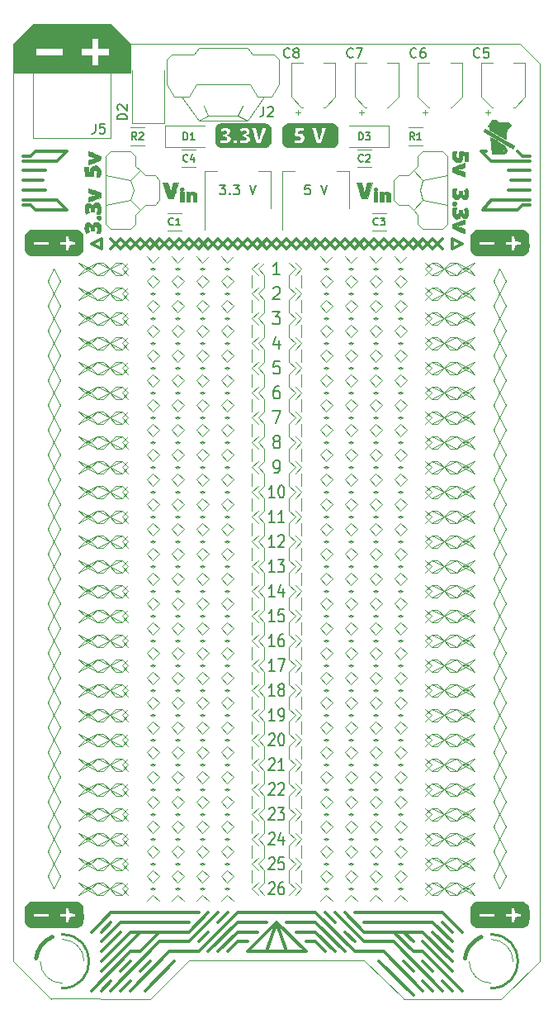
<source format=gbr>
%TF.GenerationSoftware,KiCad,Pcbnew,(5.1.7)-1*%
%TF.CreationDate,2021-03-20T22:52:39+01:00*%
%TF.ProjectId,MicroBBPS,4d696372-6f42-4425-9053-2e6b69636164,rev?*%
%TF.SameCoordinates,Original*%
%TF.FileFunction,Legend,Top*%
%TF.FilePolarity,Positive*%
%FSLAX46Y46*%
G04 Gerber Fmt 4.6, Leading zero omitted, Abs format (unit mm)*
G04 Created by KiCad (PCBNEW (5.1.7)-1) date 2021-03-20 22:52:39*
%MOMM*%
%LPD*%
G01*
G04 APERTURE LIST*
%ADD10C,0.350000*%
%TA.AperFunction,Profile*%
%ADD11C,0.050000*%
%TD*%
%ADD12C,0.150000*%
%ADD13C,0.400000*%
%ADD14C,0.120000*%
%ADD15C,0.250000*%
%ADD16C,0.010000*%
%ADD17C,0.203200*%
%ADD18C,0.100000*%
%ADD19O,1.800000X1.800000*%
%ADD20C,3.300000*%
%ADD21C,2.800000*%
%ADD22O,1.200000X1.900000*%
%ADD23C,1.390000*%
G04 APERTURE END LIST*
D10*
X44000000Y-98000000D02*
X45000000Y-99000000D01*
X42000000Y-96000000D02*
X43000000Y-97000000D01*
X46000000Y-22500000D02*
X45000000Y-22000000D01*
X45000000Y-23000000D02*
X46000000Y-22500000D01*
X45000000Y-22000000D02*
X45000000Y-23000000D01*
X9000000Y-23000000D02*
X9000000Y-22000000D01*
X8000000Y-22500000D02*
X9000000Y-23000000D01*
X9000000Y-22000000D02*
X8000000Y-22500000D01*
X49000000Y-18000000D02*
X49500000Y-18000000D01*
X48180000Y-19000000D02*
X49000000Y-18000000D01*
X48500000Y-13000000D02*
X48000000Y-13000000D01*
X49000000Y-14000000D02*
X49500000Y-14000000D01*
X48000000Y-13000000D02*
X49000000Y-14000000D01*
X5500000Y-19000000D02*
X4500000Y-18000000D01*
X5000000Y-19000000D02*
X5500000Y-19000000D01*
X5500000Y-13000000D02*
X5000000Y-13000000D01*
X4500000Y-14000000D02*
X5500000Y-13000000D01*
X16500000Y-96000000D02*
X13500000Y-99000000D01*
X37500000Y-96000000D02*
X41000000Y-99500000D01*
X48500000Y-13000000D02*
X48180000Y-13000000D01*
X53000000Y-15000000D02*
X50750000Y-15000000D01*
X53000000Y-16000000D02*
X51000000Y-16000000D01*
X52250000Y-13500000D02*
X51750000Y-13000000D01*
X52250000Y-18500000D02*
X51750000Y-19000000D01*
X53000000Y-18000000D02*
X49500000Y-18000000D01*
X53000000Y-13500000D02*
X52250000Y-13500000D01*
X53000000Y-18500000D02*
X52250000Y-18500000D01*
X53000000Y-14000000D02*
X49500000Y-14000000D01*
X51750000Y-19000000D02*
X48180000Y-19000000D01*
X53000000Y-17000000D02*
X50750000Y-17000000D01*
X2250000Y-13000000D02*
X5000000Y-13000000D01*
X1750000Y-13500000D02*
X2250000Y-13000000D01*
X1000000Y-13500000D02*
X1750000Y-13500000D01*
X1000000Y-14000000D02*
X4500000Y-14000000D01*
X1000000Y-15000000D02*
X3250000Y-15000000D01*
X1000000Y-16000000D02*
X3000000Y-16000000D01*
X1000000Y-18500000D02*
X1750000Y-18500000D01*
X1000000Y-18000000D02*
X4500000Y-18000000D01*
X1750000Y-18500000D02*
X2250000Y-19000000D01*
X2250000Y-19000000D02*
X5000000Y-19000000D01*
X1000000Y-17000000D02*
X3250000Y-17000000D01*
X43000000Y-23000000D02*
X44000000Y-22000000D01*
X42000000Y-22000000D02*
X43000000Y-23000000D01*
X41000000Y-23000000D02*
X42000000Y-22000000D01*
X40000000Y-22000000D02*
X41000000Y-23000000D01*
X39000000Y-23000000D02*
X40000000Y-22000000D01*
X38000000Y-22000000D02*
X39000000Y-23000000D01*
X37000000Y-23000000D02*
X38000000Y-22000000D01*
X36000000Y-22000000D02*
X37000000Y-23000000D01*
X35000000Y-23000000D02*
X36000000Y-22000000D01*
X34000000Y-22000000D02*
X35000000Y-23000000D01*
X33000000Y-23000000D02*
X34000000Y-22000000D01*
X32000000Y-22000000D02*
X33000000Y-23000000D01*
X31000000Y-23000000D02*
X32000000Y-22000000D01*
X30000000Y-22000000D02*
X31000000Y-23000000D01*
X29000000Y-23000000D02*
X30000000Y-22000000D01*
X28000000Y-22000000D02*
X29000000Y-23000000D01*
X27000000Y-23000000D02*
X28000000Y-22000000D01*
X26000000Y-22000000D02*
X27000000Y-23000000D01*
X25000000Y-23000000D02*
X26000000Y-22000000D01*
X24000000Y-22000000D02*
X25000000Y-23000000D01*
X23000000Y-23000000D02*
X24000000Y-22000000D01*
X22000000Y-22000000D02*
X23000000Y-23000000D01*
X21000000Y-23000000D02*
X22000000Y-22000000D01*
X20000000Y-22000000D02*
X21000000Y-23000000D01*
X19000000Y-23000000D02*
X20000000Y-22000000D01*
X18000000Y-22000000D02*
X19000000Y-23000000D01*
X17000000Y-23000000D02*
X18000000Y-22000000D01*
X16000000Y-22000000D02*
X17000000Y-23000000D01*
X15000000Y-23000000D02*
X16000000Y-22000000D01*
X14000000Y-22000000D02*
X15000000Y-23000000D01*
X13000000Y-23000000D02*
X14000000Y-22000000D01*
X12000000Y-22000000D02*
X13000000Y-23000000D01*
X11000000Y-23000000D02*
X12000000Y-22000000D01*
X10000000Y-22000000D02*
X11000000Y-23000000D01*
X43000000Y-22000000D02*
X44000000Y-23000000D01*
X42000000Y-23000000D02*
X43000000Y-22000000D01*
X41000000Y-22000000D02*
X42000000Y-23000000D01*
X40000000Y-23000000D02*
X41000000Y-22000000D01*
X39000000Y-22000000D02*
X40000000Y-23000000D01*
X38000000Y-23000000D02*
X39000000Y-22000000D01*
X37000000Y-22000000D02*
X38000000Y-23000000D01*
X36000000Y-23000000D02*
X37000000Y-22000000D01*
X35000000Y-22000000D02*
X36000000Y-23000000D01*
X34000000Y-23000000D02*
X35000000Y-22000000D01*
X33000000Y-22000000D02*
X34000000Y-23000000D01*
X32000000Y-23000000D02*
X33000000Y-22000000D01*
X31000000Y-22000000D02*
X32000000Y-23000000D01*
X30000000Y-23000000D02*
X31000000Y-22000000D01*
X29000000Y-22000000D02*
X30000000Y-23000000D01*
X28000000Y-23000000D02*
X29000000Y-22000000D01*
X27000000Y-22000000D02*
X28000000Y-23000000D01*
X26000000Y-23000000D02*
X27000000Y-22000000D01*
X25000000Y-22000000D02*
X26000000Y-23000000D01*
X24000000Y-23000000D02*
X25000000Y-22000000D01*
X23000000Y-22000000D02*
X24000000Y-23000000D01*
X22000000Y-23000000D02*
X23000000Y-22000000D01*
X21000000Y-22000000D02*
X22000000Y-23000000D01*
X20000000Y-23000000D02*
X21000000Y-22000000D01*
X19000000Y-22000000D02*
X20000000Y-23000000D01*
X18000000Y-23000000D02*
X19000000Y-22000000D01*
X17000000Y-22000000D02*
X18000000Y-23000000D01*
X16000000Y-23000000D02*
X17000000Y-22000000D01*
X15000000Y-22000000D02*
X16000000Y-23000000D01*
X14000000Y-23000000D02*
X15000000Y-22000000D01*
X13000000Y-22000000D02*
X14000000Y-23000000D01*
X12000000Y-23000000D02*
X13000000Y-22000000D01*
X11000000Y-22000000D02*
X12000000Y-23000000D01*
X10000000Y-23000000D02*
X11000000Y-22000000D01*
X27000000Y-92000000D02*
X28000000Y-95000000D01*
X27000000Y-92000000D02*
X26000000Y-95000000D01*
X30000000Y-95000000D02*
X27000000Y-92000000D01*
X24000000Y-95000000D02*
X30000000Y-95000000D01*
X27000000Y-92000000D02*
X24000000Y-95000000D01*
X9000000Y-97000000D02*
X13000000Y-93000000D01*
X9000000Y-95000000D02*
X11000000Y-93000000D01*
X9000000Y-93000000D02*
X10000000Y-92000000D01*
X41000000Y-94000000D02*
X40000000Y-93000000D01*
X45000000Y-97000000D02*
X42000000Y-94000000D01*
X45000000Y-95000000D02*
X43000000Y-93000000D01*
X45000000Y-93000000D02*
X44000000Y-92000000D01*
X44000000Y-91000000D02*
X46000000Y-93000000D01*
X35000000Y-91000000D02*
X44000000Y-91000000D01*
X43000000Y-92000000D02*
X36000000Y-92000000D01*
X45000000Y-94000000D02*
X43000000Y-92000000D01*
X42000000Y-95000000D02*
X46000000Y-99000000D01*
X41000000Y-95000000D02*
X42000000Y-95000000D01*
X39000000Y-93000000D02*
X41000000Y-95000000D01*
X42000000Y-93000000D02*
X45000000Y-96000000D01*
X36000000Y-93000000D02*
X42000000Y-93000000D01*
X34000000Y-91000000D02*
X36000000Y-93000000D01*
X41000000Y-97000000D02*
X40000000Y-96000000D01*
X43000000Y-99000000D02*
X42000000Y-98000000D01*
X39000000Y-94000000D02*
X44000000Y-99000000D01*
X36000000Y-94000000D02*
X39000000Y-94000000D01*
X33000000Y-91000000D02*
X36000000Y-94000000D01*
X34000000Y-93000000D02*
X35000000Y-94000000D01*
X32000000Y-91000000D02*
X33000000Y-92000000D01*
X31000000Y-94000000D02*
X30000000Y-94000000D01*
X32000000Y-95000000D02*
X31000000Y-94000000D01*
X31000000Y-93000000D02*
X33000000Y-95000000D01*
X29000000Y-93000000D02*
X31000000Y-93000000D01*
X31000000Y-92000000D02*
X34000000Y-95000000D01*
X28000000Y-92000000D02*
X31000000Y-92000000D01*
X38000000Y-95000000D02*
X42000000Y-99000000D01*
X35000000Y-95000000D02*
X38000000Y-95000000D01*
X31000000Y-91000000D02*
X35000000Y-95000000D01*
X27000000Y-91000000D02*
X31000000Y-91000000D01*
X23000000Y-94000000D02*
X22000000Y-95000000D01*
X24000000Y-94000000D02*
X23000000Y-94000000D01*
X23000000Y-93000000D02*
X25000000Y-93000000D01*
X21000000Y-95000000D02*
X23000000Y-93000000D01*
X23000000Y-92000000D02*
X20000000Y-95000000D01*
X26000000Y-92000000D02*
X23000000Y-92000000D01*
X20000000Y-93000000D02*
X19000000Y-94000000D01*
X22000000Y-91000000D02*
X21000000Y-92000000D01*
X12000000Y-93000000D02*
X15000000Y-93000000D01*
X12000000Y-93000000D02*
X9000000Y-96000000D01*
X12000000Y-92000000D02*
X18000000Y-92000000D01*
X11000000Y-92000000D02*
X12000000Y-92000000D01*
X9000000Y-94000000D02*
X11000000Y-92000000D01*
X9000000Y-92000000D02*
X8000000Y-93000000D01*
X10000000Y-91000000D02*
X9000000Y-92000000D01*
X19000000Y-91000000D02*
X10000000Y-91000000D01*
X18000000Y-93000000D02*
X20000000Y-91000000D01*
X17000000Y-93000000D02*
X18000000Y-93000000D01*
X16000000Y-93000000D02*
X17000000Y-93000000D01*
X15000000Y-93000000D02*
X16000000Y-93000000D01*
X14000000Y-94000000D02*
X15000000Y-93000000D01*
X13000000Y-95000000D02*
X14000000Y-94000000D01*
X12000000Y-95000000D02*
X13000000Y-95000000D01*
X8000000Y-99000000D02*
X12000000Y-95000000D01*
X11000000Y-97000000D02*
X12000000Y-96000000D01*
X9000000Y-99000000D02*
X10000000Y-98000000D01*
X13000000Y-97000000D02*
X14000000Y-96000000D01*
X11000000Y-99000000D02*
X12000000Y-98000000D01*
X15000000Y-94000000D02*
X10000000Y-99000000D01*
X18000000Y-94000000D02*
X15000000Y-94000000D01*
X21000000Y-91000000D02*
X18000000Y-94000000D01*
X16000000Y-95000000D02*
X12000000Y-99000000D01*
X19000000Y-95000000D02*
X16000000Y-95000000D01*
X23000000Y-91000000D02*
X19000000Y-95000000D01*
X27000000Y-91000000D02*
X23000000Y-91000000D01*
D11*
X12000000Y-2000000D02*
X10000000Y0D01*
D12*
X30428571Y-16452380D02*
X29952380Y-16452380D01*
X29904761Y-16928571D01*
X29952380Y-16880952D01*
X30047619Y-16833333D01*
X30285714Y-16833333D01*
X30380952Y-16880952D01*
X30428571Y-16928571D01*
X30476190Y-17023809D01*
X30476190Y-17261904D01*
X30428571Y-17357142D01*
X30380952Y-17404761D01*
X30285714Y-17452380D01*
X30047619Y-17452380D01*
X29952380Y-17404761D01*
X29904761Y-17357142D01*
X31523809Y-16452380D02*
X31857142Y-17452380D01*
X32190476Y-16452380D01*
X21142857Y-16452380D02*
X21761904Y-16452380D01*
X21428571Y-16833333D01*
X21571428Y-16833333D01*
X21666666Y-16880952D01*
X21714285Y-16928571D01*
X21761904Y-17023809D01*
X21761904Y-17261904D01*
X21714285Y-17357142D01*
X21666666Y-17404761D01*
X21571428Y-17452380D01*
X21285714Y-17452380D01*
X21190476Y-17404761D01*
X21142857Y-17357142D01*
X22190476Y-17357142D02*
X22238095Y-17404761D01*
X22190476Y-17452380D01*
X22142857Y-17404761D01*
X22190476Y-17357142D01*
X22190476Y-17452380D01*
X22571428Y-16452380D02*
X23190476Y-16452380D01*
X22857142Y-16833333D01*
X23000000Y-16833333D01*
X23095238Y-16880952D01*
X23142857Y-16928571D01*
X23190476Y-17023809D01*
X23190476Y-17261904D01*
X23142857Y-17357142D01*
X23095238Y-17404761D01*
X23000000Y-17452380D01*
X22714285Y-17452380D01*
X22619047Y-17404761D01*
X22571428Y-17357142D01*
X24238095Y-16452380D02*
X24571428Y-17452380D01*
X24904761Y-16452380D01*
D11*
X0Y-2000000D02*
X2000000Y0D01*
X0Y-96000000D02*
X0Y-2000000D01*
X3900000Y-99900000D02*
X0Y-96000000D01*
X14000000Y-99900000D02*
X3900000Y-99800000D01*
X18000000Y-95900000D02*
X14000000Y-99900000D01*
X36000000Y-95900000D02*
X18000000Y-95900000D01*
X40000000Y-99800000D02*
X36000000Y-95900000D01*
X50000000Y-99900000D02*
X40000000Y-99900000D01*
X54000000Y-96000000D02*
X50000000Y-99900000D01*
X54000000Y-4000000D02*
X54000000Y-96000000D01*
X52000000Y-2000000D02*
X54000000Y-4000000D01*
X12000000Y-2000000D02*
X52000000Y-2000000D01*
X2000000Y0D02*
X10000000Y0D01*
D13*
X46323672Y-95704597D02*
G75*
G02*
X48000001Y-93500001I2676328J-295403D01*
G01*
D14*
X49000000Y-93750000D02*
G75*
G02*
X51250000Y-96000000I0J-2250000D01*
G01*
X49000000Y-98250000D02*
G75*
G02*
X46750000Y-96000000I0J2250000D01*
G01*
D15*
X49000000Y-93250000D02*
G75*
G02*
X49000000Y-98750000I0J-2750000D01*
G01*
D13*
X2323672Y-95704597D02*
G75*
G02*
X4000001Y-93500001I2676328J-295403D01*
G01*
D14*
X5000000Y-93750000D02*
G75*
G02*
X7250000Y-96000000I0J-2250000D01*
G01*
X5000000Y-98250000D02*
G75*
G02*
X2750000Y-96000000I0J2250000D01*
G01*
D15*
X5000000Y-93250000D02*
G75*
G02*
X5000000Y-98750000I0J-2750000D01*
G01*
D16*
%TO.C,G\u002A\u002A\u002A*%
G36*
X52425400Y-90007401D02*
G01*
X52588508Y-90120233D01*
X52685482Y-90223301D01*
X52734397Y-90290257D01*
X52773047Y-90352492D01*
X52802636Y-90417017D01*
X52824364Y-90490842D01*
X52839436Y-90580978D01*
X52849053Y-90694438D01*
X52854417Y-90838232D01*
X52856731Y-91019372D01*
X52857200Y-91224600D01*
X52856627Y-91446206D01*
X52854109Y-91624029D01*
X52848442Y-91765080D01*
X52838425Y-91876370D01*
X52822854Y-91964910D01*
X52800528Y-92037712D01*
X52770244Y-92101786D01*
X52730799Y-92164144D01*
X52685482Y-92225898D01*
X52556660Y-92355404D01*
X52425400Y-92441798D01*
X52260300Y-92532700D01*
X49910800Y-92536770D01*
X49567987Y-92537156D01*
X49238496Y-92537120D01*
X48926026Y-92536687D01*
X48634274Y-92535881D01*
X48366941Y-92534724D01*
X48127726Y-92533240D01*
X47920326Y-92531452D01*
X47748441Y-92529385D01*
X47615770Y-92527061D01*
X47526013Y-92524504D01*
X47482867Y-92521738D01*
X47480848Y-92521358D01*
X47347979Y-92471026D01*
X47211259Y-92389054D01*
X47090648Y-92288679D01*
X47034517Y-92225390D01*
X46985611Y-92158696D01*
X46946966Y-92096640D01*
X46917378Y-92032220D01*
X46895648Y-91958435D01*
X46880573Y-91868282D01*
X46870952Y-91754760D01*
X46865585Y-91610867D01*
X46863268Y-91429601D01*
X46862800Y-91224599D01*
X46863258Y-91046800D01*
X47701000Y-91046800D01*
X47701000Y-91453200D01*
X49301200Y-91453200D01*
X49301200Y-91046800D01*
X50418800Y-91046800D01*
X50418800Y-91453200D01*
X51003000Y-91453200D01*
X51003000Y-92037400D01*
X51407736Y-92037400D01*
X51422100Y-91465900D01*
X51720550Y-91458743D01*
X52019000Y-91451587D01*
X52019000Y-91048412D01*
X51422100Y-91034100D01*
X51407736Y-90462600D01*
X51003000Y-90462600D01*
X51003000Y-91046800D01*
X50418800Y-91046800D01*
X49301200Y-91046800D01*
X47701000Y-91046800D01*
X46863258Y-91046800D01*
X46863372Y-91002993D01*
X46865890Y-90825170D01*
X46871557Y-90684119D01*
X46881574Y-90572829D01*
X46897145Y-90484289D01*
X46919471Y-90411487D01*
X46949755Y-90347413D01*
X46989200Y-90285055D01*
X47034517Y-90223301D01*
X47163339Y-90093795D01*
X47294600Y-90007401D01*
X47459700Y-89916500D01*
X52260300Y-89916500D01*
X52425400Y-90007401D01*
G37*
X52425400Y-90007401D02*
X52588508Y-90120233D01*
X52685482Y-90223301D01*
X52734397Y-90290257D01*
X52773047Y-90352492D01*
X52802636Y-90417017D01*
X52824364Y-90490842D01*
X52839436Y-90580978D01*
X52849053Y-90694438D01*
X52854417Y-90838232D01*
X52856731Y-91019372D01*
X52857200Y-91224600D01*
X52856627Y-91446206D01*
X52854109Y-91624029D01*
X52848442Y-91765080D01*
X52838425Y-91876370D01*
X52822854Y-91964910D01*
X52800528Y-92037712D01*
X52770244Y-92101786D01*
X52730799Y-92164144D01*
X52685482Y-92225898D01*
X52556660Y-92355404D01*
X52425400Y-92441798D01*
X52260300Y-92532700D01*
X49910800Y-92536770D01*
X49567987Y-92537156D01*
X49238496Y-92537120D01*
X48926026Y-92536687D01*
X48634274Y-92535881D01*
X48366941Y-92534724D01*
X48127726Y-92533240D01*
X47920326Y-92531452D01*
X47748441Y-92529385D01*
X47615770Y-92527061D01*
X47526013Y-92524504D01*
X47482867Y-92521738D01*
X47480848Y-92521358D01*
X47347979Y-92471026D01*
X47211259Y-92389054D01*
X47090648Y-92288679D01*
X47034517Y-92225390D01*
X46985611Y-92158696D01*
X46946966Y-92096640D01*
X46917378Y-92032220D01*
X46895648Y-91958435D01*
X46880573Y-91868282D01*
X46870952Y-91754760D01*
X46865585Y-91610867D01*
X46863268Y-91429601D01*
X46862800Y-91224599D01*
X46863258Y-91046800D01*
X47701000Y-91046800D01*
X47701000Y-91453200D01*
X49301200Y-91453200D01*
X49301200Y-91046800D01*
X50418800Y-91046800D01*
X50418800Y-91453200D01*
X51003000Y-91453200D01*
X51003000Y-92037400D01*
X51407736Y-92037400D01*
X51422100Y-91465900D01*
X51720550Y-91458743D01*
X52019000Y-91451587D01*
X52019000Y-91048412D01*
X51422100Y-91034100D01*
X51407736Y-90462600D01*
X51003000Y-90462600D01*
X51003000Y-91046800D01*
X50418800Y-91046800D01*
X49301200Y-91046800D01*
X47701000Y-91046800D01*
X46863258Y-91046800D01*
X46863372Y-91002993D01*
X46865890Y-90825170D01*
X46871557Y-90684119D01*
X46881574Y-90572829D01*
X46897145Y-90484289D01*
X46919471Y-90411487D01*
X46949755Y-90347413D01*
X46989200Y-90285055D01*
X47034517Y-90223301D01*
X47163339Y-90093795D01*
X47294600Y-90007401D01*
X47459700Y-89916500D01*
X52260300Y-89916500D01*
X52425400Y-90007401D01*
G36*
X6658358Y-89983758D02*
G01*
X6829567Y-90090097D01*
X6971274Y-90231500D01*
X7062958Y-90375658D01*
X7081408Y-90414839D01*
X7095842Y-90452960D01*
X7106840Y-90496770D01*
X7114984Y-90553022D01*
X7120856Y-90628468D01*
X7125036Y-90729858D01*
X7128107Y-90863945D01*
X7130649Y-91037480D01*
X7132375Y-91181702D01*
X7134457Y-91408930D01*
X7134160Y-91592174D01*
X7130400Y-91738233D01*
X7122091Y-91853907D01*
X7108147Y-91945995D01*
X7087482Y-92021297D01*
X7059011Y-92086613D01*
X7021649Y-92148741D01*
X6974309Y-92214481D01*
X6965653Y-92225898D01*
X6837167Y-92354994D01*
X6705400Y-92441798D01*
X6540300Y-92532700D01*
X4190800Y-92536770D01*
X3847987Y-92537156D01*
X3518496Y-92537120D01*
X3206026Y-92536687D01*
X2914274Y-92535881D01*
X2646941Y-92534724D01*
X2407726Y-92533240D01*
X2200326Y-92531452D01*
X2028441Y-92529385D01*
X1895770Y-92527061D01*
X1806013Y-92524504D01*
X1762867Y-92521738D01*
X1760848Y-92521358D01*
X1600500Y-92458857D01*
X1448765Y-92356376D01*
X1317312Y-92224641D01*
X1217809Y-92074379D01*
X1181167Y-91988425D01*
X1167450Y-91920387D01*
X1156455Y-91810779D01*
X1148182Y-91668757D01*
X1142630Y-91503478D01*
X1139799Y-91324098D01*
X1139690Y-91139774D01*
X1141038Y-91046800D01*
X1981000Y-91046800D01*
X1981000Y-91453200D01*
X3581200Y-91453200D01*
X3581200Y-91046800D01*
X4698800Y-91046800D01*
X4698800Y-91453200D01*
X5283000Y-91453200D01*
X5283000Y-92037400D01*
X5687736Y-92037400D01*
X5702100Y-91465900D01*
X6000550Y-91458743D01*
X6299000Y-91451587D01*
X6299000Y-91048412D01*
X5702100Y-91034100D01*
X5687736Y-90462600D01*
X5283000Y-90462600D01*
X5283000Y-91046800D01*
X4698800Y-91046800D01*
X3581200Y-91046800D01*
X1981000Y-91046800D01*
X1141038Y-91046800D01*
X1142303Y-90959662D01*
X1147638Y-90792919D01*
X1155694Y-90648701D01*
X1166471Y-90536166D01*
X1179971Y-90464469D01*
X1181167Y-90460774D01*
X1264064Y-90293076D01*
X1388530Y-90144177D01*
X1546156Y-90023766D01*
X1574600Y-90007401D01*
X1739700Y-89916500D01*
X6514900Y-89916500D01*
X6658358Y-89983758D01*
G37*
X6658358Y-89983758D02*
X6829567Y-90090097D01*
X6971274Y-90231500D01*
X7062958Y-90375658D01*
X7081408Y-90414839D01*
X7095842Y-90452960D01*
X7106840Y-90496770D01*
X7114984Y-90553022D01*
X7120856Y-90628468D01*
X7125036Y-90729858D01*
X7128107Y-90863945D01*
X7130649Y-91037480D01*
X7132375Y-91181702D01*
X7134457Y-91408930D01*
X7134160Y-91592174D01*
X7130400Y-91738233D01*
X7122091Y-91853907D01*
X7108147Y-91945995D01*
X7087482Y-92021297D01*
X7059011Y-92086613D01*
X7021649Y-92148741D01*
X6974309Y-92214481D01*
X6965653Y-92225898D01*
X6837167Y-92354994D01*
X6705400Y-92441798D01*
X6540300Y-92532700D01*
X4190800Y-92536770D01*
X3847987Y-92537156D01*
X3518496Y-92537120D01*
X3206026Y-92536687D01*
X2914274Y-92535881D01*
X2646941Y-92534724D01*
X2407726Y-92533240D01*
X2200326Y-92531452D01*
X2028441Y-92529385D01*
X1895770Y-92527061D01*
X1806013Y-92524504D01*
X1762867Y-92521738D01*
X1760848Y-92521358D01*
X1600500Y-92458857D01*
X1448765Y-92356376D01*
X1317312Y-92224641D01*
X1217809Y-92074379D01*
X1181167Y-91988425D01*
X1167450Y-91920387D01*
X1156455Y-91810779D01*
X1148182Y-91668757D01*
X1142630Y-91503478D01*
X1139799Y-91324098D01*
X1139690Y-91139774D01*
X1141038Y-91046800D01*
X1981000Y-91046800D01*
X1981000Y-91453200D01*
X3581200Y-91453200D01*
X3581200Y-91046800D01*
X4698800Y-91046800D01*
X4698800Y-91453200D01*
X5283000Y-91453200D01*
X5283000Y-92037400D01*
X5687736Y-92037400D01*
X5702100Y-91465900D01*
X6000550Y-91458743D01*
X6299000Y-91451587D01*
X6299000Y-91048412D01*
X5702100Y-91034100D01*
X5687736Y-90462600D01*
X5283000Y-90462600D01*
X5283000Y-91046800D01*
X4698800Y-91046800D01*
X3581200Y-91046800D01*
X1981000Y-91046800D01*
X1141038Y-91046800D01*
X1142303Y-90959662D01*
X1147638Y-90792919D01*
X1155694Y-90648701D01*
X1166471Y-90536166D01*
X1179971Y-90464469D01*
X1181167Y-90460774D01*
X1264064Y-90293076D01*
X1388530Y-90144177D01*
X1546156Y-90023766D01*
X1574600Y-90007401D01*
X1739700Y-89916500D01*
X6514900Y-89916500D01*
X6658358Y-89983758D01*
D14*
%TO.C,J1*%
X25730000Y-25715000D02*
X25730000Y-26985000D01*
X25095000Y-25080000D02*
X25730000Y-25715000D01*
X25095000Y-25080000D02*
X25730000Y-24445000D01*
X25730000Y-26985000D02*
X25095000Y-27620000D01*
X25095000Y-27620000D02*
X25730000Y-28255000D01*
X25730000Y-28255000D02*
X25730000Y-29525000D01*
X25730000Y-29525000D02*
X25095000Y-30160000D01*
X25095000Y-30160000D02*
X25730000Y-30795000D01*
X25730000Y-30795000D02*
X25730000Y-32065000D01*
X25730000Y-32065000D02*
X25095000Y-32700000D01*
X25095000Y-32700000D02*
X25730000Y-33335000D01*
X25095000Y-24445000D02*
X24460000Y-25080000D01*
X24460000Y-25080000D02*
X25095000Y-25715000D01*
X25095000Y-26985000D02*
X24460000Y-27620000D01*
X24460000Y-27620000D02*
X25095000Y-28255000D01*
X25095000Y-29525000D02*
X24460000Y-30160000D01*
X24460000Y-30160000D02*
X25095000Y-30795000D01*
X25730000Y-33335000D02*
X25730000Y-34605000D01*
X25730000Y-34605000D02*
X25095000Y-35240000D01*
X25095000Y-35240000D02*
X25730000Y-35875000D01*
X24460000Y-35240000D02*
X25095000Y-35875000D01*
X25095000Y-34605000D02*
X24460000Y-35240000D01*
X25730000Y-35875000D02*
X25730000Y-37145000D01*
X25730000Y-37145000D02*
X25095000Y-37780000D01*
X25095000Y-37780000D02*
X25730000Y-38415000D01*
X24460000Y-37780000D02*
X25095000Y-38415000D01*
X25095000Y-37145000D02*
X24460000Y-37780000D01*
X25730000Y-38415000D02*
X25730000Y-39685000D01*
X25730000Y-39685000D02*
X25095000Y-40320000D01*
X25095000Y-40320000D02*
X25730000Y-40955000D01*
X24460000Y-40320000D02*
X25095000Y-40955000D01*
X25095000Y-39685000D02*
X24460000Y-40320000D01*
X25730000Y-40955000D02*
X25730000Y-42225000D01*
X25730000Y-42225000D02*
X25095000Y-42860000D01*
X25095000Y-42860000D02*
X25730000Y-43495000D01*
X24460000Y-42860000D02*
X25095000Y-43495000D01*
X25095000Y-42225000D02*
X24460000Y-42860000D01*
X25730000Y-43495000D02*
X25730000Y-44765000D01*
X25730000Y-44765000D02*
X25095000Y-45400000D01*
X25095000Y-45400000D02*
X25730000Y-46035000D01*
X24460000Y-45400000D02*
X25095000Y-46035000D01*
X25095000Y-44765000D02*
X24460000Y-45400000D01*
X25730000Y-46035000D02*
X25730000Y-47305000D01*
X25730000Y-47305000D02*
X25095000Y-47940000D01*
X25095000Y-47940000D02*
X25730000Y-48575000D01*
X24460000Y-47940000D02*
X25095000Y-48575000D01*
X25095000Y-47305000D02*
X24460000Y-47940000D01*
X25730000Y-48575000D02*
X25730000Y-49845000D01*
X25730000Y-49845000D02*
X25095000Y-50480000D01*
X25095000Y-50480000D02*
X25730000Y-51115000D01*
X24460000Y-50480000D02*
X25095000Y-51115000D01*
X25095000Y-49845000D02*
X24460000Y-50480000D01*
X25730000Y-51115000D02*
X25730000Y-52385000D01*
X25730000Y-52385000D02*
X25095000Y-53020000D01*
X25095000Y-53020000D02*
X25730000Y-53655000D01*
X24460000Y-53020000D02*
X25095000Y-53655000D01*
X25095000Y-52385000D02*
X24460000Y-53020000D01*
X25730000Y-53655000D02*
X25730000Y-54925000D01*
X25730000Y-54925000D02*
X25095000Y-55560000D01*
X25095000Y-55560000D02*
X25730000Y-56195000D01*
X24460000Y-55560000D02*
X25095000Y-56195000D01*
X25095000Y-54925000D02*
X24460000Y-55560000D01*
X25730000Y-56195000D02*
X25730000Y-57465000D01*
X25730000Y-57465000D02*
X25095000Y-58100000D01*
X25095000Y-58100000D02*
X25730000Y-58735000D01*
X24460000Y-58100000D02*
X25095000Y-58735000D01*
X25095000Y-57465000D02*
X24460000Y-58100000D01*
X25730000Y-58735000D02*
X25730000Y-60005000D01*
X25730000Y-60005000D02*
X25095000Y-60640000D01*
X25095000Y-60640000D02*
X25730000Y-61275000D01*
X24460000Y-60640000D02*
X25095000Y-61275000D01*
X25095000Y-60005000D02*
X24460000Y-60640000D01*
X25730000Y-61275000D02*
X25730000Y-62545000D01*
X25730000Y-62545000D02*
X25095000Y-63180000D01*
X25095000Y-63180000D02*
X25730000Y-63815000D01*
X24460000Y-63180000D02*
X25095000Y-63815000D01*
X25095000Y-62545000D02*
X24460000Y-63180000D01*
X25730000Y-63815000D02*
X25730000Y-65085000D01*
X25730000Y-65085000D02*
X25095000Y-65720000D01*
X25095000Y-65720000D02*
X25730000Y-66355000D01*
X24460000Y-65720000D02*
X25095000Y-66355000D01*
X25095000Y-65085000D02*
X24460000Y-65720000D01*
X25730000Y-66355000D02*
X25730000Y-67625000D01*
X25730000Y-67625000D02*
X25095000Y-68260000D01*
X25095000Y-68260000D02*
X25730000Y-68895000D01*
X24460000Y-68260000D02*
X25095000Y-68895000D01*
X25095000Y-67625000D02*
X24460000Y-68260000D01*
X25730000Y-68895000D02*
X25730000Y-70165000D01*
X25730000Y-70165000D02*
X25095000Y-70800000D01*
X25095000Y-70800000D02*
X25730000Y-71435000D01*
X24460000Y-70800000D02*
X25095000Y-71435000D01*
X25095000Y-70165000D02*
X24460000Y-70800000D01*
X25730000Y-71435000D02*
X25730000Y-72705000D01*
X25730000Y-72705000D02*
X25095000Y-73340000D01*
X25095000Y-73340000D02*
X25730000Y-73975000D01*
X24460000Y-73340000D02*
X25095000Y-73975000D01*
X25095000Y-72705000D02*
X24460000Y-73340000D01*
X25730000Y-73975000D02*
X25730000Y-75245000D01*
X25730000Y-75245000D02*
X25095000Y-75880000D01*
X25095000Y-75880000D02*
X25730000Y-76515000D01*
X24460000Y-75880000D02*
X25095000Y-76515000D01*
X25095000Y-75245000D02*
X24460000Y-75880000D01*
X25730000Y-76515000D02*
X25730000Y-77785000D01*
X25730000Y-77785000D02*
X25095000Y-78420000D01*
X25095000Y-78420000D02*
X25730000Y-79055000D01*
X24460000Y-78420000D02*
X25095000Y-79055000D01*
X25095000Y-77785000D02*
X24460000Y-78420000D01*
X25730000Y-79055000D02*
X25730000Y-80325000D01*
X25730000Y-80325000D02*
X25095000Y-80960000D01*
X25095000Y-80960000D02*
X25730000Y-81595000D01*
X24460000Y-80960000D02*
X25095000Y-81595000D01*
X25095000Y-80325000D02*
X24460000Y-80960000D01*
X25730000Y-81595000D02*
X25730000Y-82865000D01*
X25730000Y-82865000D02*
X25095000Y-83500000D01*
X25095000Y-83500000D02*
X25730000Y-84135000D01*
X24460000Y-83500000D02*
X25095000Y-84135000D01*
X25095000Y-82865000D02*
X24460000Y-83500000D01*
X25730000Y-84135000D02*
X25730000Y-85405000D01*
X25730000Y-85405000D02*
X25095000Y-86040000D01*
X25095000Y-86040000D02*
X25730000Y-86675000D01*
X24460000Y-86040000D02*
X25095000Y-86675000D01*
X25095000Y-85405000D02*
X24460000Y-86040000D01*
X25730000Y-86675000D02*
X25730000Y-87945000D01*
X25730000Y-87945000D02*
X25095000Y-88580000D01*
X25095000Y-88580000D02*
X25730000Y-89215000D01*
X24460000Y-88580000D02*
X25095000Y-89215000D01*
X25095000Y-87945000D02*
X24460000Y-88580000D01*
X25095000Y-32065000D02*
X24460000Y-32700000D01*
X24460000Y-32700000D02*
X25095000Y-33335000D01*
X24460000Y-25715000D02*
X24460000Y-26985000D01*
X24460000Y-28255000D02*
X24460000Y-29525000D01*
X24460000Y-30795000D02*
X24460000Y-32065000D01*
X24460000Y-33335000D02*
X24460000Y-34605000D01*
X24460000Y-25715000D02*
X24460000Y-26985000D01*
X24460000Y-35875000D02*
X24460000Y-37145000D01*
X24460000Y-46035000D02*
X24460000Y-47305000D01*
X24460000Y-43495000D02*
X24460000Y-44765000D01*
X24460000Y-40955000D02*
X24460000Y-42225000D01*
X24460000Y-38415000D02*
X24460000Y-39685000D01*
X24460000Y-48575000D02*
X24460000Y-49845000D01*
X24460000Y-38415000D02*
X24460000Y-39685000D01*
X24460000Y-58735000D02*
X24460000Y-60005000D01*
X24460000Y-56195000D02*
X24460000Y-57465000D01*
X24460000Y-53655000D02*
X24460000Y-54925000D01*
X24460000Y-51115000D02*
X24460000Y-52385000D01*
X24460000Y-61275000D02*
X24460000Y-62545000D01*
X24460000Y-51115000D02*
X24460000Y-52385000D01*
X24460000Y-71435000D02*
X24460000Y-72705000D01*
X24460000Y-68895000D02*
X24460000Y-70165000D01*
X24460000Y-66355000D02*
X24460000Y-67625000D01*
X24460000Y-63815000D02*
X24460000Y-65085000D01*
X24460000Y-73975000D02*
X24460000Y-75245000D01*
X24460000Y-63815000D02*
X24460000Y-65085000D01*
X24460000Y-84135000D02*
X24460000Y-85405000D01*
X24460000Y-81595000D02*
X24460000Y-82865000D01*
X24460000Y-79055000D02*
X24460000Y-80325000D01*
X24460000Y-76515000D02*
X24460000Y-77785000D01*
X24460000Y-86675000D02*
X24460000Y-87945000D01*
X24460000Y-76515000D02*
X24460000Y-77785000D01*
X28905000Y-27620000D02*
X28270000Y-28255000D01*
X28905000Y-27620000D02*
X28270000Y-26985000D01*
X28905000Y-28255000D02*
X29540000Y-27620000D01*
X28270000Y-26985000D02*
X28270000Y-25715000D01*
X29540000Y-27620000D02*
X28905000Y-26985000D01*
X29540000Y-26985000D02*
X29540000Y-25715000D01*
X28905000Y-25080000D02*
X28270000Y-25715000D01*
X28905000Y-25080000D02*
X28270000Y-24445000D01*
X28905000Y-25715000D02*
X29540000Y-25080000D01*
X29540000Y-25080000D02*
X28905000Y-24445000D01*
X29540000Y-30160000D02*
X28905000Y-29525000D01*
X29540000Y-29525000D02*
X29540000Y-28255000D01*
X28270000Y-29525000D02*
X28270000Y-28255000D01*
X28905000Y-30795000D02*
X29540000Y-30160000D01*
X28905000Y-30160000D02*
X28270000Y-29525000D01*
X28905000Y-30160000D02*
X28270000Y-30795000D01*
X29540000Y-32700000D02*
X28905000Y-32065000D01*
X29540000Y-32065000D02*
X29540000Y-30795000D01*
X28270000Y-32065000D02*
X28270000Y-30795000D01*
X28905000Y-33335000D02*
X29540000Y-32700000D01*
X28905000Y-32700000D02*
X28270000Y-32065000D01*
X28905000Y-32700000D02*
X28270000Y-33335000D01*
X29540000Y-35240000D02*
X28905000Y-34605000D01*
X29540000Y-34605000D02*
X29540000Y-33335000D01*
X28270000Y-34605000D02*
X28270000Y-33335000D01*
X28905000Y-35875000D02*
X29540000Y-35240000D01*
X28905000Y-35240000D02*
X28270000Y-34605000D01*
X28905000Y-35240000D02*
X28270000Y-35875000D01*
X29540000Y-40320000D02*
X28905000Y-39685000D01*
X28270000Y-39685000D02*
X28270000Y-38415000D01*
X29540000Y-39685000D02*
X29540000Y-38415000D01*
X28905000Y-40955000D02*
X29540000Y-40320000D01*
X29540000Y-42225000D02*
X29540000Y-40955000D01*
X28905000Y-40320000D02*
X28270000Y-39685000D01*
X28270000Y-42225000D02*
X28270000Y-40955000D01*
X28905000Y-40320000D02*
X28270000Y-40955000D01*
X29540000Y-42860000D02*
X28905000Y-42225000D01*
X28905000Y-43495000D02*
X29540000Y-42860000D01*
X28905000Y-42860000D02*
X28270000Y-43495000D01*
X28905000Y-42860000D02*
X28270000Y-42225000D01*
X29540000Y-45400000D02*
X28905000Y-44765000D01*
X29540000Y-44765000D02*
X29540000Y-43495000D01*
X28905000Y-46035000D02*
X29540000Y-45400000D01*
X28270000Y-44765000D02*
X28270000Y-43495000D01*
X28905000Y-45400000D02*
X28270000Y-44765000D01*
X28905000Y-45400000D02*
X28270000Y-46035000D01*
X28270000Y-37145000D02*
X28270000Y-35875000D01*
X28905000Y-37780000D02*
X28270000Y-37145000D01*
X28905000Y-38415000D02*
X29540000Y-37780000D01*
X28905000Y-37780000D02*
X28270000Y-38415000D01*
X29540000Y-37780000D02*
X28905000Y-37145000D01*
X29540000Y-37145000D02*
X29540000Y-35875000D01*
X29540000Y-50480000D02*
X28905000Y-49845000D01*
X28270000Y-49845000D02*
X28270000Y-48575000D01*
X29540000Y-49845000D02*
X29540000Y-48575000D01*
X28905000Y-51115000D02*
X29540000Y-50480000D01*
X29540000Y-52385000D02*
X29540000Y-51115000D01*
X28905000Y-50480000D02*
X28270000Y-49845000D01*
X28270000Y-52385000D02*
X28270000Y-51115000D01*
X28905000Y-50480000D02*
X28270000Y-51115000D01*
X29540000Y-53020000D02*
X28905000Y-52385000D01*
X28905000Y-53655000D02*
X29540000Y-53020000D01*
X28905000Y-53020000D02*
X28270000Y-53655000D01*
X28905000Y-53020000D02*
X28270000Y-52385000D01*
X29540000Y-55560000D02*
X28905000Y-54925000D01*
X29540000Y-54925000D02*
X29540000Y-53655000D01*
X28905000Y-56195000D02*
X29540000Y-55560000D01*
X28270000Y-54925000D02*
X28270000Y-53655000D01*
X28905000Y-55560000D02*
X28270000Y-54925000D01*
X28905000Y-55560000D02*
X28270000Y-56195000D01*
X28270000Y-47305000D02*
X28270000Y-46035000D01*
X28905000Y-47940000D02*
X28270000Y-47305000D01*
X28905000Y-48575000D02*
X29540000Y-47940000D01*
X28905000Y-47940000D02*
X28270000Y-48575000D01*
X29540000Y-47940000D02*
X28905000Y-47305000D01*
X29540000Y-47305000D02*
X29540000Y-46035000D01*
X29540000Y-60640000D02*
X28905000Y-60005000D01*
X28270000Y-60005000D02*
X28270000Y-58735000D01*
X29540000Y-60005000D02*
X29540000Y-58735000D01*
X28905000Y-61275000D02*
X29540000Y-60640000D01*
X29540000Y-62545000D02*
X29540000Y-61275000D01*
X28905000Y-60640000D02*
X28270000Y-60005000D01*
X28270000Y-62545000D02*
X28270000Y-61275000D01*
X28905000Y-60640000D02*
X28270000Y-61275000D01*
X29540000Y-63180000D02*
X28905000Y-62545000D01*
X28905000Y-63815000D02*
X29540000Y-63180000D01*
X28905000Y-63180000D02*
X28270000Y-63815000D01*
X28905000Y-63180000D02*
X28270000Y-62545000D01*
X29540000Y-65720000D02*
X28905000Y-65085000D01*
X29540000Y-65085000D02*
X29540000Y-63815000D01*
X28905000Y-66355000D02*
X29540000Y-65720000D01*
X28270000Y-65085000D02*
X28270000Y-63815000D01*
X28905000Y-65720000D02*
X28270000Y-65085000D01*
X28905000Y-65720000D02*
X28270000Y-66355000D01*
X28270000Y-57465000D02*
X28270000Y-56195000D01*
X28905000Y-58100000D02*
X28270000Y-57465000D01*
X28905000Y-58735000D02*
X29540000Y-58100000D01*
X28905000Y-58100000D02*
X28270000Y-58735000D01*
X29540000Y-58100000D02*
X28905000Y-57465000D01*
X29540000Y-57465000D02*
X29540000Y-56195000D01*
X29540000Y-70800000D02*
X28905000Y-70165000D01*
X28270000Y-70165000D02*
X28270000Y-68895000D01*
X29540000Y-70165000D02*
X29540000Y-68895000D01*
X28905000Y-71435000D02*
X29540000Y-70800000D01*
X29540000Y-72705000D02*
X29540000Y-71435000D01*
X28905000Y-70800000D02*
X28270000Y-70165000D01*
X28270000Y-72705000D02*
X28270000Y-71435000D01*
X28905000Y-70800000D02*
X28270000Y-71435000D01*
X29540000Y-73340000D02*
X28905000Y-72705000D01*
X28905000Y-73975000D02*
X29540000Y-73340000D01*
X28905000Y-73340000D02*
X28270000Y-73975000D01*
X28905000Y-73340000D02*
X28270000Y-72705000D01*
X29540000Y-75880000D02*
X28905000Y-75245000D01*
X29540000Y-75245000D02*
X29540000Y-73975000D01*
X28905000Y-76515000D02*
X29540000Y-75880000D01*
X28270000Y-75245000D02*
X28270000Y-73975000D01*
X28905000Y-75880000D02*
X28270000Y-75245000D01*
X28905000Y-75880000D02*
X28270000Y-76515000D01*
X28270000Y-67625000D02*
X28270000Y-66355000D01*
X28905000Y-68260000D02*
X28270000Y-67625000D01*
X28905000Y-68895000D02*
X29540000Y-68260000D01*
X28905000Y-68260000D02*
X28270000Y-68895000D01*
X29540000Y-68260000D02*
X28905000Y-67625000D01*
X29540000Y-67625000D02*
X29540000Y-66355000D01*
X29540000Y-80960000D02*
X28905000Y-80325000D01*
X28270000Y-80325000D02*
X28270000Y-79055000D01*
X29540000Y-80325000D02*
X29540000Y-79055000D01*
X28905000Y-81595000D02*
X29540000Y-80960000D01*
X29540000Y-82865000D02*
X29540000Y-81595000D01*
X28905000Y-80960000D02*
X28270000Y-80325000D01*
X28270000Y-82865000D02*
X28270000Y-81595000D01*
X28905000Y-80960000D02*
X28270000Y-81595000D01*
X29540000Y-83500000D02*
X28905000Y-82865000D01*
X28905000Y-84135000D02*
X29540000Y-83500000D01*
X28905000Y-83500000D02*
X28270000Y-84135000D01*
X28905000Y-83500000D02*
X28270000Y-82865000D01*
X29540000Y-86040000D02*
X28905000Y-85405000D01*
X29540000Y-85405000D02*
X29540000Y-84135000D01*
X28905000Y-86675000D02*
X29540000Y-86040000D01*
X28270000Y-85405000D02*
X28270000Y-84135000D01*
X28905000Y-86040000D02*
X28270000Y-85405000D01*
X28905000Y-86040000D02*
X28270000Y-86675000D01*
X28270000Y-77785000D02*
X28270000Y-76515000D01*
X28905000Y-78420000D02*
X28270000Y-77785000D01*
X28905000Y-79055000D02*
X29540000Y-78420000D01*
X28905000Y-78420000D02*
X28270000Y-79055000D01*
X29540000Y-78420000D02*
X28905000Y-77785000D01*
X29540000Y-77785000D02*
X29540000Y-76515000D01*
X28270000Y-87945000D02*
X28270000Y-86675000D01*
X28905000Y-88580000D02*
X28270000Y-87945000D01*
X28905000Y-89215000D02*
X29540000Y-88580000D01*
X28905000Y-88580000D02*
X28270000Y-89215000D01*
X29540000Y-88580000D02*
X28905000Y-87945000D01*
X29540000Y-87945000D02*
X29540000Y-86675000D01*
X13665000Y-23810000D02*
X14300000Y-24445000D01*
X14300000Y-24445000D02*
X14935000Y-23810000D01*
X16205000Y-23810000D02*
X16840000Y-24445000D01*
X16840000Y-24445000D02*
X17475000Y-23810000D01*
X18745000Y-23810000D02*
X19380000Y-24445000D01*
X19380000Y-24445000D02*
X20015000Y-23810000D01*
X21285000Y-23810000D02*
X21920000Y-24445000D01*
X21920000Y-24445000D02*
X22555000Y-23810000D01*
X14300000Y-25715000D02*
X13665000Y-26350000D01*
X14935000Y-26350000D02*
X14300000Y-25715000D01*
X16205000Y-26350000D02*
X16840000Y-25715000D01*
X17475000Y-26350000D02*
X16840000Y-25715000D01*
X18745000Y-26350000D02*
X19380000Y-25715000D01*
X19380000Y-25715000D02*
X20015000Y-26350000D01*
X21285000Y-26350000D02*
X21920000Y-25715000D01*
X22555000Y-26350000D02*
X21920000Y-25715000D01*
X18745000Y-28890000D02*
X19380000Y-28255000D01*
X16205000Y-26350000D02*
X16840000Y-26985000D01*
X16840000Y-26985000D02*
X17475000Y-26350000D01*
X21285000Y-28890000D02*
X21920000Y-28255000D01*
X19380000Y-28255000D02*
X20015000Y-28890000D01*
X13665000Y-26350000D02*
X14300000Y-26985000D01*
X14300000Y-28255000D02*
X13665000Y-28890000D01*
X18745000Y-26350000D02*
X19380000Y-26985000D01*
X22555000Y-28890000D02*
X21920000Y-28255000D01*
X21920000Y-26985000D02*
X22555000Y-26350000D01*
X14300000Y-26985000D02*
X14935000Y-26350000D01*
X14935000Y-28890000D02*
X14300000Y-28255000D01*
X16205000Y-28890000D02*
X16840000Y-28255000D01*
X17475000Y-28890000D02*
X16840000Y-28255000D01*
X19380000Y-26985000D02*
X20015000Y-26350000D01*
X21285000Y-26350000D02*
X21920000Y-26985000D01*
X18745000Y-31430000D02*
X19380000Y-30795000D01*
X16205000Y-28890000D02*
X16840000Y-29525000D01*
X16840000Y-29525000D02*
X17475000Y-28890000D01*
X21285000Y-31430000D02*
X21920000Y-30795000D01*
X19380000Y-30795000D02*
X20015000Y-31430000D01*
X13665000Y-28890000D02*
X14300000Y-29525000D01*
X14300000Y-30795000D02*
X13665000Y-31430000D01*
X18745000Y-28890000D02*
X19380000Y-29525000D01*
X22555000Y-31430000D02*
X21920000Y-30795000D01*
X21920000Y-29525000D02*
X22555000Y-28890000D01*
X14300000Y-29525000D02*
X14935000Y-28890000D01*
X14935000Y-31430000D02*
X14300000Y-30795000D01*
X16205000Y-31430000D02*
X16840000Y-30795000D01*
X17475000Y-31430000D02*
X16840000Y-30795000D01*
X19380000Y-29525000D02*
X20015000Y-28890000D01*
X21285000Y-28890000D02*
X21920000Y-29525000D01*
X18745000Y-33970000D02*
X19380000Y-33335000D01*
X16205000Y-31430000D02*
X16840000Y-32065000D01*
X16840000Y-32065000D02*
X17475000Y-31430000D01*
X21285000Y-33970000D02*
X21920000Y-33335000D01*
X19380000Y-33335000D02*
X20015000Y-33970000D01*
X13665000Y-31430000D02*
X14300000Y-32065000D01*
X14300000Y-33335000D02*
X13665000Y-33970000D01*
X18745000Y-31430000D02*
X19380000Y-32065000D01*
X22555000Y-33970000D02*
X21920000Y-33335000D01*
X21920000Y-32065000D02*
X22555000Y-31430000D01*
X14300000Y-32065000D02*
X14935000Y-31430000D01*
X14935000Y-33970000D02*
X14300000Y-33335000D01*
X16205000Y-33970000D02*
X16840000Y-33335000D01*
X17475000Y-33970000D02*
X16840000Y-33335000D01*
X19380000Y-32065000D02*
X20015000Y-31430000D01*
X21285000Y-31430000D02*
X21920000Y-32065000D01*
X18745000Y-36510000D02*
X19380000Y-35875000D01*
X16205000Y-33970000D02*
X16840000Y-34605000D01*
X16840000Y-34605000D02*
X17475000Y-33970000D01*
X21285000Y-36510000D02*
X21920000Y-35875000D01*
X19380000Y-35875000D02*
X20015000Y-36510000D01*
X13665000Y-33970000D02*
X14300000Y-34605000D01*
X14300000Y-35875000D02*
X13665000Y-36510000D01*
X18745000Y-33970000D02*
X19380000Y-34605000D01*
X22555000Y-36510000D02*
X21920000Y-35875000D01*
X21920000Y-34605000D02*
X22555000Y-33970000D01*
X14300000Y-34605000D02*
X14935000Y-33970000D01*
X14935000Y-36510000D02*
X14300000Y-35875000D01*
X16205000Y-36510000D02*
X16840000Y-35875000D01*
X17475000Y-36510000D02*
X16840000Y-35875000D01*
X19380000Y-34605000D02*
X20015000Y-33970000D01*
X21285000Y-33970000D02*
X21920000Y-34605000D01*
X18745000Y-39050000D02*
X19380000Y-38415000D01*
X16205000Y-36510000D02*
X16840000Y-37145000D01*
X16840000Y-37145000D02*
X17475000Y-36510000D01*
X21285000Y-39050000D02*
X21920000Y-38415000D01*
X19380000Y-38415000D02*
X20015000Y-39050000D01*
X13665000Y-36510000D02*
X14300000Y-37145000D01*
X14300000Y-38415000D02*
X13665000Y-39050000D01*
X18745000Y-36510000D02*
X19380000Y-37145000D01*
X22555000Y-39050000D02*
X21920000Y-38415000D01*
X21920000Y-37145000D02*
X22555000Y-36510000D01*
X14300000Y-37145000D02*
X14935000Y-36510000D01*
X14935000Y-39050000D02*
X14300000Y-38415000D01*
X16205000Y-39050000D02*
X16840000Y-38415000D01*
X17475000Y-39050000D02*
X16840000Y-38415000D01*
X19380000Y-37145000D02*
X20015000Y-36510000D01*
X21285000Y-36510000D02*
X21920000Y-37145000D01*
X18745000Y-41590000D02*
X19380000Y-40955000D01*
X16205000Y-39050000D02*
X16840000Y-39685000D01*
X16840000Y-39685000D02*
X17475000Y-39050000D01*
X21285000Y-41590000D02*
X21920000Y-40955000D01*
X19380000Y-40955000D02*
X20015000Y-41590000D01*
X13665000Y-39050000D02*
X14300000Y-39685000D01*
X14300000Y-40955000D02*
X13665000Y-41590000D01*
X18745000Y-39050000D02*
X19380000Y-39685000D01*
X22555000Y-41590000D02*
X21920000Y-40955000D01*
X21920000Y-39685000D02*
X22555000Y-39050000D01*
X14300000Y-39685000D02*
X14935000Y-39050000D01*
X14935000Y-41590000D02*
X14300000Y-40955000D01*
X16205000Y-41590000D02*
X16840000Y-40955000D01*
X17475000Y-41590000D02*
X16840000Y-40955000D01*
X19380000Y-39685000D02*
X20015000Y-39050000D01*
X21285000Y-39050000D02*
X21920000Y-39685000D01*
X18745000Y-44130000D02*
X19380000Y-43495000D01*
X16205000Y-41590000D02*
X16840000Y-42225000D01*
X16840000Y-42225000D02*
X17475000Y-41590000D01*
X21285000Y-44130000D02*
X21920000Y-43495000D01*
X19380000Y-43495000D02*
X20015000Y-44130000D01*
X13665000Y-41590000D02*
X14300000Y-42225000D01*
X14300000Y-43495000D02*
X13665000Y-44130000D01*
X18745000Y-41590000D02*
X19380000Y-42225000D01*
X22555000Y-44130000D02*
X21920000Y-43495000D01*
X21920000Y-42225000D02*
X22555000Y-41590000D01*
X14300000Y-42225000D02*
X14935000Y-41590000D01*
X14935000Y-44130000D02*
X14300000Y-43495000D01*
X16205000Y-44130000D02*
X16840000Y-43495000D01*
X17475000Y-44130000D02*
X16840000Y-43495000D01*
X19380000Y-42225000D02*
X20015000Y-41590000D01*
X21285000Y-41590000D02*
X21920000Y-42225000D01*
X18745000Y-46670000D02*
X19380000Y-46035000D01*
X16205000Y-44130000D02*
X16840000Y-44765000D01*
X16840000Y-44765000D02*
X17475000Y-44130000D01*
X21285000Y-46670000D02*
X21920000Y-46035000D01*
X19380000Y-46035000D02*
X20015000Y-46670000D01*
X13665000Y-44130000D02*
X14300000Y-44765000D01*
X14300000Y-46035000D02*
X13665000Y-46670000D01*
X18745000Y-44130000D02*
X19380000Y-44765000D01*
X22555000Y-46670000D02*
X21920000Y-46035000D01*
X21920000Y-44765000D02*
X22555000Y-44130000D01*
X14300000Y-44765000D02*
X14935000Y-44130000D01*
X14935000Y-46670000D02*
X14300000Y-46035000D01*
X16205000Y-46670000D02*
X16840000Y-46035000D01*
X17475000Y-46670000D02*
X16840000Y-46035000D01*
X19380000Y-44765000D02*
X20015000Y-44130000D01*
X21285000Y-44130000D02*
X21920000Y-44765000D01*
X18745000Y-49210000D02*
X19380000Y-48575000D01*
X16205000Y-46670000D02*
X16840000Y-47305000D01*
X16840000Y-47305000D02*
X17475000Y-46670000D01*
X21285000Y-49210000D02*
X21920000Y-48575000D01*
X19380000Y-48575000D02*
X20015000Y-49210000D01*
X13665000Y-46670000D02*
X14300000Y-47305000D01*
X14300000Y-48575000D02*
X13665000Y-49210000D01*
X18745000Y-46670000D02*
X19380000Y-47305000D01*
X22555000Y-49210000D02*
X21920000Y-48575000D01*
X21920000Y-47305000D02*
X22555000Y-46670000D01*
X14300000Y-47305000D02*
X14935000Y-46670000D01*
X14935000Y-49210000D02*
X14300000Y-48575000D01*
X16205000Y-49210000D02*
X16840000Y-48575000D01*
X17475000Y-49210000D02*
X16840000Y-48575000D01*
X19380000Y-47305000D02*
X20015000Y-46670000D01*
X21285000Y-46670000D02*
X21920000Y-47305000D01*
X18745000Y-51750000D02*
X19380000Y-51115000D01*
X16205000Y-49210000D02*
X16840000Y-49845000D01*
X16840000Y-49845000D02*
X17475000Y-49210000D01*
X21285000Y-51750000D02*
X21920000Y-51115000D01*
X19380000Y-51115000D02*
X20015000Y-51750000D01*
X13665000Y-49210000D02*
X14300000Y-49845000D01*
X14300000Y-51115000D02*
X13665000Y-51750000D01*
X18745000Y-49210000D02*
X19380000Y-49845000D01*
X22555000Y-51750000D02*
X21920000Y-51115000D01*
X21920000Y-49845000D02*
X22555000Y-49210000D01*
X14300000Y-49845000D02*
X14935000Y-49210000D01*
X14935000Y-51750000D02*
X14300000Y-51115000D01*
X16205000Y-51750000D02*
X16840000Y-51115000D01*
X17475000Y-51750000D02*
X16840000Y-51115000D01*
X19380000Y-49845000D02*
X20015000Y-49210000D01*
X21285000Y-49210000D02*
X21920000Y-49845000D01*
X18745000Y-54290000D02*
X19380000Y-53655000D01*
X16205000Y-51750000D02*
X16840000Y-52385000D01*
X16840000Y-52385000D02*
X17475000Y-51750000D01*
X21285000Y-54290000D02*
X21920000Y-53655000D01*
X19380000Y-53655000D02*
X20015000Y-54290000D01*
X13665000Y-51750000D02*
X14300000Y-52385000D01*
X14300000Y-53655000D02*
X13665000Y-54290000D01*
X18745000Y-51750000D02*
X19380000Y-52385000D01*
X22555000Y-54290000D02*
X21920000Y-53655000D01*
X21920000Y-52385000D02*
X22555000Y-51750000D01*
X14300000Y-52385000D02*
X14935000Y-51750000D01*
X14935000Y-54290000D02*
X14300000Y-53655000D01*
X16205000Y-54290000D02*
X16840000Y-53655000D01*
X17475000Y-54290000D02*
X16840000Y-53655000D01*
X19380000Y-52385000D02*
X20015000Y-51750000D01*
X21285000Y-51750000D02*
X21920000Y-52385000D01*
X18745000Y-56830000D02*
X19380000Y-56195000D01*
X16205000Y-54290000D02*
X16840000Y-54925000D01*
X16840000Y-54925000D02*
X17475000Y-54290000D01*
X21285000Y-56830000D02*
X21920000Y-56195000D01*
X19380000Y-56195000D02*
X20015000Y-56830000D01*
X13665000Y-54290000D02*
X14300000Y-54925000D01*
X14300000Y-56195000D02*
X13665000Y-56830000D01*
X18745000Y-54290000D02*
X19380000Y-54925000D01*
X22555000Y-56830000D02*
X21920000Y-56195000D01*
X21920000Y-54925000D02*
X22555000Y-54290000D01*
X14300000Y-54925000D02*
X14935000Y-54290000D01*
X14935000Y-56830000D02*
X14300000Y-56195000D01*
X16205000Y-56830000D02*
X16840000Y-56195000D01*
X17475000Y-56830000D02*
X16840000Y-56195000D01*
X19380000Y-54925000D02*
X20015000Y-54290000D01*
X21285000Y-54290000D02*
X21920000Y-54925000D01*
X18745000Y-59370000D02*
X19380000Y-58735000D01*
X16205000Y-56830000D02*
X16840000Y-57465000D01*
X16840000Y-57465000D02*
X17475000Y-56830000D01*
X21285000Y-59370000D02*
X21920000Y-58735000D01*
X19380000Y-58735000D02*
X20015000Y-59370000D01*
X13665000Y-56830000D02*
X14300000Y-57465000D01*
X14300000Y-58735000D02*
X13665000Y-59370000D01*
X18745000Y-56830000D02*
X19380000Y-57465000D01*
X22555000Y-59370000D02*
X21920000Y-58735000D01*
X21920000Y-57465000D02*
X22555000Y-56830000D01*
X14300000Y-57465000D02*
X14935000Y-56830000D01*
X14935000Y-59370000D02*
X14300000Y-58735000D01*
X16205000Y-59370000D02*
X16840000Y-58735000D01*
X17475000Y-59370000D02*
X16840000Y-58735000D01*
X19380000Y-57465000D02*
X20015000Y-56830000D01*
X21285000Y-56830000D02*
X21920000Y-57465000D01*
X18745000Y-61910000D02*
X19380000Y-61275000D01*
X16205000Y-59370000D02*
X16840000Y-60005000D01*
X16840000Y-60005000D02*
X17475000Y-59370000D01*
X21285000Y-61910000D02*
X21920000Y-61275000D01*
X19380000Y-61275000D02*
X20015000Y-61910000D01*
X13665000Y-59370000D02*
X14300000Y-60005000D01*
X14300000Y-61275000D02*
X13665000Y-61910000D01*
X18745000Y-59370000D02*
X19380000Y-60005000D01*
X22555000Y-61910000D02*
X21920000Y-61275000D01*
X21920000Y-60005000D02*
X22555000Y-59370000D01*
X14300000Y-60005000D02*
X14935000Y-59370000D01*
X14935000Y-61910000D02*
X14300000Y-61275000D01*
X16205000Y-61910000D02*
X16840000Y-61275000D01*
X17475000Y-61910000D02*
X16840000Y-61275000D01*
X19380000Y-60005000D02*
X20015000Y-59370000D01*
X21285000Y-59370000D02*
X21920000Y-60005000D01*
X18745000Y-64450000D02*
X19380000Y-63815000D01*
X16205000Y-61910000D02*
X16840000Y-62545000D01*
X16840000Y-62545000D02*
X17475000Y-61910000D01*
X21285000Y-64450000D02*
X21920000Y-63815000D01*
X19380000Y-63815000D02*
X20015000Y-64450000D01*
X13665000Y-61910000D02*
X14300000Y-62545000D01*
X14300000Y-63815000D02*
X13665000Y-64450000D01*
X18745000Y-61910000D02*
X19380000Y-62545000D01*
X22555000Y-64450000D02*
X21920000Y-63815000D01*
X21920000Y-62545000D02*
X22555000Y-61910000D01*
X14300000Y-62545000D02*
X14935000Y-61910000D01*
X14935000Y-64450000D02*
X14300000Y-63815000D01*
X16205000Y-64450000D02*
X16840000Y-63815000D01*
X17475000Y-64450000D02*
X16840000Y-63815000D01*
X19380000Y-62545000D02*
X20015000Y-61910000D01*
X21285000Y-61910000D02*
X21920000Y-62545000D01*
X18745000Y-66990000D02*
X19380000Y-66355000D01*
X16205000Y-64450000D02*
X16840000Y-65085000D01*
X16840000Y-65085000D02*
X17475000Y-64450000D01*
X21285000Y-66990000D02*
X21920000Y-66355000D01*
X19380000Y-66355000D02*
X20015000Y-66990000D01*
X13665000Y-64450000D02*
X14300000Y-65085000D01*
X14300000Y-66355000D02*
X13665000Y-66990000D01*
X18745000Y-64450000D02*
X19380000Y-65085000D01*
X22555000Y-66990000D02*
X21920000Y-66355000D01*
X21920000Y-65085000D02*
X22555000Y-64450000D01*
X14300000Y-65085000D02*
X14935000Y-64450000D01*
X14935000Y-66990000D02*
X14300000Y-66355000D01*
X16205000Y-66990000D02*
X16840000Y-66355000D01*
X17475000Y-66990000D02*
X16840000Y-66355000D01*
X19380000Y-65085000D02*
X20015000Y-64450000D01*
X21285000Y-64450000D02*
X21920000Y-65085000D01*
X18745000Y-69530000D02*
X19380000Y-68895000D01*
X16205000Y-66990000D02*
X16840000Y-67625000D01*
X16840000Y-67625000D02*
X17475000Y-66990000D01*
X21285000Y-69530000D02*
X21920000Y-68895000D01*
X19380000Y-68895000D02*
X20015000Y-69530000D01*
X13665000Y-66990000D02*
X14300000Y-67625000D01*
X14300000Y-68895000D02*
X13665000Y-69530000D01*
X18745000Y-66990000D02*
X19380000Y-67625000D01*
X22555000Y-69530000D02*
X21920000Y-68895000D01*
X21920000Y-67625000D02*
X22555000Y-66990000D01*
X14300000Y-67625000D02*
X14935000Y-66990000D01*
X14935000Y-69530000D02*
X14300000Y-68895000D01*
X16205000Y-69530000D02*
X16840000Y-68895000D01*
X17475000Y-69530000D02*
X16840000Y-68895000D01*
X19380000Y-67625000D02*
X20015000Y-66990000D01*
X21285000Y-66990000D02*
X21920000Y-67625000D01*
X18745000Y-72070000D02*
X19380000Y-71435000D01*
X16205000Y-69530000D02*
X16840000Y-70165000D01*
X16840000Y-70165000D02*
X17475000Y-69530000D01*
X21285000Y-72070000D02*
X21920000Y-71435000D01*
X19380000Y-71435000D02*
X20015000Y-72070000D01*
X13665000Y-69530000D02*
X14300000Y-70165000D01*
X14300000Y-71435000D02*
X13665000Y-72070000D01*
X18745000Y-69530000D02*
X19380000Y-70165000D01*
X22555000Y-72070000D02*
X21920000Y-71435000D01*
X21920000Y-70165000D02*
X22555000Y-69530000D01*
X14300000Y-70165000D02*
X14935000Y-69530000D01*
X14935000Y-72070000D02*
X14300000Y-71435000D01*
X16205000Y-72070000D02*
X16840000Y-71435000D01*
X17475000Y-72070000D02*
X16840000Y-71435000D01*
X19380000Y-70165000D02*
X20015000Y-69530000D01*
X21285000Y-69530000D02*
X21920000Y-70165000D01*
X18745000Y-74610000D02*
X19380000Y-73975000D01*
X16205000Y-72070000D02*
X16840000Y-72705000D01*
X16840000Y-72705000D02*
X17475000Y-72070000D01*
X21285000Y-74610000D02*
X21920000Y-73975000D01*
X19380000Y-73975000D02*
X20015000Y-74610000D01*
X13665000Y-72070000D02*
X14300000Y-72705000D01*
X14300000Y-73975000D02*
X13665000Y-74610000D01*
X18745000Y-72070000D02*
X19380000Y-72705000D01*
X22555000Y-74610000D02*
X21920000Y-73975000D01*
X21920000Y-72705000D02*
X22555000Y-72070000D01*
X14300000Y-72705000D02*
X14935000Y-72070000D01*
X14935000Y-74610000D02*
X14300000Y-73975000D01*
X16205000Y-74610000D02*
X16840000Y-73975000D01*
X17475000Y-74610000D02*
X16840000Y-73975000D01*
X19380000Y-72705000D02*
X20015000Y-72070000D01*
X21285000Y-72070000D02*
X21920000Y-72705000D01*
X18745000Y-77150000D02*
X19380000Y-76515000D01*
X16205000Y-74610000D02*
X16840000Y-75245000D01*
X16840000Y-75245000D02*
X17475000Y-74610000D01*
X21285000Y-77150000D02*
X21920000Y-76515000D01*
X19380000Y-76515000D02*
X20015000Y-77150000D01*
X13665000Y-74610000D02*
X14300000Y-75245000D01*
X14300000Y-76515000D02*
X13665000Y-77150000D01*
X18745000Y-74610000D02*
X19380000Y-75245000D01*
X22555000Y-77150000D02*
X21920000Y-76515000D01*
X21920000Y-75245000D02*
X22555000Y-74610000D01*
X14300000Y-75245000D02*
X14935000Y-74610000D01*
X14935000Y-77150000D02*
X14300000Y-76515000D01*
X16205000Y-77150000D02*
X16840000Y-76515000D01*
X17475000Y-77150000D02*
X16840000Y-76515000D01*
X19380000Y-75245000D02*
X20015000Y-74610000D01*
X21285000Y-74610000D02*
X21920000Y-75245000D01*
X18745000Y-79690000D02*
X19380000Y-79055000D01*
X16205000Y-77150000D02*
X16840000Y-77785000D01*
X16840000Y-77785000D02*
X17475000Y-77150000D01*
X21285000Y-79690000D02*
X21920000Y-79055000D01*
X19380000Y-79055000D02*
X20015000Y-79690000D01*
X13665000Y-77150000D02*
X14300000Y-77785000D01*
X14300000Y-79055000D02*
X13665000Y-79690000D01*
X18745000Y-77150000D02*
X19380000Y-77785000D01*
X22555000Y-79690000D02*
X21920000Y-79055000D01*
X21920000Y-77785000D02*
X22555000Y-77150000D01*
X14300000Y-77785000D02*
X14935000Y-77150000D01*
X14935000Y-79690000D02*
X14300000Y-79055000D01*
X16205000Y-79690000D02*
X16840000Y-79055000D01*
X17475000Y-79690000D02*
X16840000Y-79055000D01*
X19380000Y-77785000D02*
X20015000Y-77150000D01*
X21285000Y-77150000D02*
X21920000Y-77785000D01*
X18745000Y-82230000D02*
X19380000Y-81595000D01*
X16205000Y-79690000D02*
X16840000Y-80325000D01*
X16840000Y-80325000D02*
X17475000Y-79690000D01*
X21285000Y-82230000D02*
X21920000Y-81595000D01*
X19380000Y-81595000D02*
X20015000Y-82230000D01*
X13665000Y-79690000D02*
X14300000Y-80325000D01*
X14300000Y-81595000D02*
X13665000Y-82230000D01*
X18745000Y-79690000D02*
X19380000Y-80325000D01*
X22555000Y-82230000D02*
X21920000Y-81595000D01*
X21920000Y-80325000D02*
X22555000Y-79690000D01*
X14300000Y-80325000D02*
X14935000Y-79690000D01*
X14935000Y-82230000D02*
X14300000Y-81595000D01*
X16205000Y-82230000D02*
X16840000Y-81595000D01*
X17475000Y-82230000D02*
X16840000Y-81595000D01*
X19380000Y-80325000D02*
X20015000Y-79690000D01*
X21285000Y-79690000D02*
X21920000Y-80325000D01*
X18745000Y-84770000D02*
X19380000Y-84135000D01*
X16205000Y-82230000D02*
X16840000Y-82865000D01*
X16840000Y-82865000D02*
X17475000Y-82230000D01*
X21285000Y-84770000D02*
X21920000Y-84135000D01*
X19380000Y-84135000D02*
X20015000Y-84770000D01*
X13665000Y-82230000D02*
X14300000Y-82865000D01*
X14300000Y-84135000D02*
X13665000Y-84770000D01*
X18745000Y-82230000D02*
X19380000Y-82865000D01*
X22555000Y-84770000D02*
X21920000Y-84135000D01*
X21920000Y-82865000D02*
X22555000Y-82230000D01*
X14300000Y-82865000D02*
X14935000Y-82230000D01*
X14935000Y-84770000D02*
X14300000Y-84135000D01*
X16205000Y-84770000D02*
X16840000Y-84135000D01*
X17475000Y-84770000D02*
X16840000Y-84135000D01*
X19380000Y-82865000D02*
X20015000Y-82230000D01*
X21285000Y-82230000D02*
X21920000Y-82865000D01*
X18745000Y-87310000D02*
X19380000Y-86675000D01*
X16205000Y-84770000D02*
X16840000Y-85405000D01*
X16840000Y-85405000D02*
X17475000Y-84770000D01*
X21285000Y-87310000D02*
X21920000Y-86675000D01*
X19380000Y-86675000D02*
X20015000Y-87310000D01*
X13665000Y-84770000D02*
X14300000Y-85405000D01*
X14300000Y-86675000D02*
X13665000Y-87310000D01*
X18745000Y-84770000D02*
X19380000Y-85405000D01*
X22555000Y-87310000D02*
X21920000Y-86675000D01*
X21920000Y-85405000D02*
X22555000Y-84770000D01*
X14300000Y-85405000D02*
X14935000Y-84770000D01*
X14935000Y-87310000D02*
X14300000Y-86675000D01*
X16205000Y-87310000D02*
X16840000Y-86675000D01*
X17475000Y-87310000D02*
X16840000Y-86675000D01*
X19380000Y-85405000D02*
X20015000Y-84770000D01*
X21285000Y-84770000D02*
X21920000Y-85405000D01*
X18745000Y-89850000D02*
X19380000Y-89215000D01*
X16205000Y-87310000D02*
X16840000Y-87945000D01*
X16840000Y-87945000D02*
X17475000Y-87310000D01*
X21285000Y-89850000D02*
X21920000Y-89215000D01*
X19380000Y-89215000D02*
X20015000Y-89850000D01*
X13665000Y-87310000D02*
X14300000Y-87945000D01*
X14300000Y-89215000D02*
X13665000Y-89850000D01*
X18745000Y-87310000D02*
X19380000Y-87945000D01*
X22555000Y-89850000D02*
X21920000Y-89215000D01*
X21920000Y-87945000D02*
X22555000Y-87310000D01*
X14300000Y-87945000D02*
X14935000Y-87310000D01*
X14935000Y-89850000D02*
X14300000Y-89215000D01*
X16205000Y-89850000D02*
X16840000Y-89215000D01*
X17475000Y-89850000D02*
X16840000Y-89215000D01*
X19380000Y-87945000D02*
X20015000Y-87310000D01*
X21285000Y-87310000D02*
X21920000Y-87945000D01*
X14046000Y-25080000D02*
X14554000Y-25080000D01*
X14554000Y-25080000D02*
X14300000Y-24953000D01*
X14300000Y-24953000D02*
X14046000Y-25080000D01*
X14046000Y-25080000D02*
X14300000Y-25207000D01*
X14300000Y-25207000D02*
X14554000Y-25080000D01*
X17094000Y-25080000D02*
X16840000Y-24953000D01*
X16586000Y-25080000D02*
X17094000Y-25080000D01*
X16840000Y-24953000D02*
X16586000Y-25080000D01*
X16840000Y-25207000D02*
X17094000Y-25080000D01*
X16586000Y-25080000D02*
X16840000Y-25207000D01*
X19634000Y-25080000D02*
X19380000Y-24953000D01*
X19126000Y-25080000D02*
X19634000Y-25080000D01*
X19380000Y-24953000D02*
X19126000Y-25080000D01*
X19380000Y-25207000D02*
X19634000Y-25080000D01*
X19126000Y-25080000D02*
X19380000Y-25207000D01*
X22174000Y-25080000D02*
X21920000Y-24953000D01*
X21666000Y-25080000D02*
X22174000Y-25080000D01*
X21920000Y-24953000D02*
X21666000Y-25080000D01*
X21920000Y-25207000D02*
X22174000Y-25080000D01*
X21666000Y-25080000D02*
X21920000Y-25207000D01*
X14554000Y-27620000D02*
X14300000Y-27493000D01*
X14046000Y-27620000D02*
X14554000Y-27620000D01*
X14300000Y-27493000D02*
X14046000Y-27620000D01*
X16840000Y-27747000D02*
X17094000Y-27620000D01*
X16840000Y-27493000D02*
X16586000Y-27620000D01*
X16586000Y-27620000D02*
X16840000Y-27747000D01*
X16586000Y-27620000D02*
X17094000Y-27620000D01*
X17094000Y-27620000D02*
X16840000Y-27493000D01*
X14300000Y-27747000D02*
X14554000Y-27620000D01*
X14046000Y-27620000D02*
X14300000Y-27747000D01*
X19126000Y-27620000D02*
X19634000Y-27620000D01*
X19380000Y-27747000D02*
X19634000Y-27620000D01*
X19634000Y-27620000D02*
X19380000Y-27493000D01*
X19126000Y-27620000D02*
X19380000Y-27747000D01*
X19380000Y-27493000D02*
X19126000Y-27620000D01*
X21666000Y-27620000D02*
X22174000Y-27620000D01*
X21920000Y-27493000D02*
X21666000Y-27620000D01*
X22174000Y-27620000D02*
X21920000Y-27493000D01*
X21920000Y-27747000D02*
X22174000Y-27620000D01*
X21666000Y-27620000D02*
X21920000Y-27747000D01*
X14554000Y-30160000D02*
X14300000Y-30033000D01*
X14046000Y-30160000D02*
X14554000Y-30160000D01*
X14300000Y-30033000D02*
X14046000Y-30160000D01*
X16840000Y-30287000D02*
X17094000Y-30160000D01*
X16840000Y-30033000D02*
X16586000Y-30160000D01*
X16586000Y-30160000D02*
X16840000Y-30287000D01*
X16586000Y-30160000D02*
X17094000Y-30160000D01*
X17094000Y-30160000D02*
X16840000Y-30033000D01*
X14300000Y-30287000D02*
X14554000Y-30160000D01*
X14046000Y-30160000D02*
X14300000Y-30287000D01*
X19126000Y-30160000D02*
X19634000Y-30160000D01*
X19380000Y-30287000D02*
X19634000Y-30160000D01*
X19634000Y-30160000D02*
X19380000Y-30033000D01*
X19126000Y-30160000D02*
X19380000Y-30287000D01*
X19380000Y-30033000D02*
X19126000Y-30160000D01*
X21666000Y-30160000D02*
X22174000Y-30160000D01*
X21920000Y-30033000D02*
X21666000Y-30160000D01*
X22174000Y-30160000D02*
X21920000Y-30033000D01*
X21920000Y-30287000D02*
X22174000Y-30160000D01*
X21666000Y-30160000D02*
X21920000Y-30287000D01*
X14554000Y-32700000D02*
X14300000Y-32573000D01*
X14046000Y-32700000D02*
X14554000Y-32700000D01*
X14300000Y-32573000D02*
X14046000Y-32700000D01*
X16840000Y-32827000D02*
X17094000Y-32700000D01*
X16840000Y-32573000D02*
X16586000Y-32700000D01*
X16586000Y-32700000D02*
X16840000Y-32827000D01*
X16586000Y-32700000D02*
X17094000Y-32700000D01*
X17094000Y-32700000D02*
X16840000Y-32573000D01*
X14300000Y-32827000D02*
X14554000Y-32700000D01*
X14046000Y-32700000D02*
X14300000Y-32827000D01*
X19126000Y-32700000D02*
X19634000Y-32700000D01*
X19380000Y-32827000D02*
X19634000Y-32700000D01*
X19634000Y-32700000D02*
X19380000Y-32573000D01*
X19126000Y-32700000D02*
X19380000Y-32827000D01*
X19380000Y-32573000D02*
X19126000Y-32700000D01*
X21666000Y-32700000D02*
X22174000Y-32700000D01*
X21920000Y-32573000D02*
X21666000Y-32700000D01*
X22174000Y-32700000D02*
X21920000Y-32573000D01*
X21920000Y-32827000D02*
X22174000Y-32700000D01*
X21666000Y-32700000D02*
X21920000Y-32827000D01*
X14554000Y-35240000D02*
X14300000Y-35113000D01*
X14046000Y-35240000D02*
X14554000Y-35240000D01*
X14300000Y-35113000D02*
X14046000Y-35240000D01*
X16840000Y-35367000D02*
X17094000Y-35240000D01*
X16840000Y-35113000D02*
X16586000Y-35240000D01*
X16586000Y-35240000D02*
X16840000Y-35367000D01*
X16586000Y-35240000D02*
X17094000Y-35240000D01*
X17094000Y-35240000D02*
X16840000Y-35113000D01*
X14300000Y-35367000D02*
X14554000Y-35240000D01*
X14046000Y-35240000D02*
X14300000Y-35367000D01*
X19126000Y-35240000D02*
X19634000Y-35240000D01*
X19380000Y-35367000D02*
X19634000Y-35240000D01*
X19634000Y-35240000D02*
X19380000Y-35113000D01*
X19126000Y-35240000D02*
X19380000Y-35367000D01*
X19380000Y-35113000D02*
X19126000Y-35240000D01*
X21666000Y-35240000D02*
X22174000Y-35240000D01*
X21920000Y-35113000D02*
X21666000Y-35240000D01*
X22174000Y-35240000D02*
X21920000Y-35113000D01*
X21920000Y-35367000D02*
X22174000Y-35240000D01*
X21666000Y-35240000D02*
X21920000Y-35367000D01*
X14554000Y-37780000D02*
X14300000Y-37653000D01*
X14046000Y-37780000D02*
X14554000Y-37780000D01*
X14300000Y-37653000D02*
X14046000Y-37780000D01*
X16840000Y-37907000D02*
X17094000Y-37780000D01*
X16840000Y-37653000D02*
X16586000Y-37780000D01*
X16586000Y-37780000D02*
X16840000Y-37907000D01*
X16586000Y-37780000D02*
X17094000Y-37780000D01*
X17094000Y-37780000D02*
X16840000Y-37653000D01*
X14300000Y-37907000D02*
X14554000Y-37780000D01*
X14046000Y-37780000D02*
X14300000Y-37907000D01*
X19126000Y-37780000D02*
X19634000Y-37780000D01*
X19380000Y-37907000D02*
X19634000Y-37780000D01*
X19634000Y-37780000D02*
X19380000Y-37653000D01*
X19126000Y-37780000D02*
X19380000Y-37907000D01*
X19380000Y-37653000D02*
X19126000Y-37780000D01*
X21666000Y-37780000D02*
X22174000Y-37780000D01*
X21920000Y-37653000D02*
X21666000Y-37780000D01*
X22174000Y-37780000D02*
X21920000Y-37653000D01*
X21920000Y-37907000D02*
X22174000Y-37780000D01*
X21666000Y-37780000D02*
X21920000Y-37907000D01*
X14554000Y-40320000D02*
X14300000Y-40193000D01*
X14046000Y-40320000D02*
X14554000Y-40320000D01*
X14300000Y-40193000D02*
X14046000Y-40320000D01*
X16840000Y-40447000D02*
X17094000Y-40320000D01*
X16840000Y-40193000D02*
X16586000Y-40320000D01*
X16586000Y-40320000D02*
X16840000Y-40447000D01*
X16586000Y-40320000D02*
X17094000Y-40320000D01*
X17094000Y-40320000D02*
X16840000Y-40193000D01*
X14300000Y-40447000D02*
X14554000Y-40320000D01*
X14046000Y-40320000D02*
X14300000Y-40447000D01*
X19126000Y-40320000D02*
X19634000Y-40320000D01*
X19380000Y-40447000D02*
X19634000Y-40320000D01*
X19634000Y-40320000D02*
X19380000Y-40193000D01*
X19126000Y-40320000D02*
X19380000Y-40447000D01*
X19380000Y-40193000D02*
X19126000Y-40320000D01*
X21666000Y-40320000D02*
X22174000Y-40320000D01*
X21920000Y-40193000D02*
X21666000Y-40320000D01*
X22174000Y-40320000D02*
X21920000Y-40193000D01*
X21920000Y-40447000D02*
X22174000Y-40320000D01*
X21666000Y-40320000D02*
X21920000Y-40447000D01*
X14554000Y-42860000D02*
X14300000Y-42733000D01*
X14046000Y-42860000D02*
X14554000Y-42860000D01*
X14300000Y-42733000D02*
X14046000Y-42860000D01*
X16840000Y-42987000D02*
X17094000Y-42860000D01*
X16840000Y-42733000D02*
X16586000Y-42860000D01*
X16586000Y-42860000D02*
X16840000Y-42987000D01*
X16586000Y-42860000D02*
X17094000Y-42860000D01*
X17094000Y-42860000D02*
X16840000Y-42733000D01*
X14300000Y-42987000D02*
X14554000Y-42860000D01*
X14046000Y-42860000D02*
X14300000Y-42987000D01*
X19126000Y-42860000D02*
X19634000Y-42860000D01*
X19380000Y-42987000D02*
X19634000Y-42860000D01*
X19634000Y-42860000D02*
X19380000Y-42733000D01*
X19126000Y-42860000D02*
X19380000Y-42987000D01*
X19380000Y-42733000D02*
X19126000Y-42860000D01*
X21666000Y-42860000D02*
X22174000Y-42860000D01*
X21920000Y-42733000D02*
X21666000Y-42860000D01*
X22174000Y-42860000D02*
X21920000Y-42733000D01*
X21920000Y-42987000D02*
X22174000Y-42860000D01*
X21666000Y-42860000D02*
X21920000Y-42987000D01*
X14554000Y-45400000D02*
X14300000Y-45273000D01*
X14046000Y-45400000D02*
X14554000Y-45400000D01*
X14300000Y-45273000D02*
X14046000Y-45400000D01*
X16840000Y-45527000D02*
X17094000Y-45400000D01*
X16840000Y-45273000D02*
X16586000Y-45400000D01*
X16586000Y-45400000D02*
X16840000Y-45527000D01*
X16586000Y-45400000D02*
X17094000Y-45400000D01*
X17094000Y-45400000D02*
X16840000Y-45273000D01*
X14300000Y-45527000D02*
X14554000Y-45400000D01*
X14046000Y-45400000D02*
X14300000Y-45527000D01*
X19126000Y-45400000D02*
X19634000Y-45400000D01*
X19380000Y-45527000D02*
X19634000Y-45400000D01*
X19634000Y-45400000D02*
X19380000Y-45273000D01*
X19126000Y-45400000D02*
X19380000Y-45527000D01*
X19380000Y-45273000D02*
X19126000Y-45400000D01*
X21666000Y-45400000D02*
X22174000Y-45400000D01*
X21920000Y-45273000D02*
X21666000Y-45400000D01*
X22174000Y-45400000D02*
X21920000Y-45273000D01*
X21920000Y-45527000D02*
X22174000Y-45400000D01*
X21666000Y-45400000D02*
X21920000Y-45527000D01*
X14554000Y-47940000D02*
X14300000Y-47813000D01*
X14046000Y-47940000D02*
X14554000Y-47940000D01*
X14300000Y-47813000D02*
X14046000Y-47940000D01*
X16840000Y-48067000D02*
X17094000Y-47940000D01*
X16840000Y-47813000D02*
X16586000Y-47940000D01*
X16586000Y-47940000D02*
X16840000Y-48067000D01*
X16586000Y-47940000D02*
X17094000Y-47940000D01*
X17094000Y-47940000D02*
X16840000Y-47813000D01*
X14300000Y-48067000D02*
X14554000Y-47940000D01*
X14046000Y-47940000D02*
X14300000Y-48067000D01*
X19126000Y-47940000D02*
X19634000Y-47940000D01*
X19380000Y-48067000D02*
X19634000Y-47940000D01*
X19634000Y-47940000D02*
X19380000Y-47813000D01*
X19126000Y-47940000D02*
X19380000Y-48067000D01*
X19380000Y-47813000D02*
X19126000Y-47940000D01*
X21666000Y-47940000D02*
X22174000Y-47940000D01*
X21920000Y-47813000D02*
X21666000Y-47940000D01*
X22174000Y-47940000D02*
X21920000Y-47813000D01*
X21920000Y-48067000D02*
X22174000Y-47940000D01*
X21666000Y-47940000D02*
X21920000Y-48067000D01*
X14554000Y-50480000D02*
X14300000Y-50353000D01*
X14046000Y-50480000D02*
X14554000Y-50480000D01*
X14300000Y-50353000D02*
X14046000Y-50480000D01*
X16840000Y-50607000D02*
X17094000Y-50480000D01*
X16840000Y-50353000D02*
X16586000Y-50480000D01*
X16586000Y-50480000D02*
X16840000Y-50607000D01*
X16586000Y-50480000D02*
X17094000Y-50480000D01*
X17094000Y-50480000D02*
X16840000Y-50353000D01*
X14300000Y-50607000D02*
X14554000Y-50480000D01*
X14046000Y-50480000D02*
X14300000Y-50607000D01*
X19126000Y-50480000D02*
X19634000Y-50480000D01*
X19380000Y-50607000D02*
X19634000Y-50480000D01*
X19634000Y-50480000D02*
X19380000Y-50353000D01*
X19126000Y-50480000D02*
X19380000Y-50607000D01*
X19380000Y-50353000D02*
X19126000Y-50480000D01*
X21666000Y-50480000D02*
X22174000Y-50480000D01*
X21920000Y-50353000D02*
X21666000Y-50480000D01*
X22174000Y-50480000D02*
X21920000Y-50353000D01*
X21920000Y-50607000D02*
X22174000Y-50480000D01*
X21666000Y-50480000D02*
X21920000Y-50607000D01*
X14554000Y-53020000D02*
X14300000Y-52893000D01*
X14046000Y-53020000D02*
X14554000Y-53020000D01*
X14300000Y-52893000D02*
X14046000Y-53020000D01*
X16840000Y-53147000D02*
X17094000Y-53020000D01*
X16840000Y-52893000D02*
X16586000Y-53020000D01*
X16586000Y-53020000D02*
X16840000Y-53147000D01*
X16586000Y-53020000D02*
X17094000Y-53020000D01*
X17094000Y-53020000D02*
X16840000Y-52893000D01*
X14300000Y-53147000D02*
X14554000Y-53020000D01*
X14046000Y-53020000D02*
X14300000Y-53147000D01*
X19126000Y-53020000D02*
X19634000Y-53020000D01*
X19380000Y-53147000D02*
X19634000Y-53020000D01*
X19634000Y-53020000D02*
X19380000Y-52893000D01*
X19126000Y-53020000D02*
X19380000Y-53147000D01*
X19380000Y-52893000D02*
X19126000Y-53020000D01*
X21666000Y-53020000D02*
X22174000Y-53020000D01*
X21920000Y-52893000D02*
X21666000Y-53020000D01*
X22174000Y-53020000D02*
X21920000Y-52893000D01*
X21920000Y-53147000D02*
X22174000Y-53020000D01*
X21666000Y-53020000D02*
X21920000Y-53147000D01*
X14554000Y-55560000D02*
X14300000Y-55433000D01*
X14046000Y-55560000D02*
X14554000Y-55560000D01*
X14300000Y-55433000D02*
X14046000Y-55560000D01*
X16840000Y-55687000D02*
X17094000Y-55560000D01*
X16840000Y-55433000D02*
X16586000Y-55560000D01*
X16586000Y-55560000D02*
X16840000Y-55687000D01*
X16586000Y-55560000D02*
X17094000Y-55560000D01*
X17094000Y-55560000D02*
X16840000Y-55433000D01*
X14300000Y-55687000D02*
X14554000Y-55560000D01*
X14046000Y-55560000D02*
X14300000Y-55687000D01*
X19126000Y-55560000D02*
X19634000Y-55560000D01*
X19380000Y-55687000D02*
X19634000Y-55560000D01*
X19634000Y-55560000D02*
X19380000Y-55433000D01*
X19126000Y-55560000D02*
X19380000Y-55687000D01*
X19380000Y-55433000D02*
X19126000Y-55560000D01*
X21666000Y-55560000D02*
X22174000Y-55560000D01*
X21920000Y-55433000D02*
X21666000Y-55560000D01*
X22174000Y-55560000D02*
X21920000Y-55433000D01*
X21920000Y-55687000D02*
X22174000Y-55560000D01*
X21666000Y-55560000D02*
X21920000Y-55687000D01*
X14554000Y-58100000D02*
X14300000Y-57973000D01*
X14046000Y-58100000D02*
X14554000Y-58100000D01*
X14300000Y-57973000D02*
X14046000Y-58100000D01*
X16840000Y-58227000D02*
X17094000Y-58100000D01*
X16840000Y-57973000D02*
X16586000Y-58100000D01*
X16586000Y-58100000D02*
X16840000Y-58227000D01*
X16586000Y-58100000D02*
X17094000Y-58100000D01*
X17094000Y-58100000D02*
X16840000Y-57973000D01*
X14300000Y-58227000D02*
X14554000Y-58100000D01*
X14046000Y-58100000D02*
X14300000Y-58227000D01*
X19126000Y-58100000D02*
X19634000Y-58100000D01*
X19380000Y-58227000D02*
X19634000Y-58100000D01*
X19634000Y-58100000D02*
X19380000Y-57973000D01*
X19126000Y-58100000D02*
X19380000Y-58227000D01*
X19380000Y-57973000D02*
X19126000Y-58100000D01*
X21666000Y-58100000D02*
X22174000Y-58100000D01*
X21920000Y-57973000D02*
X21666000Y-58100000D01*
X22174000Y-58100000D02*
X21920000Y-57973000D01*
X21920000Y-58227000D02*
X22174000Y-58100000D01*
X21666000Y-58100000D02*
X21920000Y-58227000D01*
X14554000Y-60640000D02*
X14300000Y-60513000D01*
X14046000Y-60640000D02*
X14554000Y-60640000D01*
X14300000Y-60513000D02*
X14046000Y-60640000D01*
X16840000Y-60767000D02*
X17094000Y-60640000D01*
X16840000Y-60513000D02*
X16586000Y-60640000D01*
X16586000Y-60640000D02*
X16840000Y-60767000D01*
X16586000Y-60640000D02*
X17094000Y-60640000D01*
X17094000Y-60640000D02*
X16840000Y-60513000D01*
X14300000Y-60767000D02*
X14554000Y-60640000D01*
X14046000Y-60640000D02*
X14300000Y-60767000D01*
X19126000Y-60640000D02*
X19634000Y-60640000D01*
X19380000Y-60767000D02*
X19634000Y-60640000D01*
X19634000Y-60640000D02*
X19380000Y-60513000D01*
X19126000Y-60640000D02*
X19380000Y-60767000D01*
X19380000Y-60513000D02*
X19126000Y-60640000D01*
X21666000Y-60640000D02*
X22174000Y-60640000D01*
X21920000Y-60513000D02*
X21666000Y-60640000D01*
X22174000Y-60640000D02*
X21920000Y-60513000D01*
X21920000Y-60767000D02*
X22174000Y-60640000D01*
X21666000Y-60640000D02*
X21920000Y-60767000D01*
X14554000Y-63180000D02*
X14300000Y-63053000D01*
X14046000Y-63180000D02*
X14554000Y-63180000D01*
X14300000Y-63053000D02*
X14046000Y-63180000D01*
X16840000Y-63307000D02*
X17094000Y-63180000D01*
X16840000Y-63053000D02*
X16586000Y-63180000D01*
X16586000Y-63180000D02*
X16840000Y-63307000D01*
X16586000Y-63180000D02*
X17094000Y-63180000D01*
X17094000Y-63180000D02*
X16840000Y-63053000D01*
X14300000Y-63307000D02*
X14554000Y-63180000D01*
X14046000Y-63180000D02*
X14300000Y-63307000D01*
X19126000Y-63180000D02*
X19634000Y-63180000D01*
X19380000Y-63307000D02*
X19634000Y-63180000D01*
X19634000Y-63180000D02*
X19380000Y-63053000D01*
X19126000Y-63180000D02*
X19380000Y-63307000D01*
X19380000Y-63053000D02*
X19126000Y-63180000D01*
X21666000Y-63180000D02*
X22174000Y-63180000D01*
X21920000Y-63053000D02*
X21666000Y-63180000D01*
X22174000Y-63180000D02*
X21920000Y-63053000D01*
X21920000Y-63307000D02*
X22174000Y-63180000D01*
X21666000Y-63180000D02*
X21920000Y-63307000D01*
X14554000Y-65720000D02*
X14300000Y-65593000D01*
X14046000Y-65720000D02*
X14554000Y-65720000D01*
X14300000Y-65593000D02*
X14046000Y-65720000D01*
X16840000Y-65847000D02*
X17094000Y-65720000D01*
X16840000Y-65593000D02*
X16586000Y-65720000D01*
X16586000Y-65720000D02*
X16840000Y-65847000D01*
X16586000Y-65720000D02*
X17094000Y-65720000D01*
X17094000Y-65720000D02*
X16840000Y-65593000D01*
X14300000Y-65847000D02*
X14554000Y-65720000D01*
X14046000Y-65720000D02*
X14300000Y-65847000D01*
X19126000Y-65720000D02*
X19634000Y-65720000D01*
X19380000Y-65847000D02*
X19634000Y-65720000D01*
X19634000Y-65720000D02*
X19380000Y-65593000D01*
X19126000Y-65720000D02*
X19380000Y-65847000D01*
X19380000Y-65593000D02*
X19126000Y-65720000D01*
X21666000Y-65720000D02*
X22174000Y-65720000D01*
X21920000Y-65593000D02*
X21666000Y-65720000D01*
X22174000Y-65720000D02*
X21920000Y-65593000D01*
X21920000Y-65847000D02*
X22174000Y-65720000D01*
X21666000Y-65720000D02*
X21920000Y-65847000D01*
X14554000Y-68260000D02*
X14300000Y-68133000D01*
X14046000Y-68260000D02*
X14554000Y-68260000D01*
X14300000Y-68133000D02*
X14046000Y-68260000D01*
X16840000Y-68387000D02*
X17094000Y-68260000D01*
X16840000Y-68133000D02*
X16586000Y-68260000D01*
X16586000Y-68260000D02*
X16840000Y-68387000D01*
X16586000Y-68260000D02*
X17094000Y-68260000D01*
X17094000Y-68260000D02*
X16840000Y-68133000D01*
X14300000Y-68387000D02*
X14554000Y-68260000D01*
X14046000Y-68260000D02*
X14300000Y-68387000D01*
X19126000Y-68260000D02*
X19634000Y-68260000D01*
X19380000Y-68387000D02*
X19634000Y-68260000D01*
X19634000Y-68260000D02*
X19380000Y-68133000D01*
X19126000Y-68260000D02*
X19380000Y-68387000D01*
X19380000Y-68133000D02*
X19126000Y-68260000D01*
X21666000Y-68260000D02*
X22174000Y-68260000D01*
X21920000Y-68133000D02*
X21666000Y-68260000D01*
X22174000Y-68260000D02*
X21920000Y-68133000D01*
X21920000Y-68387000D02*
X22174000Y-68260000D01*
X21666000Y-68260000D02*
X21920000Y-68387000D01*
X14554000Y-70800000D02*
X14300000Y-70673000D01*
X14046000Y-70800000D02*
X14554000Y-70800000D01*
X14300000Y-70673000D02*
X14046000Y-70800000D01*
X16840000Y-70927000D02*
X17094000Y-70800000D01*
X16840000Y-70673000D02*
X16586000Y-70800000D01*
X16586000Y-70800000D02*
X16840000Y-70927000D01*
X16586000Y-70800000D02*
X17094000Y-70800000D01*
X17094000Y-70800000D02*
X16840000Y-70673000D01*
X14300000Y-70927000D02*
X14554000Y-70800000D01*
X14046000Y-70800000D02*
X14300000Y-70927000D01*
X19126000Y-70800000D02*
X19634000Y-70800000D01*
X19380000Y-70927000D02*
X19634000Y-70800000D01*
X19634000Y-70800000D02*
X19380000Y-70673000D01*
X19126000Y-70800000D02*
X19380000Y-70927000D01*
X19380000Y-70673000D02*
X19126000Y-70800000D01*
X21666000Y-70800000D02*
X22174000Y-70800000D01*
X21920000Y-70673000D02*
X21666000Y-70800000D01*
X22174000Y-70800000D02*
X21920000Y-70673000D01*
X21920000Y-70927000D02*
X22174000Y-70800000D01*
X21666000Y-70800000D02*
X21920000Y-70927000D01*
X14554000Y-73340000D02*
X14300000Y-73213000D01*
X14046000Y-73340000D02*
X14554000Y-73340000D01*
X14300000Y-73213000D02*
X14046000Y-73340000D01*
X16840000Y-73467000D02*
X17094000Y-73340000D01*
X16840000Y-73213000D02*
X16586000Y-73340000D01*
X16586000Y-73340000D02*
X16840000Y-73467000D01*
X16586000Y-73340000D02*
X17094000Y-73340000D01*
X17094000Y-73340000D02*
X16840000Y-73213000D01*
X14300000Y-73467000D02*
X14554000Y-73340000D01*
X14046000Y-73340000D02*
X14300000Y-73467000D01*
X19126000Y-73340000D02*
X19634000Y-73340000D01*
X19380000Y-73467000D02*
X19634000Y-73340000D01*
X19634000Y-73340000D02*
X19380000Y-73213000D01*
X19126000Y-73340000D02*
X19380000Y-73467000D01*
X19380000Y-73213000D02*
X19126000Y-73340000D01*
X21666000Y-73340000D02*
X22174000Y-73340000D01*
X21920000Y-73213000D02*
X21666000Y-73340000D01*
X22174000Y-73340000D02*
X21920000Y-73213000D01*
X21920000Y-73467000D02*
X22174000Y-73340000D01*
X21666000Y-73340000D02*
X21920000Y-73467000D01*
X14554000Y-75880000D02*
X14300000Y-75753000D01*
X14046000Y-75880000D02*
X14554000Y-75880000D01*
X14300000Y-75753000D02*
X14046000Y-75880000D01*
X16840000Y-76007000D02*
X17094000Y-75880000D01*
X16840000Y-75753000D02*
X16586000Y-75880000D01*
X16586000Y-75880000D02*
X16840000Y-76007000D01*
X16586000Y-75880000D02*
X17094000Y-75880000D01*
X17094000Y-75880000D02*
X16840000Y-75753000D01*
X14300000Y-76007000D02*
X14554000Y-75880000D01*
X14046000Y-75880000D02*
X14300000Y-76007000D01*
X19126000Y-75880000D02*
X19634000Y-75880000D01*
X19380000Y-76007000D02*
X19634000Y-75880000D01*
X19634000Y-75880000D02*
X19380000Y-75753000D01*
X19126000Y-75880000D02*
X19380000Y-76007000D01*
X19380000Y-75753000D02*
X19126000Y-75880000D01*
X21666000Y-75880000D02*
X22174000Y-75880000D01*
X21920000Y-75753000D02*
X21666000Y-75880000D01*
X22174000Y-75880000D02*
X21920000Y-75753000D01*
X21920000Y-76007000D02*
X22174000Y-75880000D01*
X21666000Y-75880000D02*
X21920000Y-76007000D01*
X14554000Y-78420000D02*
X14300000Y-78293000D01*
X14046000Y-78420000D02*
X14554000Y-78420000D01*
X14300000Y-78293000D02*
X14046000Y-78420000D01*
X16840000Y-78547000D02*
X17094000Y-78420000D01*
X16840000Y-78293000D02*
X16586000Y-78420000D01*
X16586000Y-78420000D02*
X16840000Y-78547000D01*
X16586000Y-78420000D02*
X17094000Y-78420000D01*
X17094000Y-78420000D02*
X16840000Y-78293000D01*
X14300000Y-78547000D02*
X14554000Y-78420000D01*
X14046000Y-78420000D02*
X14300000Y-78547000D01*
X19126000Y-78420000D02*
X19634000Y-78420000D01*
X19380000Y-78547000D02*
X19634000Y-78420000D01*
X19634000Y-78420000D02*
X19380000Y-78293000D01*
X19126000Y-78420000D02*
X19380000Y-78547000D01*
X19380000Y-78293000D02*
X19126000Y-78420000D01*
X21666000Y-78420000D02*
X22174000Y-78420000D01*
X21920000Y-78293000D02*
X21666000Y-78420000D01*
X22174000Y-78420000D02*
X21920000Y-78293000D01*
X21920000Y-78547000D02*
X22174000Y-78420000D01*
X21666000Y-78420000D02*
X21920000Y-78547000D01*
X14554000Y-80960000D02*
X14300000Y-80833000D01*
X14046000Y-80960000D02*
X14554000Y-80960000D01*
X14300000Y-80833000D02*
X14046000Y-80960000D01*
X16840000Y-81087000D02*
X17094000Y-80960000D01*
X16840000Y-80833000D02*
X16586000Y-80960000D01*
X16586000Y-80960000D02*
X16840000Y-81087000D01*
X16586000Y-80960000D02*
X17094000Y-80960000D01*
X17094000Y-80960000D02*
X16840000Y-80833000D01*
X14300000Y-81087000D02*
X14554000Y-80960000D01*
X14046000Y-80960000D02*
X14300000Y-81087000D01*
X19126000Y-80960000D02*
X19634000Y-80960000D01*
X19380000Y-81087000D02*
X19634000Y-80960000D01*
X19634000Y-80960000D02*
X19380000Y-80833000D01*
X19126000Y-80960000D02*
X19380000Y-81087000D01*
X19380000Y-80833000D02*
X19126000Y-80960000D01*
X21666000Y-80960000D02*
X22174000Y-80960000D01*
X21920000Y-80833000D02*
X21666000Y-80960000D01*
X22174000Y-80960000D02*
X21920000Y-80833000D01*
X21920000Y-81087000D02*
X22174000Y-80960000D01*
X21666000Y-80960000D02*
X21920000Y-81087000D01*
X14554000Y-83500000D02*
X14300000Y-83373000D01*
X14046000Y-83500000D02*
X14554000Y-83500000D01*
X14300000Y-83373000D02*
X14046000Y-83500000D01*
X16840000Y-83627000D02*
X17094000Y-83500000D01*
X16840000Y-83373000D02*
X16586000Y-83500000D01*
X16586000Y-83500000D02*
X16840000Y-83627000D01*
X16586000Y-83500000D02*
X17094000Y-83500000D01*
X17094000Y-83500000D02*
X16840000Y-83373000D01*
X14300000Y-83627000D02*
X14554000Y-83500000D01*
X14046000Y-83500000D02*
X14300000Y-83627000D01*
X19126000Y-83500000D02*
X19634000Y-83500000D01*
X19380000Y-83627000D02*
X19634000Y-83500000D01*
X19634000Y-83500000D02*
X19380000Y-83373000D01*
X19126000Y-83500000D02*
X19380000Y-83627000D01*
X19380000Y-83373000D02*
X19126000Y-83500000D01*
X21666000Y-83500000D02*
X22174000Y-83500000D01*
X21920000Y-83373000D02*
X21666000Y-83500000D01*
X22174000Y-83500000D02*
X21920000Y-83373000D01*
X21920000Y-83627000D02*
X22174000Y-83500000D01*
X21666000Y-83500000D02*
X21920000Y-83627000D01*
X14554000Y-86040000D02*
X14300000Y-85913000D01*
X14046000Y-86040000D02*
X14554000Y-86040000D01*
X14300000Y-85913000D02*
X14046000Y-86040000D01*
X16840000Y-86167000D02*
X17094000Y-86040000D01*
X16840000Y-85913000D02*
X16586000Y-86040000D01*
X16586000Y-86040000D02*
X16840000Y-86167000D01*
X16586000Y-86040000D02*
X17094000Y-86040000D01*
X17094000Y-86040000D02*
X16840000Y-85913000D01*
X14300000Y-86167000D02*
X14554000Y-86040000D01*
X14046000Y-86040000D02*
X14300000Y-86167000D01*
X19126000Y-86040000D02*
X19634000Y-86040000D01*
X19380000Y-86167000D02*
X19634000Y-86040000D01*
X19634000Y-86040000D02*
X19380000Y-85913000D01*
X19126000Y-86040000D02*
X19380000Y-86167000D01*
X19380000Y-85913000D02*
X19126000Y-86040000D01*
X21666000Y-86040000D02*
X22174000Y-86040000D01*
X21920000Y-85913000D02*
X21666000Y-86040000D01*
X22174000Y-86040000D02*
X21920000Y-85913000D01*
X21920000Y-86167000D02*
X22174000Y-86040000D01*
X21666000Y-86040000D02*
X21920000Y-86167000D01*
X14554000Y-88580000D02*
X14300000Y-88453000D01*
X14046000Y-88580000D02*
X14554000Y-88580000D01*
X14300000Y-88453000D02*
X14046000Y-88580000D01*
X16840000Y-88707000D02*
X17094000Y-88580000D01*
X16840000Y-88453000D02*
X16586000Y-88580000D01*
X16586000Y-88580000D02*
X16840000Y-88707000D01*
X16586000Y-88580000D02*
X17094000Y-88580000D01*
X17094000Y-88580000D02*
X16840000Y-88453000D01*
X14300000Y-88707000D02*
X14554000Y-88580000D01*
X14046000Y-88580000D02*
X14300000Y-88707000D01*
X19126000Y-88580000D02*
X19634000Y-88580000D01*
X19380000Y-88707000D02*
X19634000Y-88580000D01*
X19634000Y-88580000D02*
X19380000Y-88453000D01*
X19126000Y-88580000D02*
X19380000Y-88707000D01*
X19380000Y-88453000D02*
X19126000Y-88580000D01*
X21666000Y-88580000D02*
X22174000Y-88580000D01*
X21920000Y-88453000D02*
X21666000Y-88580000D01*
X22174000Y-88580000D02*
X21920000Y-88453000D01*
X21920000Y-88707000D02*
X22174000Y-88580000D01*
X21666000Y-88580000D02*
X21920000Y-88707000D01*
X6680000Y-24445000D02*
X7315000Y-25080000D01*
X7315000Y-25080000D02*
X6680000Y-25715000D01*
X7315000Y-25080000D02*
X7950000Y-25080000D01*
X7950000Y-25080000D02*
X8585000Y-24445000D01*
X8585000Y-24445000D02*
X9220000Y-24445000D01*
X9220000Y-24445000D02*
X9855000Y-25080000D01*
X9855000Y-25080000D02*
X10490000Y-24445000D01*
X10490000Y-24445000D02*
X11125000Y-24445000D01*
X11125000Y-24445000D02*
X11760000Y-25080000D01*
X11760000Y-25080000D02*
X11125000Y-25715000D01*
X11125000Y-25715000D02*
X10490000Y-25715000D01*
X10490000Y-25715000D02*
X9855000Y-25080000D01*
X9855000Y-25080000D02*
X9220000Y-25715000D01*
X9220000Y-25715000D02*
X8585000Y-25715000D01*
X8585000Y-25715000D02*
X7950000Y-25080000D01*
X8585000Y-24445000D02*
X7315000Y-25080000D01*
X6680000Y-25715000D02*
X7950000Y-25080000D01*
X8585000Y-24445000D02*
X9855000Y-25080000D01*
X8585000Y-25715000D02*
X9855000Y-25080000D01*
X11125000Y-24445000D02*
X9855000Y-25080000D01*
X11125000Y-25715000D02*
X9855000Y-25080000D01*
X6680000Y-24445000D02*
X7950000Y-25080000D01*
X8585000Y-25715000D02*
X7315000Y-25080000D01*
X11760000Y-24445000D02*
X11125000Y-25080000D01*
X11760000Y-25715000D02*
X11125000Y-25080000D01*
X6680000Y-26985000D02*
X7315000Y-27620000D01*
X7315000Y-27620000D02*
X6680000Y-28255000D01*
X10490000Y-26985000D02*
X11125000Y-26985000D01*
X8585000Y-26985000D02*
X9220000Y-26985000D01*
X11125000Y-26985000D02*
X11760000Y-27620000D01*
X8585000Y-28255000D02*
X7950000Y-27620000D01*
X10490000Y-28255000D02*
X9855000Y-27620000D01*
X9855000Y-27620000D02*
X9220000Y-28255000D01*
X9855000Y-27620000D02*
X10490000Y-26985000D01*
X8585000Y-26985000D02*
X7315000Y-27620000D01*
X9220000Y-28255000D02*
X8585000Y-28255000D01*
X11760000Y-27620000D02*
X11125000Y-28255000D01*
X9220000Y-26985000D02*
X9855000Y-27620000D01*
X11125000Y-28255000D02*
X10490000Y-28255000D01*
X7950000Y-27620000D02*
X8585000Y-26985000D01*
X6680000Y-28255000D02*
X7950000Y-27620000D01*
X8585000Y-26985000D02*
X9855000Y-27620000D01*
X8585000Y-28255000D02*
X9855000Y-27620000D01*
X11125000Y-26985000D02*
X9855000Y-27620000D01*
X11125000Y-28255000D02*
X9855000Y-27620000D01*
X6680000Y-26985000D02*
X7950000Y-27620000D01*
X8585000Y-28255000D02*
X7315000Y-27620000D01*
X11760000Y-26985000D02*
X11125000Y-27620000D01*
X11760000Y-28255000D02*
X11125000Y-27620000D01*
X7315000Y-27620000D02*
X7950000Y-27620000D01*
X6680000Y-29525000D02*
X7315000Y-30160000D01*
X7315000Y-30160000D02*
X6680000Y-30795000D01*
X10490000Y-29525000D02*
X11125000Y-29525000D01*
X8585000Y-29525000D02*
X9220000Y-29525000D01*
X11125000Y-29525000D02*
X11760000Y-30160000D01*
X8585000Y-30795000D02*
X7950000Y-30160000D01*
X10490000Y-30795000D02*
X9855000Y-30160000D01*
X9855000Y-30160000D02*
X9220000Y-30795000D01*
X9855000Y-30160000D02*
X10490000Y-29525000D01*
X8585000Y-29525000D02*
X7315000Y-30160000D01*
X9220000Y-30795000D02*
X8585000Y-30795000D01*
X11760000Y-30160000D02*
X11125000Y-30795000D01*
X9220000Y-29525000D02*
X9855000Y-30160000D01*
X11125000Y-30795000D02*
X10490000Y-30795000D01*
X7950000Y-30160000D02*
X8585000Y-29525000D01*
X6680000Y-30795000D02*
X7950000Y-30160000D01*
X8585000Y-29525000D02*
X9855000Y-30160000D01*
X8585000Y-30795000D02*
X9855000Y-30160000D01*
X11125000Y-29525000D02*
X9855000Y-30160000D01*
X11125000Y-30795000D02*
X9855000Y-30160000D01*
X6680000Y-29525000D02*
X7950000Y-30160000D01*
X8585000Y-30795000D02*
X7315000Y-30160000D01*
X11760000Y-29525000D02*
X11125000Y-30160000D01*
X11760000Y-30795000D02*
X11125000Y-30160000D01*
X7315000Y-30160000D02*
X7950000Y-30160000D01*
X6680000Y-32065000D02*
X7315000Y-32700000D01*
X7315000Y-32700000D02*
X6680000Y-33335000D01*
X10490000Y-32065000D02*
X11125000Y-32065000D01*
X8585000Y-32065000D02*
X9220000Y-32065000D01*
X11125000Y-32065000D02*
X11760000Y-32700000D01*
X8585000Y-33335000D02*
X7950000Y-32700000D01*
X10490000Y-33335000D02*
X9855000Y-32700000D01*
X9855000Y-32700000D02*
X9220000Y-33335000D01*
X9855000Y-32700000D02*
X10490000Y-32065000D01*
X8585000Y-32065000D02*
X7315000Y-32700000D01*
X9220000Y-33335000D02*
X8585000Y-33335000D01*
X11760000Y-32700000D02*
X11125000Y-33335000D01*
X9220000Y-32065000D02*
X9855000Y-32700000D01*
X11125000Y-33335000D02*
X10490000Y-33335000D01*
X7950000Y-32700000D02*
X8585000Y-32065000D01*
X6680000Y-33335000D02*
X7950000Y-32700000D01*
X8585000Y-32065000D02*
X9855000Y-32700000D01*
X8585000Y-33335000D02*
X9855000Y-32700000D01*
X11125000Y-32065000D02*
X9855000Y-32700000D01*
X11125000Y-33335000D02*
X9855000Y-32700000D01*
X6680000Y-32065000D02*
X7950000Y-32700000D01*
X8585000Y-33335000D02*
X7315000Y-32700000D01*
X11760000Y-32065000D02*
X11125000Y-32700000D01*
X11760000Y-33335000D02*
X11125000Y-32700000D01*
X7315000Y-32700000D02*
X7950000Y-32700000D01*
X6680000Y-34605000D02*
X7315000Y-35240000D01*
X7315000Y-35240000D02*
X6680000Y-35875000D01*
X10490000Y-34605000D02*
X11125000Y-34605000D01*
X8585000Y-34605000D02*
X9220000Y-34605000D01*
X11125000Y-34605000D02*
X11760000Y-35240000D01*
X8585000Y-35875000D02*
X7950000Y-35240000D01*
X10490000Y-35875000D02*
X9855000Y-35240000D01*
X9855000Y-35240000D02*
X9220000Y-35875000D01*
X9855000Y-35240000D02*
X10490000Y-34605000D01*
X8585000Y-34605000D02*
X7315000Y-35240000D01*
X7315000Y-37780000D02*
X7950000Y-37780000D01*
X11760000Y-38415000D02*
X11125000Y-37780000D01*
X11760000Y-37145000D02*
X11125000Y-37780000D01*
X8585000Y-38415000D02*
X7315000Y-37780000D01*
X6680000Y-37145000D02*
X7950000Y-37780000D01*
X11125000Y-38415000D02*
X9855000Y-37780000D01*
X11125000Y-37145000D02*
X9855000Y-37780000D01*
X8585000Y-38415000D02*
X9855000Y-37780000D01*
X8585000Y-37145000D02*
X9855000Y-37780000D01*
X6680000Y-38415000D02*
X7950000Y-37780000D01*
X7950000Y-37780000D02*
X8585000Y-37145000D01*
X9220000Y-37145000D02*
X9855000Y-37780000D01*
X11125000Y-38415000D02*
X10490000Y-38415000D01*
X11760000Y-37780000D02*
X11125000Y-38415000D01*
X8585000Y-37145000D02*
X7315000Y-37780000D01*
X9855000Y-37780000D02*
X10490000Y-37145000D01*
X9220000Y-38415000D02*
X8585000Y-38415000D01*
X9855000Y-37780000D02*
X9220000Y-38415000D01*
X6680000Y-37145000D02*
X7315000Y-37780000D01*
X8585000Y-37145000D02*
X9220000Y-37145000D01*
X8585000Y-38415000D02*
X7950000Y-37780000D01*
X10490000Y-38415000D02*
X9855000Y-37780000D01*
X11125000Y-37145000D02*
X11760000Y-37780000D01*
X7315000Y-37780000D02*
X6680000Y-38415000D01*
X10490000Y-37145000D02*
X11125000Y-37145000D01*
X9220000Y-35875000D02*
X8585000Y-35875000D01*
X11760000Y-35240000D02*
X11125000Y-35875000D01*
X9220000Y-34605000D02*
X9855000Y-35240000D01*
X11125000Y-35875000D02*
X10490000Y-35875000D01*
X7950000Y-35240000D02*
X8585000Y-34605000D01*
X6680000Y-35875000D02*
X7950000Y-35240000D01*
X8585000Y-34605000D02*
X9855000Y-35240000D01*
X8585000Y-35875000D02*
X9855000Y-35240000D01*
X11125000Y-34605000D02*
X9855000Y-35240000D01*
X11125000Y-35875000D02*
X9855000Y-35240000D01*
X6680000Y-34605000D02*
X7950000Y-35240000D01*
X8585000Y-35875000D02*
X7315000Y-35240000D01*
X11760000Y-34605000D02*
X11125000Y-35240000D01*
X11760000Y-35875000D02*
X11125000Y-35240000D01*
X11760000Y-40955000D02*
X11125000Y-40320000D01*
X11760000Y-39685000D02*
X11125000Y-40320000D01*
X7315000Y-40320000D02*
X7950000Y-40320000D01*
X8585000Y-40955000D02*
X7315000Y-40320000D01*
X6680000Y-40955000D02*
X7950000Y-40320000D01*
X9220000Y-39685000D02*
X9855000Y-40320000D01*
X11125000Y-39685000D02*
X11760000Y-40320000D01*
X10490000Y-40955000D02*
X9855000Y-40320000D01*
X8585000Y-39685000D02*
X9855000Y-40320000D01*
X8585000Y-40955000D02*
X9855000Y-40320000D01*
X7315000Y-40320000D02*
X6680000Y-40955000D01*
X8585000Y-39685000D02*
X9220000Y-39685000D01*
X9855000Y-40320000D02*
X10490000Y-39685000D01*
X7950000Y-40320000D02*
X8585000Y-39685000D01*
X11760000Y-40320000D02*
X11125000Y-40955000D01*
X8585000Y-40955000D02*
X7950000Y-40320000D01*
X6680000Y-39685000D02*
X7315000Y-40320000D01*
X6680000Y-39685000D02*
X7950000Y-40320000D01*
X8585000Y-39685000D02*
X7315000Y-40320000D01*
X11125000Y-40955000D02*
X9855000Y-40320000D01*
X11125000Y-39685000D02*
X9855000Y-40320000D01*
X9220000Y-40955000D02*
X8585000Y-40955000D01*
X11125000Y-40955000D02*
X10490000Y-40955000D01*
X9855000Y-40320000D02*
X9220000Y-40955000D01*
X10490000Y-39685000D02*
X11125000Y-39685000D01*
X11760000Y-43495000D02*
X11125000Y-42860000D01*
X11760000Y-42225000D02*
X11125000Y-42860000D01*
X7315000Y-42860000D02*
X7950000Y-42860000D01*
X8585000Y-43495000D02*
X7315000Y-42860000D01*
X6680000Y-42225000D02*
X7950000Y-42860000D01*
X8585000Y-42225000D02*
X9855000Y-42860000D01*
X10490000Y-43495000D02*
X9855000Y-42860000D01*
X9855000Y-42860000D02*
X10490000Y-42225000D01*
X8585000Y-43495000D02*
X7950000Y-42860000D01*
X10490000Y-42225000D02*
X11125000Y-42225000D01*
X11125000Y-42225000D02*
X9855000Y-42860000D01*
X9220000Y-42225000D02*
X9855000Y-42860000D01*
X9855000Y-42860000D02*
X9220000Y-43495000D01*
X11125000Y-43495000D02*
X9855000Y-42860000D01*
X9220000Y-43495000D02*
X8585000Y-43495000D01*
X11760000Y-42860000D02*
X11125000Y-43495000D01*
X8585000Y-42225000D02*
X7315000Y-42860000D01*
X7315000Y-42860000D02*
X6680000Y-43495000D01*
X11125000Y-42225000D02*
X11760000Y-42860000D01*
X7950000Y-42860000D02*
X8585000Y-42225000D01*
X6680000Y-42225000D02*
X7315000Y-42860000D01*
X6680000Y-43495000D02*
X7950000Y-42860000D01*
X8585000Y-43495000D02*
X9855000Y-42860000D01*
X11125000Y-43495000D02*
X10490000Y-43495000D01*
X8585000Y-42225000D02*
X9220000Y-42225000D01*
X7315000Y-35240000D02*
X7950000Y-35240000D01*
X6680000Y-44765000D02*
X7315000Y-45400000D01*
X7315000Y-45400000D02*
X6680000Y-46035000D01*
X10490000Y-44765000D02*
X11125000Y-44765000D01*
X8585000Y-44765000D02*
X9220000Y-44765000D01*
X11125000Y-44765000D02*
X11760000Y-45400000D01*
X8585000Y-46035000D02*
X7950000Y-45400000D01*
X10490000Y-46035000D02*
X9855000Y-45400000D01*
X9855000Y-45400000D02*
X9220000Y-46035000D01*
X9855000Y-45400000D02*
X10490000Y-44765000D01*
X8585000Y-44765000D02*
X7315000Y-45400000D01*
X7315000Y-47940000D02*
X7950000Y-47940000D01*
X11760000Y-48575000D02*
X11125000Y-47940000D01*
X11760000Y-47305000D02*
X11125000Y-47940000D01*
X8585000Y-48575000D02*
X7315000Y-47940000D01*
X6680000Y-47305000D02*
X7950000Y-47940000D01*
X11125000Y-48575000D02*
X9855000Y-47940000D01*
X11125000Y-47305000D02*
X9855000Y-47940000D01*
X8585000Y-48575000D02*
X9855000Y-47940000D01*
X8585000Y-47305000D02*
X9855000Y-47940000D01*
X6680000Y-48575000D02*
X7950000Y-47940000D01*
X7950000Y-47940000D02*
X8585000Y-47305000D01*
X9220000Y-47305000D02*
X9855000Y-47940000D01*
X11125000Y-48575000D02*
X10490000Y-48575000D01*
X11760000Y-47940000D02*
X11125000Y-48575000D01*
X8585000Y-47305000D02*
X7315000Y-47940000D01*
X9855000Y-47940000D02*
X10490000Y-47305000D01*
X9220000Y-48575000D02*
X8585000Y-48575000D01*
X9855000Y-47940000D02*
X9220000Y-48575000D01*
X6680000Y-47305000D02*
X7315000Y-47940000D01*
X8585000Y-47305000D02*
X9220000Y-47305000D01*
X8585000Y-48575000D02*
X7950000Y-47940000D01*
X10490000Y-48575000D02*
X9855000Y-47940000D01*
X11125000Y-47305000D02*
X11760000Y-47940000D01*
X7315000Y-47940000D02*
X6680000Y-48575000D01*
X10490000Y-47305000D02*
X11125000Y-47305000D01*
X9220000Y-46035000D02*
X8585000Y-46035000D01*
X11760000Y-45400000D02*
X11125000Y-46035000D01*
X9220000Y-44765000D02*
X9855000Y-45400000D01*
X11125000Y-46035000D02*
X10490000Y-46035000D01*
X7950000Y-45400000D02*
X8585000Y-44765000D01*
X6680000Y-46035000D02*
X7950000Y-45400000D01*
X8585000Y-44765000D02*
X9855000Y-45400000D01*
X8585000Y-46035000D02*
X9855000Y-45400000D01*
X11125000Y-44765000D02*
X9855000Y-45400000D01*
X11125000Y-46035000D02*
X9855000Y-45400000D01*
X6680000Y-44765000D02*
X7950000Y-45400000D01*
X8585000Y-46035000D02*
X7315000Y-45400000D01*
X11760000Y-44765000D02*
X11125000Y-45400000D01*
X11760000Y-46035000D02*
X11125000Y-45400000D01*
X11760000Y-51115000D02*
X11125000Y-50480000D01*
X11760000Y-49845000D02*
X11125000Y-50480000D01*
X7315000Y-50480000D02*
X7950000Y-50480000D01*
X8585000Y-51115000D02*
X7315000Y-50480000D01*
X6680000Y-51115000D02*
X7950000Y-50480000D01*
X9220000Y-49845000D02*
X9855000Y-50480000D01*
X11125000Y-49845000D02*
X11760000Y-50480000D01*
X10490000Y-51115000D02*
X9855000Y-50480000D01*
X8585000Y-49845000D02*
X9855000Y-50480000D01*
X8585000Y-51115000D02*
X9855000Y-50480000D01*
X7315000Y-50480000D02*
X6680000Y-51115000D01*
X8585000Y-49845000D02*
X9220000Y-49845000D01*
X9855000Y-50480000D02*
X10490000Y-49845000D01*
X7950000Y-50480000D02*
X8585000Y-49845000D01*
X11760000Y-50480000D02*
X11125000Y-51115000D01*
X8585000Y-51115000D02*
X7950000Y-50480000D01*
X6680000Y-49845000D02*
X7315000Y-50480000D01*
X6680000Y-49845000D02*
X7950000Y-50480000D01*
X8585000Y-49845000D02*
X7315000Y-50480000D01*
X11125000Y-51115000D02*
X9855000Y-50480000D01*
X11125000Y-49845000D02*
X9855000Y-50480000D01*
X9220000Y-51115000D02*
X8585000Y-51115000D01*
X11125000Y-51115000D02*
X10490000Y-51115000D01*
X9855000Y-50480000D02*
X9220000Y-51115000D01*
X10490000Y-49845000D02*
X11125000Y-49845000D01*
X11760000Y-53655000D02*
X11125000Y-53020000D01*
X11760000Y-52385000D02*
X11125000Y-53020000D01*
X7315000Y-53020000D02*
X7950000Y-53020000D01*
X8585000Y-53655000D02*
X7315000Y-53020000D01*
X6680000Y-52385000D02*
X7950000Y-53020000D01*
X8585000Y-52385000D02*
X9855000Y-53020000D01*
X10490000Y-53655000D02*
X9855000Y-53020000D01*
X9855000Y-53020000D02*
X10490000Y-52385000D01*
X8585000Y-53655000D02*
X7950000Y-53020000D01*
X10490000Y-52385000D02*
X11125000Y-52385000D01*
X11125000Y-52385000D02*
X9855000Y-53020000D01*
X9220000Y-52385000D02*
X9855000Y-53020000D01*
X9855000Y-53020000D02*
X9220000Y-53655000D01*
X11125000Y-53655000D02*
X9855000Y-53020000D01*
X9220000Y-53655000D02*
X8585000Y-53655000D01*
X11760000Y-53020000D02*
X11125000Y-53655000D01*
X8585000Y-52385000D02*
X7315000Y-53020000D01*
X7315000Y-53020000D02*
X6680000Y-53655000D01*
X11125000Y-52385000D02*
X11760000Y-53020000D01*
X7950000Y-53020000D02*
X8585000Y-52385000D01*
X6680000Y-52385000D02*
X7315000Y-53020000D01*
X6680000Y-53655000D02*
X7950000Y-53020000D01*
X8585000Y-53655000D02*
X9855000Y-53020000D01*
X11125000Y-53655000D02*
X10490000Y-53655000D01*
X8585000Y-52385000D02*
X9220000Y-52385000D01*
X7315000Y-45400000D02*
X7950000Y-45400000D01*
X6680000Y-54925000D02*
X7315000Y-55560000D01*
X7315000Y-55560000D02*
X6680000Y-56195000D01*
X10490000Y-54925000D02*
X11125000Y-54925000D01*
X8585000Y-54925000D02*
X9220000Y-54925000D01*
X11125000Y-54925000D02*
X11760000Y-55560000D01*
X8585000Y-56195000D02*
X7950000Y-55560000D01*
X10490000Y-56195000D02*
X9855000Y-55560000D01*
X9855000Y-55560000D02*
X9220000Y-56195000D01*
X9855000Y-55560000D02*
X10490000Y-54925000D01*
X8585000Y-54925000D02*
X7315000Y-55560000D01*
X7315000Y-58100000D02*
X7950000Y-58100000D01*
X11760000Y-58735000D02*
X11125000Y-58100000D01*
X11760000Y-57465000D02*
X11125000Y-58100000D01*
X8585000Y-58735000D02*
X7315000Y-58100000D01*
X6680000Y-57465000D02*
X7950000Y-58100000D01*
X11125000Y-58735000D02*
X9855000Y-58100000D01*
X11125000Y-57465000D02*
X9855000Y-58100000D01*
X8585000Y-58735000D02*
X9855000Y-58100000D01*
X8585000Y-57465000D02*
X9855000Y-58100000D01*
X6680000Y-58735000D02*
X7950000Y-58100000D01*
X7950000Y-58100000D02*
X8585000Y-57465000D01*
X9220000Y-57465000D02*
X9855000Y-58100000D01*
X11125000Y-58735000D02*
X10490000Y-58735000D01*
X11760000Y-58100000D02*
X11125000Y-58735000D01*
X8585000Y-57465000D02*
X7315000Y-58100000D01*
X9855000Y-58100000D02*
X10490000Y-57465000D01*
X9220000Y-58735000D02*
X8585000Y-58735000D01*
X9855000Y-58100000D02*
X9220000Y-58735000D01*
X6680000Y-57465000D02*
X7315000Y-58100000D01*
X8585000Y-57465000D02*
X9220000Y-57465000D01*
X8585000Y-58735000D02*
X7950000Y-58100000D01*
X10490000Y-58735000D02*
X9855000Y-58100000D01*
X11125000Y-57465000D02*
X11760000Y-58100000D01*
X7315000Y-58100000D02*
X6680000Y-58735000D01*
X10490000Y-57465000D02*
X11125000Y-57465000D01*
X9220000Y-56195000D02*
X8585000Y-56195000D01*
X11760000Y-55560000D02*
X11125000Y-56195000D01*
X9220000Y-54925000D02*
X9855000Y-55560000D01*
X11125000Y-56195000D02*
X10490000Y-56195000D01*
X7950000Y-55560000D02*
X8585000Y-54925000D01*
X6680000Y-56195000D02*
X7950000Y-55560000D01*
X8585000Y-54925000D02*
X9855000Y-55560000D01*
X8585000Y-56195000D02*
X9855000Y-55560000D01*
X11125000Y-54925000D02*
X9855000Y-55560000D01*
X11125000Y-56195000D02*
X9855000Y-55560000D01*
X6680000Y-54925000D02*
X7950000Y-55560000D01*
X8585000Y-56195000D02*
X7315000Y-55560000D01*
X11760000Y-54925000D02*
X11125000Y-55560000D01*
X11760000Y-56195000D02*
X11125000Y-55560000D01*
X11760000Y-61275000D02*
X11125000Y-60640000D01*
X11760000Y-60005000D02*
X11125000Y-60640000D01*
X7315000Y-60640000D02*
X7950000Y-60640000D01*
X8585000Y-61275000D02*
X7315000Y-60640000D01*
X6680000Y-61275000D02*
X7950000Y-60640000D01*
X9220000Y-60005000D02*
X9855000Y-60640000D01*
X11125000Y-60005000D02*
X11760000Y-60640000D01*
X10490000Y-61275000D02*
X9855000Y-60640000D01*
X8585000Y-60005000D02*
X9855000Y-60640000D01*
X8585000Y-61275000D02*
X9855000Y-60640000D01*
X7315000Y-60640000D02*
X6680000Y-61275000D01*
X8585000Y-60005000D02*
X9220000Y-60005000D01*
X9855000Y-60640000D02*
X10490000Y-60005000D01*
X7950000Y-60640000D02*
X8585000Y-60005000D01*
X11760000Y-60640000D02*
X11125000Y-61275000D01*
X8585000Y-61275000D02*
X7950000Y-60640000D01*
X6680000Y-60005000D02*
X7315000Y-60640000D01*
X6680000Y-60005000D02*
X7950000Y-60640000D01*
X8585000Y-60005000D02*
X7315000Y-60640000D01*
X11125000Y-61275000D02*
X9855000Y-60640000D01*
X11125000Y-60005000D02*
X9855000Y-60640000D01*
X9220000Y-61275000D02*
X8585000Y-61275000D01*
X11125000Y-61275000D02*
X10490000Y-61275000D01*
X9855000Y-60640000D02*
X9220000Y-61275000D01*
X10490000Y-60005000D02*
X11125000Y-60005000D01*
X11760000Y-63815000D02*
X11125000Y-63180000D01*
X11760000Y-62545000D02*
X11125000Y-63180000D01*
X7315000Y-63180000D02*
X7950000Y-63180000D01*
X8585000Y-63815000D02*
X7315000Y-63180000D01*
X6680000Y-62545000D02*
X7950000Y-63180000D01*
X8585000Y-62545000D02*
X9855000Y-63180000D01*
X10490000Y-63815000D02*
X9855000Y-63180000D01*
X9855000Y-63180000D02*
X10490000Y-62545000D01*
X8585000Y-63815000D02*
X7950000Y-63180000D01*
X10490000Y-62545000D02*
X11125000Y-62545000D01*
X11125000Y-62545000D02*
X9855000Y-63180000D01*
X9220000Y-62545000D02*
X9855000Y-63180000D01*
X9855000Y-63180000D02*
X9220000Y-63815000D01*
X11125000Y-63815000D02*
X9855000Y-63180000D01*
X9220000Y-63815000D02*
X8585000Y-63815000D01*
X11760000Y-63180000D02*
X11125000Y-63815000D01*
X8585000Y-62545000D02*
X7315000Y-63180000D01*
X7315000Y-63180000D02*
X6680000Y-63815000D01*
X11125000Y-62545000D02*
X11760000Y-63180000D01*
X7950000Y-63180000D02*
X8585000Y-62545000D01*
X6680000Y-62545000D02*
X7315000Y-63180000D01*
X6680000Y-63815000D02*
X7950000Y-63180000D01*
X8585000Y-63815000D02*
X9855000Y-63180000D01*
X11125000Y-63815000D02*
X10490000Y-63815000D01*
X8585000Y-62545000D02*
X9220000Y-62545000D01*
X7315000Y-55560000D02*
X7950000Y-55560000D01*
X6680000Y-65085000D02*
X7315000Y-65720000D01*
X7315000Y-65720000D02*
X6680000Y-66355000D01*
X10490000Y-65085000D02*
X11125000Y-65085000D01*
X8585000Y-65085000D02*
X9220000Y-65085000D01*
X11125000Y-65085000D02*
X11760000Y-65720000D01*
X8585000Y-66355000D02*
X7950000Y-65720000D01*
X10490000Y-66355000D02*
X9855000Y-65720000D01*
X9855000Y-65720000D02*
X9220000Y-66355000D01*
X9855000Y-65720000D02*
X10490000Y-65085000D01*
X8585000Y-65085000D02*
X7315000Y-65720000D01*
X7315000Y-68260000D02*
X7950000Y-68260000D01*
X11760000Y-68895000D02*
X11125000Y-68260000D01*
X11760000Y-67625000D02*
X11125000Y-68260000D01*
X8585000Y-68895000D02*
X7315000Y-68260000D01*
X6680000Y-67625000D02*
X7950000Y-68260000D01*
X11125000Y-68895000D02*
X9855000Y-68260000D01*
X11125000Y-67625000D02*
X9855000Y-68260000D01*
X8585000Y-68895000D02*
X9855000Y-68260000D01*
X8585000Y-67625000D02*
X9855000Y-68260000D01*
X6680000Y-68895000D02*
X7950000Y-68260000D01*
X7950000Y-68260000D02*
X8585000Y-67625000D01*
X9220000Y-67625000D02*
X9855000Y-68260000D01*
X11125000Y-68895000D02*
X10490000Y-68895000D01*
X11760000Y-68260000D02*
X11125000Y-68895000D01*
X8585000Y-67625000D02*
X7315000Y-68260000D01*
X9855000Y-68260000D02*
X10490000Y-67625000D01*
X9220000Y-68895000D02*
X8585000Y-68895000D01*
X9855000Y-68260000D02*
X9220000Y-68895000D01*
X6680000Y-67625000D02*
X7315000Y-68260000D01*
X8585000Y-67625000D02*
X9220000Y-67625000D01*
X8585000Y-68895000D02*
X7950000Y-68260000D01*
X10490000Y-68895000D02*
X9855000Y-68260000D01*
X11125000Y-67625000D02*
X11760000Y-68260000D01*
X7315000Y-68260000D02*
X6680000Y-68895000D01*
X10490000Y-67625000D02*
X11125000Y-67625000D01*
X9220000Y-66355000D02*
X8585000Y-66355000D01*
X11760000Y-65720000D02*
X11125000Y-66355000D01*
X9220000Y-65085000D02*
X9855000Y-65720000D01*
X11125000Y-66355000D02*
X10490000Y-66355000D01*
X7950000Y-65720000D02*
X8585000Y-65085000D01*
X6680000Y-66355000D02*
X7950000Y-65720000D01*
X8585000Y-65085000D02*
X9855000Y-65720000D01*
X8585000Y-66355000D02*
X9855000Y-65720000D01*
X11125000Y-65085000D02*
X9855000Y-65720000D01*
X11125000Y-66355000D02*
X9855000Y-65720000D01*
X6680000Y-65085000D02*
X7950000Y-65720000D01*
X8585000Y-66355000D02*
X7315000Y-65720000D01*
X11760000Y-65085000D02*
X11125000Y-65720000D01*
X11760000Y-66355000D02*
X11125000Y-65720000D01*
X11760000Y-71435000D02*
X11125000Y-70800000D01*
X11760000Y-70165000D02*
X11125000Y-70800000D01*
X7315000Y-70800000D02*
X7950000Y-70800000D01*
X8585000Y-71435000D02*
X7315000Y-70800000D01*
X6680000Y-71435000D02*
X7950000Y-70800000D01*
X9220000Y-70165000D02*
X9855000Y-70800000D01*
X11125000Y-70165000D02*
X11760000Y-70800000D01*
X10490000Y-71435000D02*
X9855000Y-70800000D01*
X8585000Y-70165000D02*
X9855000Y-70800000D01*
X8585000Y-71435000D02*
X9855000Y-70800000D01*
X7315000Y-70800000D02*
X6680000Y-71435000D01*
X8585000Y-70165000D02*
X9220000Y-70165000D01*
X9855000Y-70800000D02*
X10490000Y-70165000D01*
X7950000Y-70800000D02*
X8585000Y-70165000D01*
X11760000Y-70800000D02*
X11125000Y-71435000D01*
X8585000Y-71435000D02*
X7950000Y-70800000D01*
X6680000Y-70165000D02*
X7315000Y-70800000D01*
X6680000Y-70165000D02*
X7950000Y-70800000D01*
X8585000Y-70165000D02*
X7315000Y-70800000D01*
X11125000Y-71435000D02*
X9855000Y-70800000D01*
X11125000Y-70165000D02*
X9855000Y-70800000D01*
X9220000Y-71435000D02*
X8585000Y-71435000D01*
X11125000Y-71435000D02*
X10490000Y-71435000D01*
X9855000Y-70800000D02*
X9220000Y-71435000D01*
X10490000Y-70165000D02*
X11125000Y-70165000D01*
X11760000Y-73975000D02*
X11125000Y-73340000D01*
X11760000Y-72705000D02*
X11125000Y-73340000D01*
X7315000Y-73340000D02*
X7950000Y-73340000D01*
X8585000Y-73975000D02*
X7315000Y-73340000D01*
X6680000Y-72705000D02*
X7950000Y-73340000D01*
X8585000Y-72705000D02*
X9855000Y-73340000D01*
X10490000Y-73975000D02*
X9855000Y-73340000D01*
X9855000Y-73340000D02*
X10490000Y-72705000D01*
X8585000Y-73975000D02*
X7950000Y-73340000D01*
X10490000Y-72705000D02*
X11125000Y-72705000D01*
X11125000Y-72705000D02*
X9855000Y-73340000D01*
X9220000Y-72705000D02*
X9855000Y-73340000D01*
X9855000Y-73340000D02*
X9220000Y-73975000D01*
X11125000Y-73975000D02*
X9855000Y-73340000D01*
X9220000Y-73975000D02*
X8585000Y-73975000D01*
X11760000Y-73340000D02*
X11125000Y-73975000D01*
X8585000Y-72705000D02*
X7315000Y-73340000D01*
X7315000Y-73340000D02*
X6680000Y-73975000D01*
X11125000Y-72705000D02*
X11760000Y-73340000D01*
X7950000Y-73340000D02*
X8585000Y-72705000D01*
X6680000Y-72705000D02*
X7315000Y-73340000D01*
X6680000Y-73975000D02*
X7950000Y-73340000D01*
X8585000Y-73975000D02*
X9855000Y-73340000D01*
X11125000Y-73975000D02*
X10490000Y-73975000D01*
X8585000Y-72705000D02*
X9220000Y-72705000D01*
X7315000Y-65720000D02*
X7950000Y-65720000D01*
X6680000Y-75245000D02*
X7315000Y-75880000D01*
X7315000Y-75880000D02*
X6680000Y-76515000D01*
X10490000Y-75245000D02*
X11125000Y-75245000D01*
X8585000Y-75245000D02*
X9220000Y-75245000D01*
X11125000Y-75245000D02*
X11760000Y-75880000D01*
X8585000Y-76515000D02*
X7950000Y-75880000D01*
X10490000Y-76515000D02*
X9855000Y-75880000D01*
X9855000Y-75880000D02*
X9220000Y-76515000D01*
X9855000Y-75880000D02*
X10490000Y-75245000D01*
X8585000Y-75245000D02*
X7315000Y-75880000D01*
X7315000Y-78420000D02*
X7950000Y-78420000D01*
X11760000Y-79055000D02*
X11125000Y-78420000D01*
X11760000Y-77785000D02*
X11125000Y-78420000D01*
X8585000Y-79055000D02*
X7315000Y-78420000D01*
X6680000Y-77785000D02*
X7950000Y-78420000D01*
X11125000Y-79055000D02*
X9855000Y-78420000D01*
X11125000Y-77785000D02*
X9855000Y-78420000D01*
X8585000Y-79055000D02*
X9855000Y-78420000D01*
X8585000Y-77785000D02*
X9855000Y-78420000D01*
X6680000Y-79055000D02*
X7950000Y-78420000D01*
X7950000Y-78420000D02*
X8585000Y-77785000D01*
X9220000Y-77785000D02*
X9855000Y-78420000D01*
X11125000Y-79055000D02*
X10490000Y-79055000D01*
X11760000Y-78420000D02*
X11125000Y-79055000D01*
X8585000Y-77785000D02*
X7315000Y-78420000D01*
X9855000Y-78420000D02*
X10490000Y-77785000D01*
X9220000Y-79055000D02*
X8585000Y-79055000D01*
X9855000Y-78420000D02*
X9220000Y-79055000D01*
X6680000Y-77785000D02*
X7315000Y-78420000D01*
X8585000Y-77785000D02*
X9220000Y-77785000D01*
X8585000Y-79055000D02*
X7950000Y-78420000D01*
X10490000Y-79055000D02*
X9855000Y-78420000D01*
X11125000Y-77785000D02*
X11760000Y-78420000D01*
X7315000Y-78420000D02*
X6680000Y-79055000D01*
X10490000Y-77785000D02*
X11125000Y-77785000D01*
X9220000Y-76515000D02*
X8585000Y-76515000D01*
X11760000Y-75880000D02*
X11125000Y-76515000D01*
X9220000Y-75245000D02*
X9855000Y-75880000D01*
X11125000Y-76515000D02*
X10490000Y-76515000D01*
X7950000Y-75880000D02*
X8585000Y-75245000D01*
X6680000Y-76515000D02*
X7950000Y-75880000D01*
X8585000Y-75245000D02*
X9855000Y-75880000D01*
X8585000Y-76515000D02*
X9855000Y-75880000D01*
X11125000Y-75245000D02*
X9855000Y-75880000D01*
X11125000Y-76515000D02*
X9855000Y-75880000D01*
X6680000Y-75245000D02*
X7950000Y-75880000D01*
X8585000Y-76515000D02*
X7315000Y-75880000D01*
X11760000Y-75245000D02*
X11125000Y-75880000D01*
X11760000Y-76515000D02*
X11125000Y-75880000D01*
X11760000Y-81595000D02*
X11125000Y-80960000D01*
X11760000Y-80325000D02*
X11125000Y-80960000D01*
X7315000Y-80960000D02*
X7950000Y-80960000D01*
X8585000Y-81595000D02*
X7315000Y-80960000D01*
X6680000Y-81595000D02*
X7950000Y-80960000D01*
X9220000Y-80325000D02*
X9855000Y-80960000D01*
X11125000Y-80325000D02*
X11760000Y-80960000D01*
X10490000Y-81595000D02*
X9855000Y-80960000D01*
X8585000Y-80325000D02*
X9855000Y-80960000D01*
X8585000Y-81595000D02*
X9855000Y-80960000D01*
X7315000Y-80960000D02*
X6680000Y-81595000D01*
X8585000Y-80325000D02*
X9220000Y-80325000D01*
X9855000Y-80960000D02*
X10490000Y-80325000D01*
X7950000Y-80960000D02*
X8585000Y-80325000D01*
X11760000Y-80960000D02*
X11125000Y-81595000D01*
X8585000Y-81595000D02*
X7950000Y-80960000D01*
X6680000Y-80325000D02*
X7315000Y-80960000D01*
X6680000Y-80325000D02*
X7950000Y-80960000D01*
X8585000Y-80325000D02*
X7315000Y-80960000D01*
X11125000Y-81595000D02*
X9855000Y-80960000D01*
X11125000Y-80325000D02*
X9855000Y-80960000D01*
X9220000Y-81595000D02*
X8585000Y-81595000D01*
X11125000Y-81595000D02*
X10490000Y-81595000D01*
X9855000Y-80960000D02*
X9220000Y-81595000D01*
X10490000Y-80325000D02*
X11125000Y-80325000D01*
X11760000Y-84135000D02*
X11125000Y-83500000D01*
X11760000Y-82865000D02*
X11125000Y-83500000D01*
X7315000Y-83500000D02*
X7950000Y-83500000D01*
X8585000Y-84135000D02*
X7315000Y-83500000D01*
X6680000Y-82865000D02*
X7950000Y-83500000D01*
X8585000Y-82865000D02*
X9855000Y-83500000D01*
X10490000Y-84135000D02*
X9855000Y-83500000D01*
X9855000Y-83500000D02*
X10490000Y-82865000D01*
X8585000Y-84135000D02*
X7950000Y-83500000D01*
X10490000Y-82865000D02*
X11125000Y-82865000D01*
X11125000Y-82865000D02*
X9855000Y-83500000D01*
X9220000Y-82865000D02*
X9855000Y-83500000D01*
X9855000Y-83500000D02*
X9220000Y-84135000D01*
X11125000Y-84135000D02*
X9855000Y-83500000D01*
X9220000Y-84135000D02*
X8585000Y-84135000D01*
X11760000Y-83500000D02*
X11125000Y-84135000D01*
X8585000Y-82865000D02*
X7315000Y-83500000D01*
X7315000Y-83500000D02*
X6680000Y-84135000D01*
X11125000Y-82865000D02*
X11760000Y-83500000D01*
X7950000Y-83500000D02*
X8585000Y-82865000D01*
X6680000Y-82865000D02*
X7315000Y-83500000D01*
X6680000Y-84135000D02*
X7950000Y-83500000D01*
X8585000Y-84135000D02*
X9855000Y-83500000D01*
X11125000Y-84135000D02*
X10490000Y-84135000D01*
X8585000Y-82865000D02*
X9220000Y-82865000D01*
X7315000Y-75880000D02*
X7950000Y-75880000D01*
X6680000Y-85405000D02*
X7315000Y-86040000D01*
X7315000Y-86040000D02*
X6680000Y-86675000D01*
X10490000Y-85405000D02*
X11125000Y-85405000D01*
X8585000Y-85405000D02*
X9220000Y-85405000D01*
X11125000Y-85405000D02*
X11760000Y-86040000D01*
X8585000Y-86675000D02*
X7950000Y-86040000D01*
X10490000Y-86675000D02*
X9855000Y-86040000D01*
X9855000Y-86040000D02*
X9220000Y-86675000D01*
X9855000Y-86040000D02*
X10490000Y-85405000D01*
X8585000Y-85405000D02*
X7315000Y-86040000D01*
X7315000Y-88580000D02*
X7950000Y-88580000D01*
X11760000Y-89215000D02*
X11125000Y-88580000D01*
X11760000Y-87945000D02*
X11125000Y-88580000D01*
X8585000Y-89215000D02*
X7315000Y-88580000D01*
X6680000Y-87945000D02*
X7950000Y-88580000D01*
X11125000Y-89215000D02*
X9855000Y-88580000D01*
X11125000Y-87945000D02*
X9855000Y-88580000D01*
X8585000Y-89215000D02*
X9855000Y-88580000D01*
X8585000Y-87945000D02*
X9855000Y-88580000D01*
X6680000Y-89215000D02*
X7950000Y-88580000D01*
X7950000Y-88580000D02*
X8585000Y-87945000D01*
X9220000Y-87945000D02*
X9855000Y-88580000D01*
X11125000Y-89215000D02*
X10490000Y-89215000D01*
X11760000Y-88580000D02*
X11125000Y-89215000D01*
X8585000Y-87945000D02*
X7315000Y-88580000D01*
X9855000Y-88580000D02*
X10490000Y-87945000D01*
X9220000Y-89215000D02*
X8585000Y-89215000D01*
X9855000Y-88580000D02*
X9220000Y-89215000D01*
X6680000Y-87945000D02*
X7315000Y-88580000D01*
X8585000Y-87945000D02*
X9220000Y-87945000D01*
X8585000Y-89215000D02*
X7950000Y-88580000D01*
X10490000Y-89215000D02*
X9855000Y-88580000D01*
X11125000Y-87945000D02*
X11760000Y-88580000D01*
X7315000Y-88580000D02*
X6680000Y-89215000D01*
X10490000Y-87945000D02*
X11125000Y-87945000D01*
X9220000Y-86675000D02*
X8585000Y-86675000D01*
X11760000Y-86040000D02*
X11125000Y-86675000D01*
X9220000Y-85405000D02*
X9855000Y-86040000D01*
X11125000Y-86675000D02*
X10490000Y-86675000D01*
X7950000Y-86040000D02*
X8585000Y-85405000D01*
X6680000Y-86675000D02*
X7950000Y-86040000D01*
X8585000Y-85405000D02*
X9855000Y-86040000D01*
X8585000Y-86675000D02*
X9855000Y-86040000D01*
X11125000Y-85405000D02*
X9855000Y-86040000D01*
X11125000Y-86675000D02*
X9855000Y-86040000D01*
X6680000Y-85405000D02*
X7950000Y-86040000D01*
X8585000Y-86675000D02*
X7315000Y-86040000D01*
X11760000Y-85405000D02*
X11125000Y-86040000D01*
X11760000Y-86675000D02*
X11125000Y-86040000D01*
X7315000Y-86040000D02*
X7950000Y-86040000D01*
X47320000Y-33335000D02*
X46685000Y-32700000D01*
X46685000Y-32700000D02*
X47320000Y-32065000D01*
X43510000Y-33335000D02*
X42875000Y-33335000D01*
X45415000Y-33335000D02*
X44780000Y-33335000D01*
X42875000Y-33335000D02*
X42240000Y-32700000D01*
X45415000Y-32065000D02*
X46050000Y-32700000D01*
X43510000Y-32065000D02*
X44145000Y-32700000D01*
X44145000Y-32700000D02*
X44780000Y-32065000D01*
X44145000Y-32700000D02*
X43510000Y-33335000D01*
X45415000Y-33335000D02*
X46685000Y-32700000D01*
X46685000Y-30160000D02*
X46050000Y-30160000D01*
X42240000Y-29525000D02*
X42875000Y-30160000D01*
X42240000Y-30795000D02*
X42875000Y-30160000D01*
X45415000Y-29525000D02*
X46685000Y-30160000D01*
X47320000Y-30795000D02*
X46050000Y-30160000D01*
X42875000Y-29525000D02*
X44145000Y-30160000D01*
X42875000Y-30795000D02*
X44145000Y-30160000D01*
X45415000Y-29525000D02*
X44145000Y-30160000D01*
X45415000Y-30795000D02*
X44145000Y-30160000D01*
X47320000Y-29525000D02*
X46050000Y-30160000D01*
X46050000Y-30160000D02*
X45415000Y-30795000D01*
X44780000Y-30795000D02*
X44145000Y-30160000D01*
X42875000Y-29525000D02*
X43510000Y-29525000D01*
X42240000Y-30160000D02*
X42875000Y-29525000D01*
X45415000Y-30795000D02*
X46685000Y-30160000D01*
X44145000Y-30160000D02*
X43510000Y-30795000D01*
X44780000Y-29525000D02*
X45415000Y-29525000D01*
X44145000Y-30160000D02*
X44780000Y-29525000D01*
X47320000Y-30795000D02*
X46685000Y-30160000D01*
X45415000Y-30795000D02*
X44780000Y-30795000D01*
X45415000Y-29525000D02*
X46050000Y-30160000D01*
X43510000Y-29525000D02*
X44145000Y-30160000D01*
X42875000Y-30795000D02*
X42240000Y-30160000D01*
X46685000Y-30160000D02*
X47320000Y-29525000D01*
X43510000Y-30795000D02*
X42875000Y-30795000D01*
X44780000Y-32065000D02*
X45415000Y-32065000D01*
X42240000Y-32700000D02*
X42875000Y-32065000D01*
X44780000Y-33335000D02*
X44145000Y-32700000D01*
X42875000Y-32065000D02*
X43510000Y-32065000D01*
X46050000Y-32700000D02*
X45415000Y-33335000D01*
X47320000Y-32065000D02*
X46050000Y-32700000D01*
X45415000Y-33335000D02*
X44145000Y-32700000D01*
X45415000Y-32065000D02*
X44145000Y-32700000D01*
X42875000Y-33335000D02*
X44145000Y-32700000D01*
X42875000Y-32065000D02*
X44145000Y-32700000D01*
X47320000Y-33335000D02*
X46050000Y-32700000D01*
X45415000Y-32065000D02*
X46685000Y-32700000D01*
X42240000Y-33335000D02*
X42875000Y-32700000D01*
X42240000Y-32065000D02*
X42875000Y-32700000D01*
X42240000Y-26985000D02*
X42875000Y-27620000D01*
X42240000Y-28255000D02*
X42875000Y-27620000D01*
X46685000Y-27620000D02*
X46050000Y-27620000D01*
X45415000Y-26985000D02*
X46685000Y-27620000D01*
X47320000Y-26985000D02*
X46050000Y-27620000D01*
X44780000Y-28255000D02*
X44145000Y-27620000D01*
X42875000Y-28255000D02*
X42240000Y-27620000D01*
X43510000Y-26985000D02*
X44145000Y-27620000D01*
X45415000Y-28255000D02*
X44145000Y-27620000D01*
X45415000Y-26985000D02*
X44145000Y-27620000D01*
X46685000Y-27620000D02*
X47320000Y-26985000D01*
X45415000Y-28255000D02*
X44780000Y-28255000D01*
X44145000Y-27620000D02*
X43510000Y-28255000D01*
X46050000Y-27620000D02*
X45415000Y-28255000D01*
X42240000Y-27620000D02*
X42875000Y-26985000D01*
X45415000Y-26985000D02*
X46050000Y-27620000D01*
X47320000Y-28255000D02*
X46685000Y-27620000D01*
X47320000Y-28255000D02*
X46050000Y-27620000D01*
X45415000Y-28255000D02*
X46685000Y-27620000D01*
X42875000Y-26985000D02*
X44145000Y-27620000D01*
X42875000Y-28255000D02*
X44145000Y-27620000D01*
X44780000Y-26985000D02*
X45415000Y-26985000D01*
X42875000Y-26985000D02*
X43510000Y-26985000D01*
X44145000Y-27620000D02*
X44780000Y-26985000D01*
X43510000Y-28255000D02*
X42875000Y-28255000D01*
X42240000Y-24445000D02*
X42875000Y-25080000D01*
X42240000Y-25715000D02*
X42875000Y-25080000D01*
X46685000Y-25080000D02*
X46050000Y-25080000D01*
X45415000Y-24445000D02*
X46685000Y-25080000D01*
X47320000Y-25715000D02*
X46050000Y-25080000D01*
X45415000Y-25715000D02*
X44145000Y-25080000D01*
X43510000Y-24445000D02*
X44145000Y-25080000D01*
X44145000Y-25080000D02*
X43510000Y-25715000D01*
X45415000Y-24445000D02*
X46050000Y-25080000D01*
X43510000Y-25715000D02*
X42875000Y-25715000D01*
X42875000Y-25715000D02*
X44145000Y-25080000D01*
X44780000Y-25715000D02*
X44145000Y-25080000D01*
X44145000Y-25080000D02*
X44780000Y-24445000D01*
X42875000Y-24445000D02*
X44145000Y-25080000D01*
X44780000Y-24445000D02*
X45415000Y-24445000D01*
X42240000Y-25080000D02*
X42875000Y-24445000D01*
X45415000Y-25715000D02*
X46685000Y-25080000D01*
X46685000Y-25080000D02*
X47320000Y-24445000D01*
X42875000Y-25715000D02*
X42240000Y-25080000D01*
X46050000Y-25080000D02*
X45415000Y-25715000D01*
X47320000Y-25715000D02*
X46685000Y-25080000D01*
X47320000Y-24445000D02*
X46050000Y-25080000D01*
X45415000Y-24445000D02*
X44145000Y-25080000D01*
X42875000Y-24445000D02*
X43510000Y-24445000D01*
X45415000Y-25715000D02*
X44780000Y-25715000D01*
X46685000Y-32700000D02*
X46050000Y-32700000D01*
X47320000Y-43495000D02*
X46685000Y-42860000D01*
X46685000Y-42860000D02*
X47320000Y-42225000D01*
X43510000Y-43495000D02*
X42875000Y-43495000D01*
X45415000Y-43495000D02*
X44780000Y-43495000D01*
X42875000Y-43495000D02*
X42240000Y-42860000D01*
X45415000Y-42225000D02*
X46050000Y-42860000D01*
X43510000Y-42225000D02*
X44145000Y-42860000D01*
X44145000Y-42860000D02*
X44780000Y-42225000D01*
X44145000Y-42860000D02*
X43510000Y-43495000D01*
X45415000Y-43495000D02*
X46685000Y-42860000D01*
X46685000Y-40320000D02*
X46050000Y-40320000D01*
X42240000Y-39685000D02*
X42875000Y-40320000D01*
X42240000Y-40955000D02*
X42875000Y-40320000D01*
X45415000Y-39685000D02*
X46685000Y-40320000D01*
X47320000Y-40955000D02*
X46050000Y-40320000D01*
X42875000Y-39685000D02*
X44145000Y-40320000D01*
X42875000Y-40955000D02*
X44145000Y-40320000D01*
X45415000Y-39685000D02*
X44145000Y-40320000D01*
X45415000Y-40955000D02*
X44145000Y-40320000D01*
X47320000Y-39685000D02*
X46050000Y-40320000D01*
X46050000Y-40320000D02*
X45415000Y-40955000D01*
X44780000Y-40955000D02*
X44145000Y-40320000D01*
X42875000Y-39685000D02*
X43510000Y-39685000D01*
X42240000Y-40320000D02*
X42875000Y-39685000D01*
X45415000Y-40955000D02*
X46685000Y-40320000D01*
X44145000Y-40320000D02*
X43510000Y-40955000D01*
X44780000Y-39685000D02*
X45415000Y-39685000D01*
X44145000Y-40320000D02*
X44780000Y-39685000D01*
X47320000Y-40955000D02*
X46685000Y-40320000D01*
X45415000Y-40955000D02*
X44780000Y-40955000D01*
X45415000Y-39685000D02*
X46050000Y-40320000D01*
X43510000Y-39685000D02*
X44145000Y-40320000D01*
X42875000Y-40955000D02*
X42240000Y-40320000D01*
X46685000Y-40320000D02*
X47320000Y-39685000D01*
X43510000Y-40955000D02*
X42875000Y-40955000D01*
X44780000Y-42225000D02*
X45415000Y-42225000D01*
X42240000Y-42860000D02*
X42875000Y-42225000D01*
X44780000Y-43495000D02*
X44145000Y-42860000D01*
X42875000Y-42225000D02*
X43510000Y-42225000D01*
X46050000Y-42860000D02*
X45415000Y-43495000D01*
X47320000Y-42225000D02*
X46050000Y-42860000D01*
X45415000Y-43495000D02*
X44145000Y-42860000D01*
X45415000Y-42225000D02*
X44145000Y-42860000D01*
X42875000Y-43495000D02*
X44145000Y-42860000D01*
X42875000Y-42225000D02*
X44145000Y-42860000D01*
X47320000Y-43495000D02*
X46050000Y-42860000D01*
X45415000Y-42225000D02*
X46685000Y-42860000D01*
X42240000Y-43495000D02*
X42875000Y-42860000D01*
X42240000Y-42225000D02*
X42875000Y-42860000D01*
X42240000Y-37145000D02*
X42875000Y-37780000D01*
X42240000Y-38415000D02*
X42875000Y-37780000D01*
X46685000Y-37780000D02*
X46050000Y-37780000D01*
X45415000Y-37145000D02*
X46685000Y-37780000D01*
X47320000Y-37145000D02*
X46050000Y-37780000D01*
X44780000Y-38415000D02*
X44145000Y-37780000D01*
X42875000Y-38415000D02*
X42240000Y-37780000D01*
X43510000Y-37145000D02*
X44145000Y-37780000D01*
X45415000Y-38415000D02*
X44145000Y-37780000D01*
X45415000Y-37145000D02*
X44145000Y-37780000D01*
X46685000Y-37780000D02*
X47320000Y-37145000D01*
X45415000Y-38415000D02*
X44780000Y-38415000D01*
X44145000Y-37780000D02*
X43510000Y-38415000D01*
X46050000Y-37780000D02*
X45415000Y-38415000D01*
X42240000Y-37780000D02*
X42875000Y-37145000D01*
X45415000Y-37145000D02*
X46050000Y-37780000D01*
X47320000Y-38415000D02*
X46685000Y-37780000D01*
X47320000Y-38415000D02*
X46050000Y-37780000D01*
X45415000Y-38415000D02*
X46685000Y-37780000D01*
X42875000Y-37145000D02*
X44145000Y-37780000D01*
X42875000Y-38415000D02*
X44145000Y-37780000D01*
X44780000Y-37145000D02*
X45415000Y-37145000D01*
X42875000Y-37145000D02*
X43510000Y-37145000D01*
X44145000Y-37780000D02*
X44780000Y-37145000D01*
X43510000Y-38415000D02*
X42875000Y-38415000D01*
X42240000Y-34605000D02*
X42875000Y-35240000D01*
X42240000Y-35875000D02*
X42875000Y-35240000D01*
X46685000Y-35240000D02*
X46050000Y-35240000D01*
X45415000Y-34605000D02*
X46685000Y-35240000D01*
X47320000Y-35875000D02*
X46050000Y-35240000D01*
X45415000Y-35875000D02*
X44145000Y-35240000D01*
X43510000Y-34605000D02*
X44145000Y-35240000D01*
X44145000Y-35240000D02*
X43510000Y-35875000D01*
X45415000Y-34605000D02*
X46050000Y-35240000D01*
X43510000Y-35875000D02*
X42875000Y-35875000D01*
X42875000Y-35875000D02*
X44145000Y-35240000D01*
X44780000Y-35875000D02*
X44145000Y-35240000D01*
X44145000Y-35240000D02*
X44780000Y-34605000D01*
X42875000Y-34605000D02*
X44145000Y-35240000D01*
X44780000Y-34605000D02*
X45415000Y-34605000D01*
X42240000Y-35240000D02*
X42875000Y-34605000D01*
X45415000Y-35875000D02*
X46685000Y-35240000D01*
X46685000Y-35240000D02*
X47320000Y-34605000D01*
X42875000Y-35875000D02*
X42240000Y-35240000D01*
X46050000Y-35240000D02*
X45415000Y-35875000D01*
X47320000Y-35875000D02*
X46685000Y-35240000D01*
X47320000Y-34605000D02*
X46050000Y-35240000D01*
X45415000Y-34605000D02*
X44145000Y-35240000D01*
X42875000Y-34605000D02*
X43510000Y-34605000D01*
X45415000Y-35875000D02*
X44780000Y-35875000D01*
X46685000Y-42860000D02*
X46050000Y-42860000D01*
X47320000Y-51115000D02*
X46685000Y-50480000D01*
X46685000Y-50480000D02*
X47320000Y-49845000D01*
X43510000Y-51115000D02*
X42875000Y-51115000D01*
X45415000Y-51115000D02*
X44780000Y-51115000D01*
X42875000Y-51115000D02*
X42240000Y-50480000D01*
X45415000Y-49845000D02*
X46050000Y-50480000D01*
X43510000Y-49845000D02*
X44145000Y-50480000D01*
X44145000Y-50480000D02*
X44780000Y-49845000D01*
X44145000Y-50480000D02*
X43510000Y-51115000D01*
X45415000Y-51115000D02*
X46685000Y-50480000D01*
X46685000Y-47940000D02*
X46050000Y-47940000D01*
X42240000Y-47305000D02*
X42875000Y-47940000D01*
X42240000Y-48575000D02*
X42875000Y-47940000D01*
X45415000Y-47305000D02*
X46685000Y-47940000D01*
X47320000Y-48575000D02*
X46050000Y-47940000D01*
X42875000Y-47305000D02*
X44145000Y-47940000D01*
X42875000Y-48575000D02*
X44145000Y-47940000D01*
X45415000Y-47305000D02*
X44145000Y-47940000D01*
X45415000Y-48575000D02*
X44145000Y-47940000D01*
X47320000Y-47305000D02*
X46050000Y-47940000D01*
X46050000Y-47940000D02*
X45415000Y-48575000D01*
X44780000Y-48575000D02*
X44145000Y-47940000D01*
X42875000Y-47305000D02*
X43510000Y-47305000D01*
X42240000Y-47940000D02*
X42875000Y-47305000D01*
X45415000Y-48575000D02*
X46685000Y-47940000D01*
X44145000Y-47940000D02*
X43510000Y-48575000D01*
X44780000Y-47305000D02*
X45415000Y-47305000D01*
X44145000Y-47940000D02*
X44780000Y-47305000D01*
X47320000Y-48575000D02*
X46685000Y-47940000D01*
X45415000Y-48575000D02*
X44780000Y-48575000D01*
X45415000Y-47305000D02*
X46050000Y-47940000D01*
X43510000Y-47305000D02*
X44145000Y-47940000D01*
X42875000Y-48575000D02*
X42240000Y-47940000D01*
X46685000Y-47940000D02*
X47320000Y-47305000D01*
X43510000Y-48575000D02*
X42875000Y-48575000D01*
X44780000Y-49845000D02*
X45415000Y-49845000D01*
X42240000Y-50480000D02*
X42875000Y-49845000D01*
X44780000Y-51115000D02*
X44145000Y-50480000D01*
X42875000Y-49845000D02*
X43510000Y-49845000D01*
X46050000Y-50480000D02*
X45415000Y-51115000D01*
X47320000Y-49845000D02*
X46050000Y-50480000D01*
X45415000Y-51115000D02*
X44145000Y-50480000D01*
X45415000Y-49845000D02*
X44145000Y-50480000D01*
X42875000Y-51115000D02*
X44145000Y-50480000D01*
X42875000Y-49845000D02*
X44145000Y-50480000D01*
X47320000Y-51115000D02*
X46050000Y-50480000D01*
X45415000Y-49845000D02*
X46685000Y-50480000D01*
X42240000Y-51115000D02*
X42875000Y-50480000D01*
X42240000Y-49845000D02*
X42875000Y-50480000D01*
X42240000Y-44765000D02*
X42875000Y-45400000D01*
X42240000Y-46035000D02*
X42875000Y-45400000D01*
X46685000Y-45400000D02*
X46050000Y-45400000D01*
X45415000Y-44765000D02*
X46685000Y-45400000D01*
X47320000Y-44765000D02*
X46050000Y-45400000D01*
X44780000Y-46035000D02*
X44145000Y-45400000D01*
X42875000Y-46035000D02*
X42240000Y-45400000D01*
X43510000Y-44765000D02*
X44145000Y-45400000D01*
X45415000Y-46035000D02*
X44145000Y-45400000D01*
X45415000Y-44765000D02*
X44145000Y-45400000D01*
X46685000Y-45400000D02*
X47320000Y-44765000D01*
X45415000Y-46035000D02*
X44780000Y-46035000D01*
X44145000Y-45400000D02*
X43510000Y-46035000D01*
X46050000Y-45400000D02*
X45415000Y-46035000D01*
X42240000Y-45400000D02*
X42875000Y-44765000D01*
X45415000Y-44765000D02*
X46050000Y-45400000D01*
X47320000Y-46035000D02*
X46685000Y-45400000D01*
X47320000Y-46035000D02*
X46050000Y-45400000D01*
X45415000Y-46035000D02*
X46685000Y-45400000D01*
X42875000Y-44765000D02*
X44145000Y-45400000D01*
X42875000Y-46035000D02*
X44145000Y-45400000D01*
X44780000Y-44765000D02*
X45415000Y-44765000D01*
X42875000Y-44765000D02*
X43510000Y-44765000D01*
X44145000Y-45400000D02*
X44780000Y-44765000D01*
X43510000Y-46035000D02*
X42875000Y-46035000D01*
X42240000Y-42225000D02*
X42875000Y-42860000D01*
X42240000Y-43495000D02*
X42875000Y-42860000D01*
X46685000Y-42860000D02*
X46050000Y-42860000D01*
X45415000Y-42225000D02*
X46685000Y-42860000D01*
X47320000Y-43495000D02*
X46050000Y-42860000D01*
X45415000Y-43495000D02*
X44145000Y-42860000D01*
X43510000Y-42225000D02*
X44145000Y-42860000D01*
X44145000Y-42860000D02*
X43510000Y-43495000D01*
X45415000Y-42225000D02*
X46050000Y-42860000D01*
X43510000Y-43495000D02*
X42875000Y-43495000D01*
X42875000Y-43495000D02*
X44145000Y-42860000D01*
X44780000Y-43495000D02*
X44145000Y-42860000D01*
X44145000Y-42860000D02*
X44780000Y-42225000D01*
X42875000Y-42225000D02*
X44145000Y-42860000D01*
X44780000Y-42225000D02*
X45415000Y-42225000D01*
X42240000Y-42860000D02*
X42875000Y-42225000D01*
X45415000Y-43495000D02*
X46685000Y-42860000D01*
X46685000Y-42860000D02*
X47320000Y-42225000D01*
X42875000Y-43495000D02*
X42240000Y-42860000D01*
X46050000Y-42860000D02*
X45415000Y-43495000D01*
X47320000Y-43495000D02*
X46685000Y-42860000D01*
X47320000Y-42225000D02*
X46050000Y-42860000D01*
X45415000Y-42225000D02*
X44145000Y-42860000D01*
X42875000Y-42225000D02*
X43510000Y-42225000D01*
X45415000Y-43495000D02*
X44780000Y-43495000D01*
X46685000Y-50480000D02*
X46050000Y-50480000D01*
X44145000Y-53020000D02*
X43510000Y-53655000D01*
X46685000Y-53020000D02*
X47320000Y-52385000D01*
X43510000Y-53655000D02*
X42875000Y-53655000D01*
X42240000Y-53020000D02*
X42875000Y-52385000D01*
X42875000Y-52385000D02*
X43510000Y-52385000D01*
X45415000Y-53655000D02*
X44145000Y-53020000D01*
X45415000Y-52385000D02*
X44145000Y-53020000D01*
X44780000Y-52385000D02*
X45415000Y-52385000D01*
X47320000Y-52385000D02*
X46050000Y-53020000D01*
X42875000Y-52385000D02*
X44145000Y-53020000D01*
X42875000Y-53655000D02*
X42240000Y-53020000D01*
X45415000Y-52385000D02*
X46685000Y-53020000D01*
X42240000Y-52385000D02*
X42875000Y-53020000D01*
X44780000Y-53655000D02*
X44145000Y-53020000D01*
X42875000Y-53655000D02*
X44145000Y-53020000D01*
X42240000Y-53655000D02*
X42875000Y-53020000D01*
X45415000Y-53655000D02*
X46685000Y-53020000D01*
X45415000Y-52385000D02*
X46050000Y-53020000D01*
X46050000Y-53020000D02*
X45415000Y-53655000D01*
X47320000Y-53655000D02*
X46050000Y-53020000D01*
X47320000Y-53655000D02*
X46685000Y-53020000D01*
X44145000Y-53020000D02*
X44780000Y-52385000D01*
X45415000Y-53655000D02*
X44780000Y-53655000D01*
X43510000Y-52385000D02*
X44145000Y-53020000D01*
X44780000Y-58735000D02*
X44145000Y-58100000D01*
X45415000Y-57465000D02*
X46050000Y-58100000D01*
X42875000Y-61275000D02*
X44145000Y-60640000D01*
X42875000Y-58735000D02*
X42240000Y-58100000D01*
X42240000Y-54925000D02*
X42875000Y-55560000D01*
X46685000Y-55560000D02*
X46050000Y-55560000D01*
X47320000Y-54925000D02*
X46050000Y-55560000D01*
X42240000Y-58100000D02*
X42875000Y-57465000D01*
X45415000Y-61275000D02*
X44145000Y-60640000D01*
X45415000Y-56195000D02*
X44145000Y-55560000D01*
X45415000Y-54925000D02*
X44145000Y-55560000D01*
X45415000Y-54925000D02*
X46685000Y-55560000D01*
X46685000Y-55560000D02*
X47320000Y-54925000D01*
X45415000Y-58735000D02*
X44780000Y-58735000D01*
X44145000Y-55560000D02*
X43510000Y-56195000D01*
X46050000Y-55560000D02*
X45415000Y-56195000D01*
X45415000Y-54925000D02*
X46050000Y-55560000D01*
X44145000Y-58100000D02*
X43510000Y-58735000D01*
X47320000Y-61275000D02*
X46050000Y-60640000D01*
X42875000Y-60005000D02*
X44145000Y-60640000D01*
X42240000Y-60005000D02*
X42875000Y-60640000D01*
X42240000Y-56195000D02*
X42875000Y-55560000D01*
X47320000Y-56195000D02*
X46050000Y-55560000D01*
X44145000Y-58100000D02*
X44780000Y-57465000D01*
X45415000Y-56195000D02*
X46685000Y-55560000D01*
X42875000Y-54925000D02*
X44145000Y-55560000D01*
X42875000Y-56195000D02*
X42240000Y-55560000D01*
X43510000Y-58735000D02*
X42875000Y-58735000D01*
X44780000Y-61275000D02*
X44145000Y-60640000D01*
X45415000Y-56195000D02*
X44780000Y-56195000D01*
X44780000Y-57465000D02*
X45415000Y-57465000D01*
X44780000Y-56195000D02*
X44145000Y-55560000D01*
X45415000Y-60005000D02*
X46685000Y-60640000D01*
X42240000Y-55560000D02*
X42875000Y-54925000D01*
X46685000Y-58100000D02*
X47320000Y-57465000D01*
X44780000Y-60005000D02*
X45415000Y-60005000D01*
X42240000Y-60640000D02*
X42875000Y-60005000D01*
X42875000Y-60005000D02*
X43510000Y-60005000D01*
X43510000Y-54925000D02*
X44145000Y-55560000D01*
X42240000Y-61275000D02*
X42875000Y-60640000D01*
X47320000Y-56195000D02*
X46685000Y-55560000D01*
X46050000Y-60640000D02*
X45415000Y-61275000D01*
X45415000Y-58735000D02*
X46685000Y-58100000D01*
X47320000Y-58735000D02*
X46685000Y-58100000D01*
X43510000Y-57465000D02*
X44145000Y-58100000D01*
X47320000Y-60005000D02*
X46050000Y-60640000D01*
X42875000Y-57465000D02*
X43510000Y-57465000D01*
X45415000Y-60005000D02*
X44145000Y-60640000D01*
X47320000Y-57465000D02*
X46050000Y-58100000D01*
X46050000Y-58100000D02*
X45415000Y-58735000D01*
X44145000Y-53020000D02*
X43510000Y-53655000D01*
X42240000Y-53020000D02*
X42875000Y-52385000D01*
X46685000Y-53020000D02*
X47320000Y-52385000D01*
X42875000Y-53655000D02*
X42240000Y-53020000D01*
X47320000Y-53655000D02*
X46685000Y-53020000D01*
X43510000Y-53655000D02*
X42875000Y-53655000D01*
X46685000Y-53020000D02*
X46050000Y-53020000D01*
X42875000Y-54925000D02*
X43510000Y-54925000D01*
X45415000Y-52385000D02*
X46685000Y-53020000D01*
X45415000Y-52385000D02*
X44145000Y-53020000D01*
X45415000Y-53655000D02*
X44780000Y-53655000D01*
X46685000Y-60640000D02*
X46050000Y-60640000D01*
X43510000Y-52385000D02*
X44145000Y-53020000D01*
X47320000Y-52385000D02*
X46050000Y-53020000D01*
X42875000Y-56195000D02*
X44145000Y-55560000D01*
X42875000Y-52385000D02*
X43510000Y-52385000D01*
X45415000Y-53655000D02*
X46685000Y-53020000D01*
X44780000Y-54925000D02*
X45415000Y-54925000D01*
X44145000Y-55560000D02*
X44780000Y-54925000D01*
X42240000Y-53655000D02*
X42875000Y-53020000D01*
X47320000Y-53655000D02*
X46050000Y-53020000D01*
X45415000Y-53655000D02*
X44145000Y-53020000D01*
X42875000Y-53655000D02*
X44145000Y-53020000D01*
X43510000Y-56195000D02*
X42875000Y-56195000D01*
X42240000Y-52385000D02*
X42875000Y-53020000D01*
X46050000Y-53020000D02*
X45415000Y-53655000D01*
X44780000Y-52385000D02*
X45415000Y-52385000D01*
X45415000Y-52385000D02*
X46050000Y-53020000D01*
X44780000Y-53655000D02*
X44145000Y-53020000D01*
X44145000Y-53020000D02*
X44780000Y-52385000D01*
X42875000Y-52385000D02*
X44145000Y-53020000D01*
X46685000Y-60640000D02*
X47320000Y-60005000D01*
X43510000Y-61275000D02*
X42875000Y-61275000D01*
X44145000Y-60640000D02*
X43510000Y-61275000D01*
X46685000Y-58100000D02*
X46050000Y-58100000D01*
X42875000Y-61275000D02*
X42240000Y-60640000D01*
X46685000Y-53020000D02*
X46050000Y-53020000D01*
X44145000Y-60640000D02*
X44780000Y-60005000D01*
X45415000Y-57465000D02*
X46685000Y-58100000D01*
X42240000Y-57465000D02*
X42875000Y-58100000D01*
X45415000Y-61275000D02*
X44780000Y-61275000D01*
X43510000Y-60005000D02*
X44145000Y-60640000D01*
X45415000Y-61275000D02*
X46685000Y-60640000D01*
X42240000Y-58735000D02*
X42875000Y-58100000D01*
X45415000Y-60005000D02*
X46050000Y-60640000D01*
X47320000Y-58735000D02*
X46050000Y-58100000D01*
X42875000Y-57465000D02*
X44145000Y-58100000D01*
X42875000Y-58735000D02*
X44145000Y-58100000D01*
X45415000Y-57465000D02*
X44145000Y-58100000D01*
X45415000Y-58735000D02*
X44145000Y-58100000D01*
X47320000Y-61275000D02*
X46685000Y-60640000D01*
X44145000Y-63180000D02*
X43510000Y-63815000D01*
X46685000Y-63180000D02*
X47320000Y-62545000D01*
X43510000Y-63815000D02*
X42875000Y-63815000D01*
X42240000Y-63180000D02*
X42875000Y-62545000D01*
X42875000Y-62545000D02*
X43510000Y-62545000D01*
X45415000Y-63815000D02*
X44145000Y-63180000D01*
X45415000Y-62545000D02*
X44145000Y-63180000D01*
X44780000Y-62545000D02*
X45415000Y-62545000D01*
X47320000Y-62545000D02*
X46050000Y-63180000D01*
X42875000Y-62545000D02*
X44145000Y-63180000D01*
X42875000Y-63815000D02*
X42240000Y-63180000D01*
X45415000Y-62545000D02*
X46685000Y-63180000D01*
X42240000Y-62545000D02*
X42875000Y-63180000D01*
X44780000Y-63815000D02*
X44145000Y-63180000D01*
X42875000Y-63815000D02*
X44145000Y-63180000D01*
X42240000Y-63815000D02*
X42875000Y-63180000D01*
X45415000Y-63815000D02*
X46685000Y-63180000D01*
X45415000Y-62545000D02*
X46050000Y-63180000D01*
X46050000Y-63180000D02*
X45415000Y-63815000D01*
X47320000Y-63815000D02*
X46050000Y-63180000D01*
X47320000Y-63815000D02*
X46685000Y-63180000D01*
X44145000Y-63180000D02*
X44780000Y-62545000D01*
X45415000Y-63815000D02*
X44780000Y-63815000D01*
X43510000Y-62545000D02*
X44145000Y-63180000D01*
X44780000Y-68895000D02*
X44145000Y-68260000D01*
X45415000Y-67625000D02*
X46050000Y-68260000D01*
X42875000Y-71435000D02*
X44145000Y-70800000D01*
X42875000Y-68895000D02*
X42240000Y-68260000D01*
X42240000Y-65085000D02*
X42875000Y-65720000D01*
X46685000Y-65720000D02*
X46050000Y-65720000D01*
X47320000Y-65085000D02*
X46050000Y-65720000D01*
X42240000Y-68260000D02*
X42875000Y-67625000D01*
X45415000Y-71435000D02*
X44145000Y-70800000D01*
X45415000Y-66355000D02*
X44145000Y-65720000D01*
X45415000Y-65085000D02*
X44145000Y-65720000D01*
X45415000Y-65085000D02*
X46685000Y-65720000D01*
X46685000Y-65720000D02*
X47320000Y-65085000D01*
X45415000Y-68895000D02*
X44780000Y-68895000D01*
X44145000Y-65720000D02*
X43510000Y-66355000D01*
X46050000Y-65720000D02*
X45415000Y-66355000D01*
X45415000Y-65085000D02*
X46050000Y-65720000D01*
X44145000Y-68260000D02*
X43510000Y-68895000D01*
X47320000Y-71435000D02*
X46050000Y-70800000D01*
X42875000Y-70165000D02*
X44145000Y-70800000D01*
X42240000Y-70165000D02*
X42875000Y-70800000D01*
X42240000Y-66355000D02*
X42875000Y-65720000D01*
X47320000Y-66355000D02*
X46050000Y-65720000D01*
X44145000Y-68260000D02*
X44780000Y-67625000D01*
X45415000Y-66355000D02*
X46685000Y-65720000D01*
X42875000Y-65085000D02*
X44145000Y-65720000D01*
X42875000Y-66355000D02*
X42240000Y-65720000D01*
X43510000Y-68895000D02*
X42875000Y-68895000D01*
X44780000Y-71435000D02*
X44145000Y-70800000D01*
X45415000Y-66355000D02*
X44780000Y-66355000D01*
X44780000Y-67625000D02*
X45415000Y-67625000D01*
X44780000Y-66355000D02*
X44145000Y-65720000D01*
X45415000Y-70165000D02*
X46685000Y-70800000D01*
X42240000Y-65720000D02*
X42875000Y-65085000D01*
X46685000Y-68260000D02*
X47320000Y-67625000D01*
X44780000Y-70165000D02*
X45415000Y-70165000D01*
X42240000Y-70800000D02*
X42875000Y-70165000D01*
X42875000Y-70165000D02*
X43510000Y-70165000D01*
X43510000Y-65085000D02*
X44145000Y-65720000D01*
X42240000Y-71435000D02*
X42875000Y-70800000D01*
X47320000Y-66355000D02*
X46685000Y-65720000D01*
X46050000Y-70800000D02*
X45415000Y-71435000D01*
X45415000Y-68895000D02*
X46685000Y-68260000D01*
X47320000Y-68895000D02*
X46685000Y-68260000D01*
X43510000Y-67625000D02*
X44145000Y-68260000D01*
X47320000Y-70165000D02*
X46050000Y-70800000D01*
X42875000Y-67625000D02*
X43510000Y-67625000D01*
X45415000Y-70165000D02*
X44145000Y-70800000D01*
X47320000Y-67625000D02*
X46050000Y-68260000D01*
X46050000Y-68260000D02*
X45415000Y-68895000D01*
X44145000Y-63180000D02*
X43510000Y-63815000D01*
X42240000Y-63180000D02*
X42875000Y-62545000D01*
X46685000Y-63180000D02*
X47320000Y-62545000D01*
X42875000Y-63815000D02*
X42240000Y-63180000D01*
X47320000Y-63815000D02*
X46685000Y-63180000D01*
X43510000Y-63815000D02*
X42875000Y-63815000D01*
X46685000Y-63180000D02*
X46050000Y-63180000D01*
X42875000Y-65085000D02*
X43510000Y-65085000D01*
X45415000Y-62545000D02*
X46685000Y-63180000D01*
X45415000Y-62545000D02*
X44145000Y-63180000D01*
X45415000Y-63815000D02*
X44780000Y-63815000D01*
X46685000Y-70800000D02*
X46050000Y-70800000D01*
X43510000Y-62545000D02*
X44145000Y-63180000D01*
X47320000Y-62545000D02*
X46050000Y-63180000D01*
X42875000Y-66355000D02*
X44145000Y-65720000D01*
X42875000Y-62545000D02*
X43510000Y-62545000D01*
X45415000Y-63815000D02*
X46685000Y-63180000D01*
X44780000Y-65085000D02*
X45415000Y-65085000D01*
X44145000Y-65720000D02*
X44780000Y-65085000D01*
X42240000Y-63815000D02*
X42875000Y-63180000D01*
X47320000Y-63815000D02*
X46050000Y-63180000D01*
X45415000Y-63815000D02*
X44145000Y-63180000D01*
X42875000Y-63815000D02*
X44145000Y-63180000D01*
X43510000Y-66355000D02*
X42875000Y-66355000D01*
X42240000Y-62545000D02*
X42875000Y-63180000D01*
X46050000Y-63180000D02*
X45415000Y-63815000D01*
X44780000Y-62545000D02*
X45415000Y-62545000D01*
X45415000Y-62545000D02*
X46050000Y-63180000D01*
X44780000Y-63815000D02*
X44145000Y-63180000D01*
X44145000Y-63180000D02*
X44780000Y-62545000D01*
X42875000Y-62545000D02*
X44145000Y-63180000D01*
X46685000Y-70800000D02*
X47320000Y-70165000D01*
X43510000Y-71435000D02*
X42875000Y-71435000D01*
X44145000Y-70800000D02*
X43510000Y-71435000D01*
X46685000Y-68260000D02*
X46050000Y-68260000D01*
X42875000Y-71435000D02*
X42240000Y-70800000D01*
X46685000Y-63180000D02*
X46050000Y-63180000D01*
X44145000Y-70800000D02*
X44780000Y-70165000D01*
X45415000Y-67625000D02*
X46685000Y-68260000D01*
X42240000Y-67625000D02*
X42875000Y-68260000D01*
X45415000Y-71435000D02*
X44780000Y-71435000D01*
X43510000Y-70165000D02*
X44145000Y-70800000D01*
X45415000Y-71435000D02*
X46685000Y-70800000D01*
X42240000Y-68895000D02*
X42875000Y-68260000D01*
X45415000Y-70165000D02*
X46050000Y-70800000D01*
X47320000Y-68895000D02*
X46050000Y-68260000D01*
X42875000Y-67625000D02*
X44145000Y-68260000D01*
X42875000Y-68895000D02*
X44145000Y-68260000D01*
X45415000Y-67625000D02*
X44145000Y-68260000D01*
X45415000Y-68895000D02*
X44145000Y-68260000D01*
X47320000Y-71435000D02*
X46685000Y-70800000D01*
X44145000Y-73340000D02*
X43510000Y-73975000D01*
X46685000Y-73340000D02*
X47320000Y-72705000D01*
X43510000Y-73975000D02*
X42875000Y-73975000D01*
X42240000Y-73340000D02*
X42875000Y-72705000D01*
X42875000Y-72705000D02*
X43510000Y-72705000D01*
X45415000Y-73975000D02*
X44145000Y-73340000D01*
X45415000Y-72705000D02*
X44145000Y-73340000D01*
X44780000Y-72705000D02*
X45415000Y-72705000D01*
X47320000Y-72705000D02*
X46050000Y-73340000D01*
X42875000Y-72705000D02*
X44145000Y-73340000D01*
X42875000Y-73975000D02*
X42240000Y-73340000D01*
X45415000Y-72705000D02*
X46685000Y-73340000D01*
X42240000Y-72705000D02*
X42875000Y-73340000D01*
X44780000Y-73975000D02*
X44145000Y-73340000D01*
X42875000Y-73975000D02*
X44145000Y-73340000D01*
X42240000Y-73975000D02*
X42875000Y-73340000D01*
X45415000Y-73975000D02*
X46685000Y-73340000D01*
X45415000Y-72705000D02*
X46050000Y-73340000D01*
X46050000Y-73340000D02*
X45415000Y-73975000D01*
X47320000Y-73975000D02*
X46050000Y-73340000D01*
X47320000Y-73975000D02*
X46685000Y-73340000D01*
X44145000Y-73340000D02*
X44780000Y-72705000D01*
X45415000Y-73975000D02*
X44780000Y-73975000D01*
X43510000Y-72705000D02*
X44145000Y-73340000D01*
X44780000Y-79055000D02*
X44145000Y-78420000D01*
X45415000Y-77785000D02*
X46050000Y-78420000D01*
X42875000Y-81595000D02*
X44145000Y-80960000D01*
X42875000Y-79055000D02*
X42240000Y-78420000D01*
X42240000Y-75245000D02*
X42875000Y-75880000D01*
X46685000Y-75880000D02*
X46050000Y-75880000D01*
X47320000Y-75245000D02*
X46050000Y-75880000D01*
X42240000Y-78420000D02*
X42875000Y-77785000D01*
X45415000Y-81595000D02*
X44145000Y-80960000D01*
X45415000Y-76515000D02*
X44145000Y-75880000D01*
X45415000Y-75245000D02*
X44145000Y-75880000D01*
X45415000Y-75245000D02*
X46685000Y-75880000D01*
X46685000Y-75880000D02*
X47320000Y-75245000D01*
X45415000Y-79055000D02*
X44780000Y-79055000D01*
X44145000Y-75880000D02*
X43510000Y-76515000D01*
X46050000Y-75880000D02*
X45415000Y-76515000D01*
X45415000Y-75245000D02*
X46050000Y-75880000D01*
X44145000Y-78420000D02*
X43510000Y-79055000D01*
X47320000Y-81595000D02*
X46050000Y-80960000D01*
X42875000Y-80325000D02*
X44145000Y-80960000D01*
X42240000Y-80325000D02*
X42875000Y-80960000D01*
X42240000Y-76515000D02*
X42875000Y-75880000D01*
X47320000Y-76515000D02*
X46050000Y-75880000D01*
X44145000Y-78420000D02*
X44780000Y-77785000D01*
X45415000Y-76515000D02*
X46685000Y-75880000D01*
X42875000Y-75245000D02*
X44145000Y-75880000D01*
X42875000Y-76515000D02*
X42240000Y-75880000D01*
X43510000Y-79055000D02*
X42875000Y-79055000D01*
X44780000Y-81595000D02*
X44145000Y-80960000D01*
X45415000Y-76515000D02*
X44780000Y-76515000D01*
X44780000Y-77785000D02*
X45415000Y-77785000D01*
X44780000Y-76515000D02*
X44145000Y-75880000D01*
X45415000Y-80325000D02*
X46685000Y-80960000D01*
X42240000Y-75880000D02*
X42875000Y-75245000D01*
X46685000Y-78420000D02*
X47320000Y-77785000D01*
X44780000Y-80325000D02*
X45415000Y-80325000D01*
X42240000Y-80960000D02*
X42875000Y-80325000D01*
X42875000Y-80325000D02*
X43510000Y-80325000D01*
X43510000Y-75245000D02*
X44145000Y-75880000D01*
X42240000Y-81595000D02*
X42875000Y-80960000D01*
X47320000Y-76515000D02*
X46685000Y-75880000D01*
X46050000Y-80960000D02*
X45415000Y-81595000D01*
X45415000Y-79055000D02*
X46685000Y-78420000D01*
X47320000Y-79055000D02*
X46685000Y-78420000D01*
X43510000Y-77785000D02*
X44145000Y-78420000D01*
X47320000Y-80325000D02*
X46050000Y-80960000D01*
X42875000Y-77785000D02*
X43510000Y-77785000D01*
X45415000Y-80325000D02*
X44145000Y-80960000D01*
X47320000Y-77785000D02*
X46050000Y-78420000D01*
X46050000Y-78420000D02*
X45415000Y-79055000D01*
X44145000Y-73340000D02*
X43510000Y-73975000D01*
X42240000Y-73340000D02*
X42875000Y-72705000D01*
X46685000Y-73340000D02*
X47320000Y-72705000D01*
X42875000Y-73975000D02*
X42240000Y-73340000D01*
X47320000Y-73975000D02*
X46685000Y-73340000D01*
X43510000Y-73975000D02*
X42875000Y-73975000D01*
X46685000Y-73340000D02*
X46050000Y-73340000D01*
X42875000Y-75245000D02*
X43510000Y-75245000D01*
X45415000Y-72705000D02*
X46685000Y-73340000D01*
X45415000Y-72705000D02*
X44145000Y-73340000D01*
X45415000Y-73975000D02*
X44780000Y-73975000D01*
X46685000Y-80960000D02*
X46050000Y-80960000D01*
X43510000Y-72705000D02*
X44145000Y-73340000D01*
X47320000Y-72705000D02*
X46050000Y-73340000D01*
X42875000Y-76515000D02*
X44145000Y-75880000D01*
X42875000Y-72705000D02*
X43510000Y-72705000D01*
X45415000Y-73975000D02*
X46685000Y-73340000D01*
X44780000Y-75245000D02*
X45415000Y-75245000D01*
X44145000Y-75880000D02*
X44780000Y-75245000D01*
X42240000Y-73975000D02*
X42875000Y-73340000D01*
X47320000Y-73975000D02*
X46050000Y-73340000D01*
X45415000Y-73975000D02*
X44145000Y-73340000D01*
X42875000Y-73975000D02*
X44145000Y-73340000D01*
X43510000Y-76515000D02*
X42875000Y-76515000D01*
X42240000Y-72705000D02*
X42875000Y-73340000D01*
X46050000Y-73340000D02*
X45415000Y-73975000D01*
X44780000Y-72705000D02*
X45415000Y-72705000D01*
X45415000Y-72705000D02*
X46050000Y-73340000D01*
X44780000Y-73975000D02*
X44145000Y-73340000D01*
X44145000Y-73340000D02*
X44780000Y-72705000D01*
X42875000Y-72705000D02*
X44145000Y-73340000D01*
X46685000Y-80960000D02*
X47320000Y-80325000D01*
X43510000Y-81595000D02*
X42875000Y-81595000D01*
X44145000Y-80960000D02*
X43510000Y-81595000D01*
X46685000Y-78420000D02*
X46050000Y-78420000D01*
X42875000Y-81595000D02*
X42240000Y-80960000D01*
X46685000Y-73340000D02*
X46050000Y-73340000D01*
X44145000Y-80960000D02*
X44780000Y-80325000D01*
X45415000Y-77785000D02*
X46685000Y-78420000D01*
X42240000Y-77785000D02*
X42875000Y-78420000D01*
X45415000Y-81595000D02*
X44780000Y-81595000D01*
X43510000Y-80325000D02*
X44145000Y-80960000D01*
X45415000Y-81595000D02*
X46685000Y-80960000D01*
X42240000Y-79055000D02*
X42875000Y-78420000D01*
X45415000Y-80325000D02*
X46050000Y-80960000D01*
X47320000Y-79055000D02*
X46050000Y-78420000D01*
X42875000Y-77785000D02*
X44145000Y-78420000D01*
X42875000Y-79055000D02*
X44145000Y-78420000D01*
X45415000Y-77785000D02*
X44145000Y-78420000D01*
X45415000Y-79055000D02*
X44145000Y-78420000D01*
X47320000Y-81595000D02*
X46685000Y-80960000D01*
X44145000Y-83500000D02*
X43510000Y-84135000D01*
X46685000Y-83500000D02*
X47320000Y-82865000D01*
X43510000Y-84135000D02*
X42875000Y-84135000D01*
X42240000Y-83500000D02*
X42875000Y-82865000D01*
X42875000Y-82865000D02*
X43510000Y-82865000D01*
X45415000Y-84135000D02*
X44145000Y-83500000D01*
X45415000Y-82865000D02*
X44145000Y-83500000D01*
X44780000Y-82865000D02*
X45415000Y-82865000D01*
X47320000Y-82865000D02*
X46050000Y-83500000D01*
X42875000Y-82865000D02*
X44145000Y-83500000D01*
X42875000Y-84135000D02*
X42240000Y-83500000D01*
X45415000Y-82865000D02*
X46685000Y-83500000D01*
X42240000Y-82865000D02*
X42875000Y-83500000D01*
X44780000Y-84135000D02*
X44145000Y-83500000D01*
X42875000Y-84135000D02*
X44145000Y-83500000D01*
X42240000Y-84135000D02*
X42875000Y-83500000D01*
X45415000Y-84135000D02*
X46685000Y-83500000D01*
X45415000Y-82865000D02*
X46050000Y-83500000D01*
X46050000Y-83500000D02*
X45415000Y-84135000D01*
X47320000Y-84135000D02*
X46050000Y-83500000D01*
X47320000Y-84135000D02*
X46685000Y-83500000D01*
X44145000Y-83500000D02*
X44780000Y-82865000D01*
X45415000Y-84135000D02*
X44780000Y-84135000D01*
X43510000Y-82865000D02*
X44145000Y-83500000D01*
X44780000Y-89215000D02*
X44145000Y-88580000D01*
X45415000Y-87945000D02*
X46050000Y-88580000D01*
X42875000Y-89215000D02*
X42240000Y-88580000D01*
X42240000Y-85405000D02*
X42875000Y-86040000D01*
X46685000Y-86040000D02*
X46050000Y-86040000D01*
X47320000Y-85405000D02*
X46050000Y-86040000D01*
X42240000Y-88580000D02*
X42875000Y-87945000D01*
X45415000Y-86675000D02*
X44145000Y-86040000D01*
X45415000Y-85405000D02*
X44145000Y-86040000D01*
X45415000Y-85405000D02*
X46685000Y-86040000D01*
X46685000Y-86040000D02*
X47320000Y-85405000D01*
X45415000Y-89215000D02*
X44780000Y-89215000D01*
X44145000Y-86040000D02*
X43510000Y-86675000D01*
X46050000Y-86040000D02*
X45415000Y-86675000D01*
X45415000Y-85405000D02*
X46050000Y-86040000D01*
X44145000Y-88580000D02*
X43510000Y-89215000D01*
X42240000Y-86675000D02*
X42875000Y-86040000D01*
X47320000Y-86675000D02*
X46050000Y-86040000D01*
X44145000Y-88580000D02*
X44780000Y-87945000D01*
X45415000Y-86675000D02*
X46685000Y-86040000D01*
X42875000Y-85405000D02*
X44145000Y-86040000D01*
X42875000Y-86675000D02*
X42240000Y-86040000D01*
X43510000Y-89215000D02*
X42875000Y-89215000D01*
X45415000Y-86675000D02*
X44780000Y-86675000D01*
X44780000Y-87945000D02*
X45415000Y-87945000D01*
X44780000Y-86675000D02*
X44145000Y-86040000D01*
X42240000Y-86040000D02*
X42875000Y-85405000D01*
X46685000Y-88580000D02*
X47320000Y-87945000D01*
X43510000Y-85405000D02*
X44145000Y-86040000D01*
X47320000Y-86675000D02*
X46685000Y-86040000D01*
X45415000Y-89215000D02*
X46685000Y-88580000D01*
X47320000Y-89215000D02*
X46685000Y-88580000D01*
X43510000Y-87945000D02*
X44145000Y-88580000D01*
X42875000Y-87945000D02*
X43510000Y-87945000D01*
X47320000Y-87945000D02*
X46050000Y-88580000D01*
X46050000Y-88580000D02*
X45415000Y-89215000D01*
X44145000Y-83500000D02*
X43510000Y-84135000D01*
X42240000Y-83500000D02*
X42875000Y-82865000D01*
X46685000Y-83500000D02*
X47320000Y-82865000D01*
X42875000Y-84135000D02*
X42240000Y-83500000D01*
X47320000Y-84135000D02*
X46685000Y-83500000D01*
X43510000Y-84135000D02*
X42875000Y-84135000D01*
X46685000Y-83500000D02*
X46050000Y-83500000D01*
X42875000Y-85405000D02*
X43510000Y-85405000D01*
X45415000Y-82865000D02*
X46685000Y-83500000D01*
X45415000Y-82865000D02*
X44145000Y-83500000D01*
X45415000Y-84135000D02*
X44780000Y-84135000D01*
X43510000Y-82865000D02*
X44145000Y-83500000D01*
X47320000Y-82865000D02*
X46050000Y-83500000D01*
X42875000Y-86675000D02*
X44145000Y-86040000D01*
X42875000Y-82865000D02*
X43510000Y-82865000D01*
X45415000Y-84135000D02*
X46685000Y-83500000D01*
X44780000Y-85405000D02*
X45415000Y-85405000D01*
X44145000Y-86040000D02*
X44780000Y-85405000D01*
X42240000Y-84135000D02*
X42875000Y-83500000D01*
X47320000Y-84135000D02*
X46050000Y-83500000D01*
X45415000Y-84135000D02*
X44145000Y-83500000D01*
X42875000Y-84135000D02*
X44145000Y-83500000D01*
X43510000Y-86675000D02*
X42875000Y-86675000D01*
X42240000Y-82865000D02*
X42875000Y-83500000D01*
X46050000Y-83500000D02*
X45415000Y-84135000D01*
X44780000Y-82865000D02*
X45415000Y-82865000D01*
X45415000Y-82865000D02*
X46050000Y-83500000D01*
X44780000Y-84135000D02*
X44145000Y-83500000D01*
X44145000Y-83500000D02*
X44780000Y-82865000D01*
X42875000Y-82865000D02*
X44145000Y-83500000D01*
X46685000Y-88580000D02*
X46050000Y-88580000D01*
X46685000Y-83500000D02*
X46050000Y-83500000D01*
X45415000Y-87945000D02*
X46685000Y-88580000D01*
X42240000Y-87945000D02*
X42875000Y-88580000D01*
X42240000Y-89215000D02*
X42875000Y-88580000D01*
X47320000Y-89215000D02*
X46050000Y-88580000D01*
X42875000Y-87945000D02*
X44145000Y-88580000D01*
X42875000Y-89215000D02*
X44145000Y-88580000D01*
X45415000Y-87945000D02*
X44145000Y-88580000D01*
X45415000Y-89215000D02*
X44145000Y-88580000D01*
X3505000Y-26350000D02*
X4140000Y-27620000D01*
X4140000Y-27620000D02*
X4775000Y-26350000D01*
X4775000Y-26350000D02*
X4140000Y-25080000D01*
X4140000Y-25080000D02*
X3505000Y-26350000D01*
X4140000Y-30160000D02*
X4775000Y-28890000D01*
X4775000Y-28890000D02*
X4140000Y-27620000D01*
X4140000Y-27620000D02*
X3505000Y-28890000D01*
X3505000Y-28890000D02*
X4140000Y-30160000D01*
X4140000Y-32700000D02*
X4775000Y-31430000D01*
X4775000Y-31430000D02*
X4140000Y-30160000D01*
X4140000Y-30160000D02*
X3505000Y-31430000D01*
X3505000Y-31430000D02*
X4140000Y-32700000D01*
X4140000Y-35240000D02*
X4775000Y-33970000D01*
X4775000Y-33970000D02*
X4140000Y-32700000D01*
X4140000Y-32700000D02*
X3505000Y-33970000D01*
X3505000Y-33970000D02*
X4140000Y-35240000D01*
X4140000Y-37780000D02*
X4775000Y-36510000D01*
X4775000Y-36510000D02*
X4140000Y-35240000D01*
X4140000Y-35240000D02*
X3505000Y-36510000D01*
X3505000Y-36510000D02*
X4140000Y-37780000D01*
X4140000Y-40320000D02*
X4775000Y-39050000D01*
X4775000Y-39050000D02*
X4140000Y-37780000D01*
X4140000Y-37780000D02*
X3505000Y-39050000D01*
X3505000Y-39050000D02*
X4140000Y-40320000D01*
X4140000Y-42860000D02*
X4775000Y-41590000D01*
X4775000Y-41590000D02*
X4140000Y-40320000D01*
X4140000Y-40320000D02*
X3505000Y-41590000D01*
X3505000Y-41590000D02*
X4140000Y-42860000D01*
X4140000Y-42860000D02*
X3505000Y-44130000D01*
X4775000Y-44130000D02*
X4140000Y-42860000D01*
X3505000Y-44130000D02*
X4140000Y-45400000D01*
X4140000Y-45400000D02*
X4775000Y-44130000D01*
X4775000Y-46670000D02*
X4140000Y-45400000D01*
X4140000Y-45400000D02*
X3505000Y-46670000D01*
X3505000Y-46670000D02*
X4140000Y-47940000D01*
X4140000Y-47940000D02*
X4775000Y-46670000D01*
X4140000Y-50480000D02*
X4775000Y-49210000D01*
X4140000Y-47940000D02*
X3505000Y-49210000D01*
X4775000Y-49210000D02*
X4140000Y-47940000D01*
X3505000Y-49210000D02*
X4140000Y-50480000D01*
X4140000Y-50480000D02*
X3505000Y-51750000D01*
X4140000Y-53020000D02*
X4775000Y-51750000D01*
X3505000Y-51750000D02*
X4140000Y-53020000D01*
X4775000Y-51750000D02*
X4140000Y-50480000D01*
X4140000Y-53020000D02*
X3505000Y-54290000D01*
X4775000Y-54290000D02*
X4140000Y-53020000D01*
X3505000Y-54290000D02*
X4140000Y-55560000D01*
X4140000Y-55560000D02*
X4775000Y-54290000D01*
X4775000Y-56830000D02*
X4140000Y-55560000D01*
X4140000Y-55560000D02*
X3505000Y-56830000D01*
X3505000Y-56830000D02*
X4140000Y-58100000D01*
X4140000Y-58100000D02*
X4775000Y-56830000D01*
X4140000Y-60640000D02*
X4775000Y-59370000D01*
X4140000Y-58100000D02*
X3505000Y-59370000D01*
X4775000Y-59370000D02*
X4140000Y-58100000D01*
X3505000Y-59370000D02*
X4140000Y-60640000D01*
X4140000Y-60640000D02*
X3505000Y-61910000D01*
X4140000Y-63180000D02*
X4775000Y-61910000D01*
X3505000Y-61910000D02*
X4140000Y-63180000D01*
X4775000Y-61910000D02*
X4140000Y-60640000D01*
X4140000Y-63180000D02*
X3505000Y-64450000D01*
X4775000Y-64450000D02*
X4140000Y-63180000D01*
X3505000Y-64450000D02*
X4140000Y-65720000D01*
X4140000Y-65720000D02*
X4775000Y-64450000D01*
X4775000Y-66990000D02*
X4140000Y-65720000D01*
X4140000Y-65720000D02*
X3505000Y-66990000D01*
X3505000Y-66990000D02*
X4140000Y-68260000D01*
X4140000Y-68260000D02*
X4775000Y-66990000D01*
X4140000Y-70800000D02*
X4775000Y-69530000D01*
X4140000Y-68260000D02*
X3505000Y-69530000D01*
X4775000Y-69530000D02*
X4140000Y-68260000D01*
X3505000Y-69530000D02*
X4140000Y-70800000D01*
X4140000Y-70800000D02*
X3505000Y-72070000D01*
X4140000Y-73340000D02*
X4775000Y-72070000D01*
X3505000Y-72070000D02*
X4140000Y-73340000D01*
X4775000Y-72070000D02*
X4140000Y-70800000D01*
X4140000Y-73340000D02*
X3505000Y-74610000D01*
X4775000Y-74610000D02*
X4140000Y-73340000D01*
X3505000Y-74610000D02*
X4140000Y-75880000D01*
X4140000Y-75880000D02*
X4775000Y-74610000D01*
X4775000Y-77150000D02*
X4140000Y-75880000D01*
X4140000Y-75880000D02*
X3505000Y-77150000D01*
X3505000Y-77150000D02*
X4140000Y-78420000D01*
X4140000Y-78420000D02*
X4775000Y-77150000D01*
X4140000Y-80960000D02*
X4775000Y-79690000D01*
X4140000Y-78420000D02*
X3505000Y-79690000D01*
X4775000Y-79690000D02*
X4140000Y-78420000D01*
X3505000Y-79690000D02*
X4140000Y-80960000D01*
X4140000Y-80960000D02*
X3505000Y-82230000D01*
X4140000Y-83500000D02*
X4775000Y-82230000D01*
X3505000Y-82230000D02*
X4140000Y-83500000D01*
X4775000Y-82230000D02*
X4140000Y-80960000D01*
X4140000Y-83500000D02*
X3505000Y-84770000D01*
X4775000Y-84770000D02*
X4140000Y-83500000D01*
X3505000Y-84770000D02*
X4140000Y-86040000D01*
X4140000Y-86040000D02*
X4775000Y-84770000D01*
X4775000Y-87310000D02*
X4140000Y-86040000D01*
X4140000Y-86040000D02*
X3505000Y-87310000D01*
X3505000Y-87310000D02*
X4140000Y-88580000D01*
X4140000Y-88580000D02*
X4775000Y-87310000D01*
X49860000Y-27620000D02*
X50495000Y-26350000D01*
X50495000Y-26350000D02*
X49860000Y-25080000D01*
X49860000Y-25080000D02*
X49225000Y-26350000D01*
X49225000Y-26350000D02*
X49860000Y-27620000D01*
X49860000Y-30160000D02*
X50495000Y-28890000D01*
X50495000Y-28890000D02*
X49860000Y-27620000D01*
X49225000Y-28890000D02*
X49860000Y-30160000D01*
X49860000Y-27620000D02*
X49225000Y-28890000D01*
X49860000Y-30160000D02*
X49225000Y-31430000D01*
X50495000Y-31430000D02*
X49860000Y-30160000D01*
X49225000Y-31430000D02*
X49860000Y-32700000D01*
X49860000Y-32700000D02*
X50495000Y-31430000D01*
X49860000Y-32700000D02*
X49225000Y-33970000D01*
X50495000Y-33970000D02*
X49860000Y-32700000D01*
X49225000Y-33970000D02*
X49860000Y-35240000D01*
X49860000Y-35240000D02*
X50495000Y-33970000D01*
X50495000Y-36510000D02*
X49860000Y-35240000D01*
X49860000Y-35240000D02*
X49225000Y-36510000D01*
X49225000Y-36510000D02*
X49860000Y-37780000D01*
X49860000Y-37780000D02*
X50495000Y-36510000D01*
X49860000Y-40320000D02*
X50495000Y-39050000D01*
X49860000Y-37780000D02*
X49225000Y-39050000D01*
X50495000Y-39050000D02*
X49860000Y-37780000D01*
X49225000Y-39050000D02*
X49860000Y-40320000D01*
X49860000Y-40320000D02*
X49225000Y-41590000D01*
X49860000Y-42860000D02*
X50495000Y-41590000D01*
X49225000Y-41590000D02*
X49860000Y-42860000D01*
X50495000Y-41590000D02*
X49860000Y-40320000D01*
X50495000Y-51750000D02*
X49860000Y-50480000D01*
X49225000Y-49210000D02*
X49860000Y-50480000D01*
X49225000Y-44130000D02*
X49860000Y-45400000D01*
X49225000Y-46670000D02*
X49860000Y-47940000D01*
X50495000Y-49210000D02*
X49860000Y-47940000D01*
X49860000Y-50480000D02*
X50495000Y-49210000D01*
X49860000Y-45400000D02*
X49225000Y-46670000D01*
X49860000Y-50480000D02*
X49225000Y-51750000D01*
X50495000Y-46670000D02*
X49860000Y-45400000D01*
X49860000Y-47940000D02*
X49225000Y-49210000D01*
X50495000Y-44130000D02*
X49860000Y-42860000D01*
X49860000Y-42860000D02*
X49225000Y-44130000D01*
X49225000Y-51750000D02*
X49860000Y-53020000D01*
X49860000Y-53020000D02*
X50495000Y-51750000D01*
X49860000Y-45400000D02*
X50495000Y-44130000D01*
X49860000Y-47940000D02*
X50495000Y-46670000D01*
X49860000Y-58100000D02*
X50495000Y-56830000D01*
X49860000Y-55560000D02*
X50495000Y-54290000D01*
X50495000Y-61910000D02*
X49860000Y-60640000D01*
X49860000Y-53020000D02*
X49225000Y-54290000D01*
X49860000Y-58100000D02*
X49225000Y-59370000D01*
X49225000Y-61910000D02*
X49860000Y-63180000D01*
X49860000Y-60640000D02*
X50495000Y-59370000D01*
X49225000Y-59370000D02*
X49860000Y-60640000D01*
X49225000Y-54290000D02*
X49860000Y-55560000D01*
X50495000Y-59370000D02*
X49860000Y-58100000D01*
X50495000Y-56830000D02*
X49860000Y-55560000D01*
X49860000Y-60640000D02*
X49225000Y-61910000D01*
X50495000Y-54290000D02*
X49860000Y-53020000D01*
X49225000Y-56830000D02*
X49860000Y-58100000D01*
X49860000Y-55560000D02*
X49225000Y-56830000D01*
X49860000Y-63180000D02*
X50495000Y-61910000D01*
X49860000Y-65720000D02*
X50495000Y-64450000D01*
X49225000Y-66990000D02*
X49860000Y-68260000D01*
X49860000Y-73340000D02*
X50495000Y-72070000D01*
X50495000Y-64450000D02*
X49860000Y-63180000D01*
X49225000Y-72070000D02*
X49860000Y-73340000D01*
X49860000Y-63180000D02*
X49225000Y-64450000D01*
X50495000Y-72070000D02*
X49860000Y-70800000D01*
X49860000Y-65720000D02*
X49225000Y-66990000D01*
X49860000Y-70800000D02*
X50495000Y-69530000D01*
X50495000Y-69530000D02*
X49860000Y-68260000D01*
X50495000Y-66990000D02*
X49860000Y-65720000D01*
X49225000Y-64450000D02*
X49860000Y-65720000D01*
X49860000Y-68260000D02*
X49225000Y-69530000D01*
X49860000Y-68260000D02*
X50495000Y-66990000D01*
X49860000Y-70800000D02*
X49225000Y-72070000D01*
X49225000Y-69530000D02*
X49860000Y-70800000D01*
X49860000Y-80960000D02*
X50495000Y-79690000D01*
X49860000Y-75880000D02*
X50495000Y-74610000D01*
X49225000Y-82230000D02*
X49860000Y-83500000D01*
X50495000Y-74610000D02*
X49860000Y-73340000D01*
X50495000Y-77150000D02*
X49860000Y-75880000D01*
X49860000Y-78420000D02*
X50495000Y-77150000D01*
X49860000Y-75880000D02*
X49225000Y-77150000D01*
X49225000Y-77150000D02*
X49860000Y-78420000D01*
X50495000Y-82230000D02*
X49860000Y-80960000D01*
X49860000Y-80960000D02*
X49225000Y-82230000D01*
X49225000Y-79690000D02*
X49860000Y-80960000D01*
X49860000Y-83500000D02*
X50495000Y-82230000D01*
X49225000Y-74610000D02*
X49860000Y-75880000D01*
X49860000Y-73340000D02*
X49225000Y-74610000D01*
X49860000Y-78420000D02*
X49225000Y-79690000D01*
X50495000Y-79690000D02*
X49860000Y-78420000D01*
X49860000Y-88580000D02*
X50495000Y-87310000D01*
X49225000Y-84770000D02*
X49860000Y-86040000D01*
X49860000Y-86040000D02*
X50495000Y-84770000D01*
X49860000Y-83500000D02*
X49225000Y-84770000D01*
X50495000Y-87310000D02*
X49860000Y-86040000D01*
X49860000Y-86040000D02*
X49225000Y-87310000D01*
X49225000Y-87310000D02*
X49860000Y-88580000D01*
X50495000Y-84770000D02*
X49860000Y-83500000D01*
X32080000Y-24953000D02*
X31826000Y-25080000D01*
X39954000Y-25080000D02*
X39700000Y-24953000D01*
X32334000Y-27620000D02*
X32080000Y-27493000D01*
X37160000Y-25207000D02*
X37414000Y-25080000D01*
X32334000Y-25080000D02*
X32080000Y-24953000D01*
X34874000Y-25080000D02*
X34620000Y-24953000D01*
X34874000Y-27620000D02*
X34620000Y-27493000D01*
X32080000Y-27493000D02*
X31826000Y-27620000D01*
X34366000Y-25080000D02*
X34620000Y-25207000D01*
X32080000Y-27747000D02*
X32334000Y-27620000D01*
X39446000Y-25080000D02*
X39700000Y-25207000D01*
X37160000Y-24953000D02*
X36906000Y-25080000D01*
X34620000Y-27747000D02*
X34874000Y-27620000D01*
X37414000Y-25080000D02*
X36906000Y-25080000D01*
X37414000Y-25080000D02*
X37160000Y-24953000D01*
X34366000Y-27620000D02*
X34620000Y-27747000D01*
X31826000Y-27620000D02*
X32080000Y-27747000D01*
X32080000Y-25207000D02*
X32334000Y-25080000D01*
X39700000Y-24953000D02*
X39446000Y-25080000D01*
X32334000Y-27620000D02*
X31826000Y-27620000D01*
X39700000Y-25207000D02*
X39954000Y-25080000D01*
X34874000Y-25080000D02*
X34366000Y-25080000D01*
X34620000Y-25207000D02*
X34874000Y-25080000D01*
X34620000Y-27493000D02*
X34366000Y-27620000D01*
X32334000Y-25080000D02*
X31826000Y-25080000D01*
X34620000Y-24953000D02*
X34366000Y-25080000D01*
X36906000Y-25080000D02*
X37160000Y-25207000D01*
X31826000Y-25080000D02*
X32080000Y-25207000D01*
X39954000Y-25080000D02*
X39446000Y-25080000D01*
X37414000Y-35240000D02*
X36906000Y-35240000D01*
X37414000Y-35240000D02*
X37160000Y-35113000D01*
X39700000Y-27493000D02*
X39446000Y-27620000D01*
X34874000Y-35240000D02*
X34620000Y-35113000D01*
X39954000Y-27620000D02*
X39700000Y-27493000D01*
X37160000Y-32573000D02*
X36906000Y-32700000D01*
X32334000Y-30160000D02*
X31826000Y-30160000D01*
X37414000Y-30160000D02*
X37160000Y-30033000D01*
X34874000Y-27620000D02*
X34366000Y-27620000D01*
X32334000Y-35240000D02*
X32080000Y-35113000D01*
X39954000Y-32700000D02*
X39700000Y-32573000D01*
X34620000Y-35113000D02*
X34366000Y-35240000D01*
X39700000Y-32827000D02*
X39954000Y-32700000D01*
X32080000Y-32573000D02*
X31826000Y-32700000D01*
X32334000Y-32700000D02*
X32080000Y-32573000D01*
X32334000Y-35240000D02*
X31826000Y-35240000D01*
X37414000Y-32700000D02*
X36906000Y-32700000D01*
X39954000Y-30160000D02*
X39446000Y-30160000D01*
X36906000Y-35240000D02*
X37160000Y-35367000D01*
X39700000Y-32573000D02*
X39446000Y-32700000D01*
X37160000Y-30287000D02*
X37414000Y-30160000D01*
X37160000Y-30033000D02*
X36906000Y-30160000D01*
X36906000Y-32700000D02*
X37160000Y-32827000D01*
X34874000Y-30160000D02*
X34366000Y-30160000D01*
X34366000Y-30160000D02*
X34620000Y-30287000D01*
X39954000Y-30160000D02*
X39700000Y-30033000D01*
X31826000Y-30160000D02*
X32080000Y-30287000D01*
X34620000Y-30287000D02*
X34874000Y-30160000D01*
X34874000Y-32700000D02*
X34366000Y-32700000D01*
X32080000Y-32827000D02*
X32334000Y-32700000D01*
X34366000Y-35240000D02*
X34620000Y-35367000D01*
X34620000Y-32573000D02*
X34366000Y-32700000D01*
X34874000Y-32700000D02*
X34620000Y-32573000D01*
X32334000Y-32700000D02*
X31826000Y-32700000D01*
X39954000Y-32700000D02*
X39446000Y-32700000D01*
X37414000Y-32700000D02*
X37160000Y-32573000D01*
X34620000Y-32827000D02*
X34874000Y-32700000D01*
X36906000Y-30160000D02*
X37160000Y-30287000D01*
X39700000Y-30033000D02*
X39446000Y-30160000D01*
X34874000Y-35240000D02*
X34366000Y-35240000D01*
X39700000Y-30287000D02*
X39954000Y-30160000D01*
X39954000Y-27620000D02*
X39446000Y-27620000D01*
X32080000Y-30287000D02*
X32334000Y-30160000D01*
X34874000Y-30160000D02*
X34620000Y-30033000D01*
X39700000Y-27747000D02*
X39954000Y-27620000D01*
X37414000Y-30160000D02*
X36906000Y-30160000D01*
X34620000Y-35367000D02*
X34874000Y-35240000D01*
X39446000Y-32700000D02*
X39700000Y-32827000D01*
X31826000Y-32700000D02*
X32080000Y-32827000D01*
X39700000Y-35113000D02*
X39446000Y-35240000D01*
X37160000Y-27747000D02*
X37414000Y-27620000D01*
X37414000Y-27620000D02*
X37160000Y-27493000D01*
X32080000Y-30033000D02*
X31826000Y-30160000D01*
X37414000Y-27620000D02*
X36906000Y-27620000D01*
X36906000Y-27620000D02*
X37160000Y-27747000D01*
X37160000Y-32827000D02*
X37414000Y-32700000D01*
X34366000Y-32700000D02*
X34620000Y-32827000D01*
X34620000Y-30033000D02*
X34366000Y-30160000D01*
X32334000Y-30160000D02*
X32080000Y-30033000D01*
X39446000Y-30160000D02*
X39700000Y-30287000D01*
X39446000Y-27620000D02*
X39700000Y-27747000D01*
X32080000Y-35367000D02*
X32334000Y-35240000D01*
X39954000Y-35240000D02*
X39700000Y-35113000D01*
X31826000Y-35240000D02*
X32080000Y-35367000D01*
X32080000Y-35113000D02*
X31826000Y-35240000D01*
X37160000Y-27493000D02*
X36906000Y-27620000D01*
X34874000Y-37780000D02*
X34620000Y-37653000D01*
X32080000Y-37907000D02*
X32334000Y-37780000D01*
X32080000Y-37653000D02*
X31826000Y-37780000D01*
X37414000Y-40320000D02*
X36906000Y-40320000D01*
X39446000Y-35240000D02*
X39700000Y-35367000D01*
X37160000Y-35113000D02*
X36906000Y-35240000D01*
X31826000Y-42860000D02*
X32080000Y-42987000D01*
X36906000Y-42860000D02*
X37160000Y-42987000D01*
X34366000Y-42860000D02*
X34620000Y-42987000D01*
X36906000Y-40320000D02*
X37160000Y-40447000D01*
X34620000Y-40447000D02*
X34874000Y-40320000D01*
X32334000Y-40320000D02*
X31826000Y-40320000D01*
X34874000Y-40320000D02*
X34620000Y-40193000D01*
X39954000Y-37780000D02*
X39446000Y-37780000D01*
X39446000Y-37780000D02*
X39700000Y-37907000D01*
X37160000Y-37653000D02*
X36906000Y-37780000D01*
X36906000Y-37780000D02*
X37160000Y-37907000D01*
X39700000Y-40193000D02*
X39446000Y-40320000D01*
X39954000Y-40320000D02*
X39446000Y-40320000D01*
X34366000Y-37780000D02*
X34620000Y-37907000D01*
X39954000Y-35240000D02*
X39446000Y-35240000D01*
X37414000Y-42860000D02*
X36906000Y-42860000D01*
X39446000Y-40320000D02*
X39700000Y-40447000D01*
X39700000Y-37907000D02*
X39954000Y-37780000D01*
X39700000Y-42733000D02*
X39446000Y-42860000D01*
X34620000Y-42733000D02*
X34366000Y-42860000D01*
X39700000Y-37653000D02*
X39446000Y-37780000D01*
X34874000Y-37780000D02*
X34366000Y-37780000D01*
X39954000Y-37780000D02*
X39700000Y-37653000D01*
X31826000Y-37780000D02*
X32080000Y-37907000D01*
X32334000Y-37780000D02*
X32080000Y-37653000D01*
X39700000Y-35367000D02*
X39954000Y-35240000D01*
X37160000Y-35367000D02*
X37414000Y-35240000D01*
X34620000Y-42987000D02*
X34874000Y-42860000D01*
X32334000Y-40320000D02*
X32080000Y-40193000D01*
X32334000Y-37780000D02*
X31826000Y-37780000D01*
X34366000Y-40320000D02*
X34620000Y-40447000D01*
X34874000Y-42860000D02*
X34620000Y-42733000D01*
X37160000Y-40447000D02*
X37414000Y-40320000D01*
X34620000Y-40193000D02*
X34366000Y-40320000D01*
X32080000Y-40447000D02*
X32334000Y-40320000D01*
X31826000Y-40320000D02*
X32080000Y-40447000D01*
X32080000Y-40193000D02*
X31826000Y-40320000D01*
X34874000Y-40320000D02*
X34366000Y-40320000D01*
X37414000Y-37780000D02*
X37160000Y-37653000D01*
X34620000Y-37907000D02*
X34874000Y-37780000D01*
X32080000Y-42987000D02*
X32334000Y-42860000D01*
X32080000Y-42733000D02*
X31826000Y-42860000D01*
X34874000Y-42860000D02*
X34366000Y-42860000D01*
X39700000Y-40447000D02*
X39954000Y-40320000D01*
X39954000Y-40320000D02*
X39700000Y-40193000D01*
X37160000Y-37907000D02*
X37414000Y-37780000D01*
X34620000Y-37653000D02*
X34366000Y-37780000D01*
X37414000Y-37780000D02*
X36906000Y-37780000D01*
X37160000Y-40193000D02*
X36906000Y-40320000D01*
X32334000Y-42860000D02*
X32080000Y-42733000D01*
X32334000Y-42860000D02*
X31826000Y-42860000D01*
X37414000Y-40320000D02*
X37160000Y-40193000D01*
X39954000Y-42860000D02*
X39700000Y-42733000D01*
X39954000Y-42860000D02*
X39446000Y-42860000D01*
X39700000Y-42987000D02*
X39954000Y-42860000D01*
X37160000Y-42733000D02*
X36906000Y-42860000D01*
X37160000Y-45273000D02*
X36906000Y-45400000D01*
X37160000Y-42987000D02*
X37414000Y-42860000D01*
X34874000Y-47940000D02*
X34620000Y-47813000D01*
X32080000Y-45273000D02*
X31826000Y-45400000D01*
X37414000Y-42860000D02*
X37160000Y-42733000D01*
X31826000Y-50480000D02*
X32080000Y-50607000D01*
X36906000Y-47940000D02*
X37160000Y-48067000D01*
X34620000Y-45527000D02*
X34874000Y-45400000D01*
X37414000Y-47940000D02*
X36906000Y-47940000D01*
X32334000Y-45400000D02*
X31826000Y-45400000D01*
X37414000Y-50480000D02*
X37160000Y-50353000D01*
X34620000Y-50607000D02*
X34874000Y-50480000D01*
X39954000Y-47940000D02*
X39700000Y-47813000D01*
X32080000Y-50607000D02*
X32334000Y-50480000D01*
X34366000Y-47940000D02*
X34620000Y-48067000D01*
X32080000Y-47813000D02*
X31826000Y-47940000D01*
X34620000Y-47813000D02*
X34366000Y-47940000D01*
X32334000Y-50480000D02*
X31826000Y-50480000D01*
X39446000Y-45400000D02*
X39700000Y-45527000D01*
X37160000Y-50353000D02*
X36906000Y-50480000D01*
X31826000Y-47940000D02*
X32080000Y-48067000D01*
X37414000Y-45400000D02*
X37160000Y-45273000D01*
X34874000Y-50480000D02*
X34366000Y-50480000D01*
X32080000Y-50353000D02*
X31826000Y-50480000D01*
X37160000Y-48067000D02*
X37414000Y-47940000D01*
X39700000Y-45527000D02*
X39954000Y-45400000D01*
X32334000Y-50480000D02*
X32080000Y-50353000D01*
X39954000Y-47940000D02*
X39446000Y-47940000D01*
X37160000Y-47813000D02*
X36906000Y-47940000D01*
X34874000Y-50480000D02*
X34620000Y-50353000D01*
X39700000Y-48067000D02*
X39954000Y-47940000D01*
X32334000Y-47940000D02*
X31826000Y-47940000D01*
X32080000Y-48067000D02*
X32334000Y-47940000D01*
X39954000Y-45400000D02*
X39700000Y-45273000D01*
X34874000Y-47940000D02*
X34366000Y-47940000D01*
X34874000Y-45400000D02*
X34366000Y-45400000D01*
X32080000Y-45527000D02*
X32334000Y-45400000D01*
X34620000Y-50353000D02*
X34366000Y-50480000D01*
X37160000Y-50607000D02*
X37414000Y-50480000D01*
X37414000Y-50480000D02*
X36906000Y-50480000D01*
X34620000Y-48067000D02*
X34874000Y-47940000D01*
X39954000Y-45400000D02*
X39446000Y-45400000D01*
X37160000Y-45527000D02*
X37414000Y-45400000D01*
X37414000Y-47940000D02*
X37160000Y-47813000D01*
X36906000Y-50480000D02*
X37160000Y-50607000D01*
X39700000Y-50353000D02*
X39446000Y-50480000D01*
X34366000Y-45400000D02*
X34620000Y-45527000D01*
X37414000Y-45400000D02*
X36906000Y-45400000D01*
X34874000Y-45400000D02*
X34620000Y-45273000D01*
X39954000Y-50480000D02*
X39700000Y-50353000D01*
X34366000Y-50480000D02*
X34620000Y-50607000D01*
X39446000Y-47940000D02*
X39700000Y-48067000D01*
X32334000Y-47940000D02*
X32080000Y-47813000D01*
X36906000Y-45400000D02*
X37160000Y-45527000D01*
X39700000Y-50607000D02*
X39954000Y-50480000D01*
X39700000Y-47813000D02*
X39446000Y-47940000D01*
X39700000Y-45273000D02*
X39446000Y-45400000D01*
X31826000Y-45400000D02*
X32080000Y-45527000D01*
X34620000Y-45273000D02*
X34366000Y-45400000D01*
X32334000Y-45400000D02*
X32080000Y-45273000D01*
X39446000Y-42860000D02*
X39700000Y-42987000D01*
X37160000Y-46035000D02*
X36525000Y-46670000D01*
X36525000Y-46670000D02*
X37160000Y-47305000D01*
X36525000Y-44130000D02*
X37160000Y-44765000D01*
X40335000Y-49210000D02*
X39700000Y-48575000D01*
X39065000Y-44130000D02*
X39700000Y-44765000D01*
X37795000Y-44130000D02*
X37160000Y-43495000D01*
X37795000Y-49210000D02*
X37160000Y-48575000D01*
X34620000Y-47305000D02*
X33985000Y-46670000D01*
X36525000Y-49210000D02*
X37160000Y-49845000D01*
X39700000Y-47305000D02*
X40335000Y-46670000D01*
X35255000Y-49210000D02*
X34620000Y-48575000D01*
X39065000Y-46670000D02*
X39700000Y-47305000D01*
X37795000Y-46670000D02*
X37160000Y-47305000D01*
X34620000Y-48575000D02*
X33985000Y-49210000D01*
X32715000Y-49210000D02*
X32080000Y-48575000D01*
X37795000Y-46670000D02*
X37160000Y-46035000D01*
X35255000Y-44130000D02*
X34620000Y-44765000D01*
X40335000Y-46670000D02*
X39700000Y-46035000D01*
X39700000Y-46035000D02*
X39065000Y-46670000D01*
X32715000Y-46670000D02*
X32080000Y-47305000D01*
X31445000Y-46670000D02*
X32080000Y-47305000D01*
X32715000Y-44130000D02*
X32080000Y-44765000D01*
X34620000Y-44765000D02*
X33985000Y-44130000D01*
X35255000Y-46670000D02*
X34620000Y-46035000D01*
X37795000Y-44130000D02*
X37160000Y-44765000D01*
X34620000Y-46035000D02*
X33985000Y-46670000D01*
X32715000Y-46670000D02*
X32080000Y-46035000D01*
X32080000Y-46035000D02*
X31445000Y-46670000D01*
X37795000Y-49210000D02*
X37160000Y-49845000D01*
X37160000Y-48575000D02*
X36525000Y-49210000D01*
X39700000Y-44765000D02*
X40335000Y-44130000D01*
X35255000Y-41590000D02*
X34620000Y-42225000D01*
X31445000Y-44130000D02*
X32080000Y-44765000D01*
X32080000Y-48575000D02*
X31445000Y-49210000D01*
X34620000Y-51115000D02*
X33985000Y-51750000D01*
X35255000Y-46670000D02*
X34620000Y-47305000D01*
X32715000Y-51750000D02*
X32080000Y-51115000D01*
X39700000Y-48575000D02*
X39065000Y-49210000D01*
X32715000Y-33970000D02*
X32080000Y-34605000D01*
X34620000Y-34605000D02*
X33985000Y-33970000D01*
X40335000Y-41590000D02*
X39700000Y-40955000D01*
X35255000Y-44130000D02*
X34620000Y-43495000D01*
X39700000Y-39685000D02*
X40335000Y-39050000D01*
X32715000Y-36510000D02*
X32080000Y-37145000D01*
X36525000Y-36510000D02*
X37160000Y-37145000D01*
X37795000Y-36510000D02*
X37160000Y-35875000D01*
X39700000Y-37145000D02*
X40335000Y-36510000D01*
X40335000Y-36510000D02*
X39700000Y-35875000D01*
X37795000Y-36510000D02*
X37160000Y-37145000D01*
X39065000Y-36510000D02*
X39700000Y-37145000D01*
X39065000Y-41590000D02*
X39700000Y-42225000D01*
X32715000Y-39050000D02*
X32080000Y-39685000D01*
X31445000Y-36510000D02*
X32080000Y-37145000D01*
X39700000Y-34605000D02*
X40335000Y-33970000D01*
X35255000Y-36510000D02*
X34620000Y-35875000D01*
X31445000Y-33970000D02*
X32080000Y-34605000D01*
X32080000Y-35875000D02*
X31445000Y-36510000D01*
X40335000Y-44130000D02*
X39700000Y-43495000D01*
X39700000Y-42225000D02*
X40335000Y-41590000D01*
X32715000Y-41590000D02*
X32080000Y-40955000D01*
X32715000Y-41590000D02*
X32080000Y-42225000D01*
X39700000Y-43495000D02*
X39065000Y-44130000D01*
X34620000Y-43495000D02*
X33985000Y-44130000D01*
X37795000Y-41590000D02*
X37160000Y-40955000D01*
X37795000Y-39050000D02*
X37160000Y-39685000D01*
X35255000Y-39050000D02*
X34620000Y-39685000D01*
X31445000Y-39050000D02*
X32080000Y-39685000D01*
X36525000Y-41590000D02*
X37160000Y-42225000D01*
X32715000Y-44130000D02*
X32080000Y-43495000D01*
X37160000Y-40955000D02*
X36525000Y-41590000D01*
X32080000Y-43495000D02*
X31445000Y-44130000D01*
X35255000Y-41590000D02*
X34620000Y-40955000D01*
X32080000Y-40955000D02*
X31445000Y-41590000D01*
X37795000Y-41590000D02*
X37160000Y-42225000D01*
X31445000Y-41590000D02*
X32080000Y-42225000D01*
X36525000Y-39050000D02*
X37160000Y-39685000D01*
X35255000Y-36510000D02*
X34620000Y-37145000D01*
X39700000Y-40955000D02*
X39065000Y-41590000D01*
X39065000Y-39050000D02*
X39700000Y-39685000D01*
X37160000Y-38415000D02*
X36525000Y-39050000D01*
X34620000Y-37145000D02*
X33985000Y-36510000D01*
X35255000Y-39050000D02*
X34620000Y-38415000D01*
X37795000Y-39050000D02*
X37160000Y-38415000D01*
X32080000Y-38415000D02*
X31445000Y-39050000D01*
X39700000Y-38415000D02*
X39065000Y-39050000D01*
X34620000Y-39685000D02*
X33985000Y-39050000D01*
X34620000Y-42225000D02*
X33985000Y-41590000D01*
X34620000Y-38415000D02*
X33985000Y-39050000D01*
X40335000Y-39050000D02*
X39700000Y-38415000D01*
X32715000Y-39050000D02*
X32080000Y-38415000D01*
X35255000Y-33970000D02*
X34620000Y-34605000D01*
X34620000Y-40955000D02*
X33985000Y-41590000D01*
X37160000Y-43495000D02*
X36525000Y-44130000D01*
X37160000Y-35875000D02*
X36525000Y-36510000D01*
X31445000Y-26350000D02*
X32080000Y-26985000D01*
X32715000Y-36510000D02*
X32080000Y-35875000D01*
X37795000Y-31430000D02*
X37160000Y-30795000D01*
X32080000Y-33335000D02*
X31445000Y-33970000D01*
X39065000Y-26350000D02*
X39700000Y-26985000D01*
X32715000Y-31430000D02*
X32080000Y-30795000D01*
X31445000Y-23810000D02*
X32080000Y-24445000D01*
X40335000Y-33970000D02*
X39700000Y-33335000D01*
X32080000Y-25715000D02*
X31445000Y-26350000D01*
X36525000Y-33970000D02*
X37160000Y-34605000D01*
X31445000Y-31430000D02*
X32080000Y-32065000D01*
X39065000Y-31430000D02*
X39700000Y-32065000D01*
X34620000Y-30795000D02*
X33985000Y-31430000D01*
X37795000Y-33970000D02*
X37160000Y-33335000D01*
X32715000Y-33970000D02*
X32080000Y-33335000D01*
X35255000Y-28890000D02*
X34620000Y-29525000D01*
X40335000Y-28890000D02*
X39700000Y-28255000D01*
X39700000Y-33335000D02*
X39065000Y-33970000D01*
X32715000Y-26350000D02*
X32080000Y-26985000D01*
X32080000Y-30795000D02*
X31445000Y-31430000D01*
X32715000Y-28890000D02*
X32080000Y-28255000D01*
X39065000Y-33970000D02*
X39700000Y-34605000D01*
X32715000Y-28890000D02*
X32080000Y-29525000D01*
X35255000Y-26350000D02*
X34620000Y-26985000D01*
X32080000Y-28255000D02*
X31445000Y-28890000D01*
X37160000Y-30795000D02*
X36525000Y-31430000D01*
X40335000Y-31430000D02*
X39700000Y-30795000D01*
X37160000Y-28255000D02*
X36525000Y-28890000D01*
X34620000Y-35875000D02*
X33985000Y-36510000D01*
X34620000Y-29525000D02*
X33985000Y-28890000D01*
X35255000Y-28890000D02*
X34620000Y-28255000D01*
X39700000Y-28255000D02*
X39065000Y-28890000D01*
X35255000Y-33970000D02*
X34620000Y-33335000D01*
X37795000Y-31430000D02*
X37160000Y-32065000D01*
X39700000Y-35875000D02*
X39065000Y-36510000D01*
X35255000Y-31430000D02*
X34620000Y-30795000D01*
X31445000Y-28890000D02*
X32080000Y-29525000D01*
X37795000Y-33970000D02*
X37160000Y-34605000D01*
X39065000Y-28890000D02*
X39700000Y-29525000D01*
X36525000Y-26350000D02*
X37160000Y-26985000D01*
X34620000Y-28255000D02*
X33985000Y-28890000D01*
X37795000Y-26350000D02*
X37160000Y-25715000D01*
X35255000Y-23810000D02*
X34620000Y-24445000D01*
X36525000Y-28890000D02*
X37160000Y-29525000D01*
X35255000Y-31430000D02*
X34620000Y-32065000D01*
X39700000Y-32065000D02*
X40335000Y-31430000D01*
X34620000Y-26985000D02*
X33985000Y-26350000D01*
X37795000Y-26350000D02*
X37160000Y-26985000D01*
X37160000Y-25715000D02*
X36525000Y-26350000D01*
X39700000Y-30795000D02*
X39065000Y-31430000D01*
X32715000Y-23810000D02*
X32080000Y-24445000D01*
X34620000Y-24445000D02*
X33985000Y-23810000D01*
X40335000Y-26350000D02*
X39700000Y-25715000D01*
X39700000Y-24445000D02*
X40335000Y-23810000D01*
X35255000Y-26350000D02*
X34620000Y-25715000D01*
X37795000Y-28890000D02*
X37160000Y-29525000D01*
X34620000Y-33335000D02*
X33985000Y-33970000D01*
X36525000Y-31430000D02*
X37160000Y-32065000D01*
X39700000Y-29525000D02*
X40335000Y-28890000D01*
X37160000Y-33335000D02*
X36525000Y-33970000D01*
X34620000Y-32065000D02*
X33985000Y-31430000D01*
X32715000Y-31430000D02*
X32080000Y-32065000D01*
X37795000Y-28890000D02*
X37160000Y-28255000D01*
X39700000Y-26985000D02*
X40335000Y-26350000D01*
X34366000Y-86040000D02*
X34620000Y-86167000D01*
X39700000Y-83627000D02*
X39954000Y-83500000D01*
X39954000Y-86040000D02*
X39446000Y-86040000D01*
X37160000Y-88707000D02*
X37414000Y-88580000D01*
X39700000Y-25715000D02*
X39065000Y-26350000D01*
X32080000Y-88707000D02*
X32334000Y-88580000D01*
X31826000Y-86040000D02*
X32080000Y-86167000D01*
X37160000Y-83373000D02*
X36906000Y-83500000D01*
X34366000Y-88580000D02*
X34620000Y-88707000D01*
X37414000Y-83500000D02*
X37160000Y-83373000D01*
X36906000Y-83500000D02*
X37160000Y-83627000D01*
X32334000Y-88580000D02*
X31826000Y-88580000D01*
X31826000Y-88580000D02*
X32080000Y-88707000D01*
X34620000Y-88707000D02*
X34874000Y-88580000D01*
X37414000Y-86040000D02*
X36906000Y-86040000D01*
X39700000Y-85913000D02*
X39446000Y-86040000D01*
X39954000Y-83500000D02*
X39446000Y-83500000D01*
X39954000Y-83500000D02*
X39700000Y-83373000D01*
X34366000Y-83500000D02*
X34620000Y-83627000D01*
X34620000Y-83627000D02*
X34874000Y-83500000D01*
X32334000Y-83500000D02*
X31826000Y-83500000D01*
X34620000Y-85913000D02*
X34366000Y-86040000D01*
X37414000Y-83500000D02*
X36906000Y-83500000D01*
X34874000Y-83500000D02*
X34366000Y-83500000D01*
X34874000Y-88580000D02*
X34620000Y-88453000D01*
X39954000Y-88580000D02*
X39700000Y-88453000D01*
X39700000Y-86167000D02*
X39954000Y-86040000D01*
X32334000Y-86040000D02*
X31826000Y-86040000D01*
X39446000Y-88580000D02*
X39700000Y-88707000D01*
X39954000Y-88580000D02*
X39446000Y-88580000D01*
X37160000Y-83627000D02*
X37414000Y-83500000D01*
X32080000Y-83627000D02*
X32334000Y-83500000D01*
X36906000Y-86040000D02*
X37160000Y-86167000D01*
X37160000Y-85913000D02*
X36906000Y-86040000D01*
X37795000Y-23810000D02*
X37160000Y-24445000D01*
X34874000Y-88580000D02*
X34366000Y-88580000D01*
X36525000Y-23810000D02*
X37160000Y-24445000D01*
X34874000Y-86040000D02*
X34366000Y-86040000D01*
X34620000Y-86167000D02*
X34874000Y-86040000D01*
X39700000Y-83373000D02*
X39446000Y-83500000D01*
X39065000Y-23810000D02*
X39700000Y-24445000D01*
X37160000Y-86167000D02*
X37414000Y-86040000D01*
X34620000Y-83373000D02*
X34366000Y-83500000D01*
X34874000Y-83500000D02*
X34620000Y-83373000D01*
X39700000Y-88453000D02*
X39446000Y-88580000D01*
X31826000Y-83500000D02*
X32080000Y-83627000D01*
X37414000Y-88580000D02*
X36906000Y-88580000D01*
X34620000Y-25715000D02*
X33985000Y-26350000D01*
X32715000Y-26350000D02*
X32080000Y-25715000D01*
X37160000Y-88453000D02*
X36906000Y-88580000D01*
X32334000Y-88580000D02*
X32080000Y-88453000D01*
X37414000Y-86040000D02*
X37160000Y-85913000D01*
X36906000Y-88580000D02*
X37160000Y-88707000D01*
X34620000Y-88453000D02*
X34366000Y-88580000D01*
X39954000Y-86040000D02*
X39700000Y-85913000D01*
X34874000Y-86040000D02*
X34620000Y-85913000D01*
X32080000Y-88453000D02*
X31826000Y-88580000D01*
X39446000Y-86040000D02*
X39700000Y-86167000D01*
X37414000Y-88580000D02*
X37160000Y-88453000D01*
X32080000Y-86167000D02*
X32334000Y-86040000D01*
X32334000Y-86040000D02*
X32080000Y-85913000D01*
X39700000Y-88707000D02*
X39954000Y-88580000D01*
X32080000Y-85913000D02*
X31826000Y-86040000D01*
X39446000Y-83500000D02*
X39700000Y-83627000D01*
X31826000Y-75880000D02*
X32080000Y-76007000D01*
X32080000Y-75753000D02*
X31826000Y-75880000D01*
X32334000Y-75880000D02*
X32080000Y-75753000D01*
X39954000Y-75880000D02*
X39446000Y-75880000D01*
X39446000Y-73340000D02*
X39700000Y-73467000D01*
X34620000Y-78293000D02*
X34366000Y-78420000D01*
X32080000Y-76007000D02*
X32334000Y-75880000D01*
X39954000Y-73340000D02*
X39446000Y-73340000D01*
X32334000Y-80960000D02*
X31826000Y-80960000D01*
X37414000Y-78420000D02*
X37160000Y-78293000D01*
X34366000Y-75880000D02*
X34620000Y-76007000D01*
X37160000Y-78547000D02*
X37414000Y-78420000D01*
X34874000Y-75880000D02*
X34620000Y-75753000D01*
X37160000Y-80833000D02*
X36906000Y-80960000D01*
X34366000Y-80960000D02*
X34620000Y-81087000D01*
X36906000Y-78420000D02*
X37160000Y-78547000D01*
X34620000Y-81087000D02*
X34874000Y-80960000D01*
X34874000Y-78420000D02*
X34366000Y-78420000D01*
X32080000Y-78547000D02*
X32334000Y-78420000D01*
X39954000Y-78420000D02*
X39700000Y-78293000D01*
X34874000Y-80960000D02*
X34620000Y-80833000D01*
X32080000Y-78293000D02*
X31826000Y-78420000D01*
X39954000Y-80960000D02*
X39446000Y-80960000D01*
X32334000Y-78420000D02*
X31826000Y-78420000D01*
X32334000Y-83500000D02*
X32080000Y-83373000D01*
X39700000Y-80833000D02*
X39446000Y-80960000D01*
X32080000Y-81087000D02*
X32334000Y-80960000D01*
X39700000Y-78547000D02*
X39954000Y-78420000D01*
X39446000Y-75880000D02*
X39700000Y-76007000D01*
X31826000Y-80960000D02*
X32080000Y-81087000D01*
X32334000Y-80960000D02*
X32080000Y-80833000D01*
X39954000Y-78420000D02*
X39446000Y-78420000D01*
X34620000Y-80833000D02*
X34366000Y-80960000D01*
X39446000Y-78420000D02*
X39700000Y-78547000D01*
X34874000Y-78420000D02*
X34620000Y-78293000D01*
X34620000Y-78547000D02*
X34874000Y-78420000D01*
X37160000Y-75753000D02*
X36906000Y-75880000D01*
X39700000Y-78293000D02*
X39446000Y-78420000D01*
X36906000Y-75880000D02*
X37160000Y-76007000D01*
X39700000Y-75753000D02*
X39446000Y-75880000D01*
X39954000Y-80960000D02*
X39700000Y-80833000D01*
X39700000Y-81087000D02*
X39954000Y-80960000D01*
X37160000Y-81087000D02*
X37414000Y-80960000D01*
X34366000Y-78420000D02*
X34620000Y-78547000D01*
X32334000Y-78420000D02*
X32080000Y-78293000D01*
X39700000Y-76007000D02*
X39954000Y-75880000D01*
X37160000Y-78293000D02*
X36906000Y-78420000D01*
X32080000Y-83373000D02*
X31826000Y-83500000D01*
X37414000Y-80960000D02*
X37160000Y-80833000D01*
X37414000Y-80960000D02*
X36906000Y-80960000D01*
X37160000Y-76007000D02*
X37414000Y-75880000D01*
X34874000Y-75880000D02*
X34366000Y-75880000D01*
X36906000Y-80960000D02*
X37160000Y-81087000D01*
X34874000Y-80960000D02*
X34366000Y-80960000D01*
X32080000Y-80833000D02*
X31826000Y-80960000D01*
X31826000Y-78420000D02*
X32080000Y-78547000D01*
X37414000Y-75880000D02*
X37160000Y-75753000D01*
X39446000Y-80960000D02*
X39700000Y-81087000D01*
X37414000Y-78420000D02*
X36906000Y-78420000D01*
X37414000Y-75880000D02*
X36906000Y-75880000D01*
X34620000Y-75753000D02*
X34366000Y-75880000D01*
X39954000Y-75880000D02*
X39700000Y-75753000D01*
X34620000Y-76007000D02*
X34874000Y-75880000D01*
X32334000Y-75880000D02*
X31826000Y-75880000D01*
X34620000Y-68133000D02*
X34366000Y-68260000D01*
X34366000Y-68260000D02*
X34620000Y-68387000D01*
X34620000Y-68387000D02*
X34874000Y-68260000D01*
X37160000Y-70927000D02*
X37414000Y-70800000D01*
X32080000Y-68387000D02*
X32334000Y-68260000D01*
X32080000Y-68133000D02*
X31826000Y-68260000D01*
X32334000Y-73340000D02*
X31826000Y-73340000D01*
X37414000Y-73340000D02*
X37160000Y-73213000D01*
X34874000Y-73340000D02*
X34366000Y-73340000D01*
X37414000Y-70800000D02*
X37160000Y-70673000D01*
X34366000Y-70800000D02*
X34620000Y-70927000D01*
X34874000Y-70800000D02*
X34620000Y-70673000D01*
X34620000Y-70673000D02*
X34366000Y-70800000D01*
X32334000Y-70800000D02*
X32080000Y-70673000D01*
X32080000Y-70673000D02*
X31826000Y-70800000D01*
X39954000Y-68260000D02*
X39446000Y-68260000D01*
X37414000Y-68260000D02*
X37160000Y-68133000D01*
X37414000Y-70800000D02*
X36906000Y-70800000D01*
X32334000Y-73340000D02*
X32080000Y-73213000D01*
X34874000Y-68260000D02*
X34366000Y-68260000D01*
X32334000Y-68260000D02*
X32080000Y-68133000D01*
X39954000Y-65720000D02*
X39446000Y-65720000D01*
X37160000Y-65847000D02*
X37414000Y-65720000D01*
X37160000Y-73467000D02*
X37414000Y-73340000D01*
X32080000Y-73213000D02*
X31826000Y-73340000D01*
X39446000Y-68260000D02*
X39700000Y-68387000D01*
X39446000Y-65720000D02*
X39700000Y-65847000D01*
X39700000Y-73467000D02*
X39954000Y-73340000D01*
X37414000Y-68260000D02*
X36906000Y-68260000D01*
X37414000Y-73340000D02*
X36906000Y-73340000D01*
X39954000Y-73340000D02*
X39700000Y-73213000D01*
X39700000Y-68133000D02*
X39446000Y-68260000D01*
X32334000Y-68260000D02*
X31826000Y-68260000D01*
X36906000Y-68260000D02*
X37160000Y-68387000D01*
X31826000Y-68260000D02*
X32080000Y-68387000D01*
X39700000Y-65847000D02*
X39954000Y-65720000D01*
X37160000Y-65593000D02*
X36906000Y-65720000D01*
X37414000Y-65720000D02*
X37160000Y-65593000D01*
X34366000Y-73340000D02*
X34620000Y-73467000D01*
X31826000Y-70800000D02*
X32080000Y-70927000D01*
X34874000Y-68260000D02*
X34620000Y-68133000D01*
X34874000Y-70800000D02*
X34366000Y-70800000D01*
X34620000Y-73213000D02*
X34366000Y-73340000D01*
X39700000Y-70927000D02*
X39954000Y-70800000D01*
X39954000Y-70800000D02*
X39700000Y-70673000D01*
X37160000Y-73213000D02*
X36906000Y-73340000D01*
X34620000Y-70927000D02*
X34874000Y-70800000D01*
X32334000Y-70800000D02*
X31826000Y-70800000D01*
X39700000Y-70673000D02*
X39446000Y-70800000D01*
X32080000Y-70927000D02*
X32334000Y-70800000D01*
X37160000Y-68133000D02*
X36906000Y-68260000D01*
X34620000Y-73467000D02*
X34874000Y-73340000D01*
X32080000Y-73467000D02*
X32334000Y-73340000D01*
X39700000Y-73213000D02*
X39446000Y-73340000D01*
X39446000Y-70800000D02*
X39700000Y-70927000D01*
X36906000Y-70800000D02*
X37160000Y-70927000D01*
X39700000Y-68387000D02*
X39954000Y-68260000D01*
X39954000Y-68260000D02*
X39700000Y-68133000D01*
X37160000Y-68387000D02*
X37414000Y-68260000D01*
X39954000Y-70800000D02*
X39446000Y-70800000D01*
X31826000Y-73340000D02*
X32080000Y-73467000D01*
X34874000Y-73340000D02*
X34620000Y-73213000D01*
X37160000Y-70673000D02*
X36906000Y-70800000D01*
X36906000Y-73340000D02*
X37160000Y-73467000D01*
X37160000Y-57973000D02*
X36906000Y-58100000D01*
X32334000Y-65720000D02*
X31826000Y-65720000D01*
X32334000Y-60640000D02*
X31826000Y-60640000D01*
X39954000Y-60640000D02*
X39446000Y-60640000D01*
X32080000Y-60767000D02*
X32334000Y-60640000D01*
X39954000Y-63180000D02*
X39700000Y-63053000D01*
X37160000Y-58227000D02*
X37414000Y-58100000D01*
X37414000Y-58100000D02*
X37160000Y-57973000D01*
X37414000Y-58100000D02*
X36906000Y-58100000D01*
X36906000Y-58100000D02*
X37160000Y-58227000D01*
X39700000Y-57973000D02*
X39446000Y-58100000D01*
X39954000Y-65720000D02*
X39700000Y-65593000D01*
X39700000Y-63053000D02*
X39446000Y-63180000D01*
X32334000Y-63180000D02*
X31826000Y-63180000D01*
X34874000Y-65720000D02*
X34620000Y-65593000D01*
X34620000Y-65847000D02*
X34874000Y-65720000D01*
X37414000Y-60640000D02*
X37160000Y-60513000D01*
X39700000Y-65593000D02*
X39446000Y-65720000D01*
X34874000Y-63180000D02*
X34620000Y-63053000D01*
X37160000Y-63053000D02*
X36906000Y-63180000D01*
X34874000Y-60640000D02*
X34620000Y-60513000D01*
X39954000Y-58100000D02*
X39700000Y-57973000D01*
X31826000Y-65720000D02*
X32080000Y-65847000D01*
X34874000Y-63180000D02*
X34366000Y-63180000D01*
X32334000Y-63180000D02*
X32080000Y-63053000D01*
X32080000Y-65847000D02*
X32334000Y-65720000D01*
X32334000Y-65720000D02*
X32080000Y-65593000D01*
X34366000Y-63180000D02*
X34620000Y-63307000D01*
X32080000Y-65593000D02*
X31826000Y-65720000D01*
X31826000Y-63180000D02*
X32080000Y-63307000D01*
X39446000Y-60640000D02*
X39700000Y-60767000D01*
X37160000Y-60767000D02*
X37414000Y-60640000D01*
X34874000Y-65720000D02*
X34366000Y-65720000D01*
X39954000Y-63180000D02*
X39446000Y-63180000D01*
X39700000Y-60513000D02*
X39446000Y-60640000D01*
X34874000Y-60640000D02*
X34366000Y-60640000D01*
X39700000Y-63307000D02*
X39954000Y-63180000D01*
X37414000Y-63180000D02*
X37160000Y-63053000D01*
X36906000Y-60640000D02*
X37160000Y-60767000D01*
X37160000Y-60513000D02*
X36906000Y-60640000D01*
X39954000Y-60640000D02*
X39700000Y-60513000D01*
X34620000Y-60513000D02*
X34366000Y-60640000D01*
X37414000Y-60640000D02*
X36906000Y-60640000D01*
X36906000Y-63180000D02*
X37160000Y-63307000D01*
X34620000Y-63307000D02*
X34874000Y-63180000D01*
X39700000Y-60767000D02*
X39954000Y-60640000D01*
X34366000Y-60640000D02*
X34620000Y-60767000D01*
X37414000Y-65720000D02*
X36906000Y-65720000D01*
X31826000Y-60640000D02*
X32080000Y-60767000D01*
X37160000Y-63307000D02*
X37414000Y-63180000D01*
X32080000Y-60513000D02*
X31826000Y-60640000D01*
X32334000Y-60640000D02*
X32080000Y-60513000D01*
X39446000Y-58100000D02*
X39700000Y-58227000D01*
X39954000Y-58100000D02*
X39446000Y-58100000D01*
X39700000Y-58227000D02*
X39954000Y-58100000D01*
X37414000Y-63180000D02*
X36906000Y-63180000D01*
X34366000Y-65720000D02*
X34620000Y-65847000D01*
X34620000Y-65593000D02*
X34366000Y-65720000D01*
X39446000Y-63180000D02*
X39700000Y-63307000D01*
X32080000Y-63053000D02*
X31826000Y-63180000D01*
X36906000Y-65720000D02*
X37160000Y-65847000D01*
X34620000Y-60767000D02*
X34874000Y-60640000D01*
X34620000Y-63053000D02*
X34366000Y-63180000D01*
X32080000Y-63307000D02*
X32334000Y-63180000D01*
X34620000Y-55687000D02*
X34874000Y-55560000D01*
X37160000Y-55433000D02*
X36906000Y-55560000D01*
X32334000Y-58100000D02*
X32080000Y-57973000D01*
X39446000Y-53020000D02*
X39700000Y-53147000D01*
X39700000Y-53147000D02*
X39954000Y-53020000D01*
X37160000Y-53147000D02*
X37414000Y-53020000D01*
X34366000Y-58100000D02*
X34620000Y-58227000D01*
X36906000Y-53020000D02*
X37160000Y-53147000D01*
X32080000Y-57973000D02*
X31826000Y-58100000D01*
X31826000Y-58100000D02*
X32080000Y-58227000D01*
X34620000Y-58227000D02*
X34874000Y-58100000D01*
X39700000Y-55433000D02*
X39446000Y-55560000D01*
X34874000Y-55560000D02*
X34366000Y-55560000D01*
X32334000Y-55560000D02*
X32080000Y-55433000D01*
X39954000Y-53020000D02*
X39700000Y-52893000D01*
X37160000Y-52893000D02*
X36906000Y-53020000D01*
X34620000Y-52893000D02*
X34366000Y-53020000D01*
X34874000Y-55560000D02*
X34620000Y-55433000D01*
X34874000Y-53020000D02*
X34620000Y-52893000D01*
X32080000Y-58227000D02*
X32334000Y-58100000D01*
X37160000Y-55687000D02*
X37414000Y-55560000D01*
X34620000Y-53147000D02*
X34874000Y-53020000D01*
X32334000Y-53020000D02*
X31826000Y-53020000D01*
X32080000Y-53147000D02*
X32334000Y-53020000D01*
X31826000Y-55560000D02*
X32080000Y-55687000D01*
X32334000Y-53020000D02*
X32080000Y-52893000D01*
X39954000Y-55560000D02*
X39700000Y-55433000D01*
X37414000Y-55560000D02*
X37160000Y-55433000D01*
X34874000Y-58100000D02*
X34620000Y-57973000D01*
X34366000Y-55560000D02*
X34620000Y-55687000D01*
X32080000Y-55687000D02*
X32334000Y-55560000D01*
X37414000Y-53020000D02*
X36906000Y-53020000D01*
X37414000Y-55560000D02*
X36906000Y-55560000D01*
X39700000Y-52893000D02*
X39446000Y-53020000D01*
X39446000Y-50480000D02*
X39700000Y-50607000D01*
X39954000Y-50480000D02*
X39446000Y-50480000D01*
X34366000Y-53020000D02*
X34620000Y-53147000D01*
X39954000Y-55560000D02*
X39446000Y-55560000D01*
X36906000Y-55560000D02*
X37160000Y-55687000D01*
X34620000Y-55433000D02*
X34366000Y-55560000D01*
X34874000Y-58100000D02*
X34366000Y-58100000D01*
X32334000Y-55560000D02*
X31826000Y-55560000D01*
X32334000Y-58100000D02*
X31826000Y-58100000D01*
X31826000Y-53020000D02*
X32080000Y-53147000D01*
X32080000Y-52893000D02*
X31826000Y-53020000D01*
X39446000Y-55560000D02*
X39700000Y-55687000D01*
X39700000Y-55687000D02*
X39954000Y-55560000D01*
X34620000Y-57973000D02*
X34366000Y-58100000D01*
X32080000Y-55433000D02*
X31826000Y-55560000D01*
X37414000Y-53020000D02*
X37160000Y-52893000D01*
X34874000Y-53020000D02*
X34366000Y-53020000D01*
X39954000Y-53020000D02*
X39446000Y-53020000D01*
X37795000Y-61910000D02*
X37160000Y-61275000D01*
X40335000Y-61910000D02*
X39700000Y-61275000D01*
X37795000Y-64450000D02*
X37160000Y-63815000D01*
X39065000Y-59370000D02*
X39700000Y-60005000D01*
X35255000Y-66990000D02*
X34620000Y-66355000D01*
X35255000Y-59370000D02*
X34620000Y-60005000D01*
X32080000Y-61275000D02*
X31445000Y-61910000D01*
X35255000Y-69530000D02*
X34620000Y-68895000D01*
X37795000Y-66990000D02*
X37160000Y-66355000D01*
X37795000Y-61910000D02*
X37160000Y-62545000D01*
X35255000Y-64450000D02*
X34620000Y-65085000D01*
X36525000Y-61910000D02*
X37160000Y-62545000D01*
X34620000Y-67625000D02*
X33985000Y-66990000D01*
X32715000Y-64450000D02*
X32080000Y-65085000D01*
X39700000Y-65085000D02*
X40335000Y-64450000D01*
X39700000Y-67625000D02*
X40335000Y-66990000D01*
X37795000Y-64450000D02*
X37160000Y-65085000D01*
X40335000Y-66990000D02*
X39700000Y-66355000D01*
X40335000Y-69530000D02*
X39700000Y-68895000D01*
X34620000Y-66355000D02*
X33985000Y-66990000D01*
X32715000Y-61910000D02*
X32080000Y-62545000D01*
X39065000Y-64450000D02*
X39700000Y-65085000D01*
X31445000Y-61910000D02*
X32080000Y-62545000D01*
X35255000Y-61910000D02*
X34620000Y-62545000D01*
X31445000Y-66990000D02*
X32080000Y-67625000D01*
X34620000Y-68895000D02*
X33985000Y-69530000D01*
X32715000Y-64450000D02*
X32080000Y-63815000D01*
X32080000Y-68895000D02*
X31445000Y-69530000D01*
X39065000Y-66990000D02*
X39700000Y-67625000D01*
X36525000Y-66990000D02*
X37160000Y-67625000D01*
X32715000Y-66990000D02*
X32080000Y-67625000D01*
X37795000Y-66990000D02*
X37160000Y-67625000D01*
X32080000Y-66355000D02*
X31445000Y-66990000D01*
X39700000Y-66355000D02*
X39065000Y-66990000D01*
X35255000Y-64450000D02*
X34620000Y-63815000D01*
X34620000Y-65085000D02*
X33985000Y-64450000D01*
X34620000Y-63815000D02*
X33985000Y-64450000D01*
X32715000Y-59370000D02*
X32080000Y-60005000D01*
X37160000Y-63815000D02*
X36525000Y-64450000D01*
X32715000Y-66990000D02*
X32080000Y-66355000D01*
X39065000Y-61910000D02*
X39700000Y-62545000D01*
X31445000Y-64450000D02*
X32080000Y-65085000D01*
X37160000Y-61275000D02*
X36525000Y-61910000D01*
X34620000Y-60005000D02*
X33985000Y-59370000D01*
X32715000Y-69530000D02*
X32080000Y-68895000D01*
X39700000Y-60005000D02*
X40335000Y-59370000D01*
X39700000Y-63815000D02*
X39065000Y-64450000D01*
X35255000Y-61910000D02*
X34620000Y-61275000D01*
X34620000Y-62545000D02*
X33985000Y-61910000D01*
X31445000Y-59370000D02*
X32080000Y-60005000D01*
X39700000Y-61275000D02*
X39065000Y-61910000D01*
X37160000Y-68895000D02*
X36525000Y-69530000D01*
X39700000Y-68895000D02*
X39065000Y-69530000D01*
X37160000Y-66355000D02*
X36525000Y-66990000D01*
X36525000Y-64450000D02*
X37160000Y-65085000D01*
X40335000Y-64450000D02*
X39700000Y-63815000D01*
X39700000Y-62545000D02*
X40335000Y-61910000D01*
X32080000Y-63815000D02*
X31445000Y-64450000D01*
X35255000Y-54290000D02*
X34620000Y-53655000D01*
X37795000Y-51750000D02*
X37160000Y-52385000D01*
X34620000Y-53655000D02*
X33985000Y-54290000D01*
X37795000Y-56830000D02*
X37160000Y-57465000D01*
X37795000Y-51750000D02*
X37160000Y-51115000D01*
X34620000Y-49845000D02*
X33985000Y-49210000D01*
X32715000Y-56830000D02*
X32080000Y-57465000D01*
X34620000Y-61275000D02*
X33985000Y-61910000D01*
X34620000Y-54925000D02*
X33985000Y-54290000D01*
X36525000Y-56830000D02*
X37160000Y-57465000D01*
X39065000Y-54290000D02*
X39700000Y-54925000D01*
X40335000Y-56830000D02*
X39700000Y-56195000D01*
X32715000Y-54290000D02*
X32080000Y-54925000D01*
X36525000Y-54290000D02*
X37160000Y-54925000D01*
X39700000Y-56195000D02*
X39065000Y-56830000D01*
X37795000Y-54290000D02*
X37160000Y-53655000D01*
X32715000Y-54290000D02*
X32080000Y-53655000D01*
X34620000Y-58735000D02*
X33985000Y-59370000D01*
X35255000Y-59370000D02*
X34620000Y-58735000D01*
X39700000Y-52385000D02*
X40335000Y-51750000D01*
X40335000Y-51750000D02*
X39700000Y-51115000D01*
X39700000Y-49845000D02*
X40335000Y-49210000D01*
X35255000Y-51750000D02*
X34620000Y-51115000D01*
X32080000Y-51115000D02*
X31445000Y-51750000D01*
X39700000Y-57465000D02*
X40335000Y-56830000D01*
X37795000Y-54290000D02*
X37160000Y-54925000D01*
X35255000Y-49210000D02*
X34620000Y-49845000D01*
X39065000Y-51750000D02*
X39700000Y-52385000D01*
X37160000Y-53655000D02*
X36525000Y-54290000D01*
X36525000Y-51750000D02*
X37160000Y-52385000D01*
X36525000Y-59370000D02*
X37160000Y-60005000D01*
X34620000Y-52385000D02*
X33985000Y-51750000D01*
X37160000Y-51115000D02*
X36525000Y-51750000D01*
X32715000Y-51750000D02*
X32080000Y-52385000D01*
X32715000Y-49210000D02*
X32080000Y-49845000D01*
X39700000Y-51115000D02*
X39065000Y-51750000D01*
X39065000Y-49210000D02*
X39700000Y-49845000D01*
X31445000Y-49210000D02*
X32080000Y-49845000D01*
X35255000Y-56830000D02*
X34620000Y-57465000D01*
X32080000Y-56195000D02*
X31445000Y-56830000D01*
X32080000Y-53655000D02*
X31445000Y-54290000D01*
X37160000Y-56195000D02*
X36525000Y-56830000D01*
X32715000Y-61910000D02*
X32080000Y-61275000D01*
X39700000Y-58735000D02*
X39065000Y-59370000D01*
X37795000Y-56830000D02*
X37160000Y-56195000D01*
X39700000Y-54925000D02*
X40335000Y-54290000D01*
X35255000Y-56830000D02*
X34620000Y-56195000D01*
X31445000Y-54290000D02*
X32080000Y-54925000D01*
X35255000Y-54290000D02*
X34620000Y-54925000D01*
X32715000Y-56830000D02*
X32080000Y-56195000D01*
X31445000Y-51750000D02*
X32080000Y-52385000D01*
X37160000Y-58735000D02*
X36525000Y-59370000D01*
X34620000Y-57465000D02*
X33985000Y-56830000D01*
X37795000Y-59370000D02*
X37160000Y-60005000D01*
X31445000Y-56830000D02*
X32080000Y-57465000D01*
X32715000Y-59370000D02*
X32080000Y-58735000D01*
X34620000Y-56195000D02*
X33985000Y-56830000D01*
X40335000Y-54290000D02*
X39700000Y-53655000D01*
X35255000Y-51750000D02*
X34620000Y-52385000D01*
X32080000Y-58735000D02*
X31445000Y-59370000D01*
X40335000Y-59370000D02*
X39700000Y-58735000D01*
X37795000Y-59370000D02*
X37160000Y-58735000D01*
X39065000Y-56830000D02*
X39700000Y-57465000D01*
X39700000Y-53655000D02*
X39065000Y-54290000D01*
X37795000Y-69530000D02*
X37160000Y-68895000D01*
X35255000Y-66990000D02*
X34620000Y-67625000D01*
X32715000Y-72070000D02*
X32080000Y-71435000D01*
X37795000Y-79690000D02*
X37160000Y-79055000D01*
X39065000Y-77150000D02*
X39700000Y-77785000D01*
X37795000Y-74610000D02*
X37160000Y-75245000D01*
X39700000Y-72705000D02*
X40335000Y-72070000D01*
X35255000Y-74610000D02*
X34620000Y-73975000D01*
X32080000Y-73975000D02*
X31445000Y-74610000D01*
X37795000Y-74610000D02*
X37160000Y-73975000D01*
X39065000Y-72070000D02*
X39700000Y-72705000D01*
X36525000Y-72070000D02*
X37160000Y-72705000D01*
X35255000Y-69530000D02*
X34620000Y-70165000D01*
X37160000Y-71435000D02*
X36525000Y-72070000D01*
X40335000Y-72070000D02*
X39700000Y-71435000D01*
X39700000Y-70165000D02*
X40335000Y-69530000D01*
X39065000Y-79690000D02*
X39700000Y-80325000D01*
X39700000Y-79055000D02*
X39065000Y-79690000D01*
X37795000Y-77150000D02*
X37160000Y-76515000D01*
X39700000Y-76515000D02*
X39065000Y-77150000D01*
X40335000Y-74610000D02*
X39700000Y-73975000D01*
X32080000Y-79055000D02*
X31445000Y-79690000D01*
X32715000Y-69530000D02*
X32080000Y-70165000D01*
X39065000Y-74610000D02*
X39700000Y-75245000D01*
X34620000Y-70165000D02*
X33985000Y-69530000D01*
X35255000Y-77150000D02*
X34620000Y-77785000D01*
X34620000Y-77785000D02*
X33985000Y-77150000D01*
X36525000Y-77150000D02*
X37160000Y-77785000D01*
X32715000Y-79690000D02*
X32080000Y-79055000D01*
X39700000Y-75245000D02*
X40335000Y-74610000D01*
X32715000Y-77150000D02*
X32080000Y-76515000D01*
X39700000Y-73975000D02*
X39065000Y-74610000D01*
X34620000Y-81595000D02*
X33985000Y-82230000D01*
X31445000Y-72070000D02*
X32080000Y-72705000D01*
X34620000Y-73975000D02*
X33985000Y-74610000D01*
X32080000Y-76515000D02*
X31445000Y-77150000D01*
X34620000Y-76515000D02*
X33985000Y-77150000D01*
X40335000Y-79690000D02*
X39700000Y-79055000D01*
X32715000Y-74610000D02*
X32080000Y-73975000D01*
X35255000Y-72070000D02*
X34620000Y-71435000D01*
X37160000Y-79055000D02*
X36525000Y-79690000D01*
X37795000Y-72070000D02*
X37160000Y-72705000D01*
X31445000Y-69530000D02*
X32080000Y-70165000D01*
X35255000Y-79690000D02*
X34620000Y-79055000D01*
X35255000Y-74610000D02*
X34620000Y-75245000D01*
X37160000Y-76515000D02*
X36525000Y-77150000D01*
X35255000Y-77150000D02*
X34620000Y-76515000D01*
X37795000Y-72070000D02*
X37160000Y-71435000D01*
X32080000Y-71435000D02*
X31445000Y-72070000D01*
X39700000Y-71435000D02*
X39065000Y-72070000D01*
X36525000Y-79690000D02*
X37160000Y-80325000D01*
X37795000Y-77150000D02*
X37160000Y-77785000D01*
X39700000Y-77785000D02*
X40335000Y-77150000D01*
X31445000Y-77150000D02*
X32080000Y-77785000D01*
X32715000Y-74610000D02*
X32080000Y-75245000D01*
X34620000Y-75245000D02*
X33985000Y-74610000D01*
X40335000Y-77150000D02*
X39700000Y-76515000D01*
X31445000Y-74610000D02*
X32080000Y-75245000D01*
X36525000Y-74610000D02*
X37160000Y-75245000D01*
X32715000Y-77150000D02*
X32080000Y-77785000D01*
X34620000Y-79055000D02*
X33985000Y-79690000D01*
X32715000Y-82230000D02*
X32080000Y-81595000D01*
X35255000Y-72070000D02*
X34620000Y-72705000D01*
X32715000Y-72070000D02*
X32080000Y-72705000D01*
X37160000Y-73975000D02*
X36525000Y-74610000D01*
X37795000Y-79690000D02*
X37160000Y-80325000D01*
X34620000Y-72705000D02*
X33985000Y-72070000D01*
X39065000Y-69530000D02*
X39700000Y-70165000D01*
X37795000Y-69530000D02*
X37160000Y-70165000D01*
X36525000Y-69530000D02*
X37160000Y-70165000D01*
X34620000Y-71435000D02*
X33985000Y-72070000D01*
X34620000Y-89215000D02*
X33985000Y-89850000D01*
X39700000Y-89215000D02*
X39065000Y-89850000D01*
X32715000Y-89850000D02*
X32080000Y-89215000D01*
X40335000Y-89850000D02*
X39700000Y-89215000D01*
X37795000Y-89850000D02*
X37160000Y-89215000D01*
X37160000Y-89215000D02*
X36525000Y-89850000D01*
X35255000Y-89850000D02*
X34620000Y-89215000D01*
X37160000Y-81595000D02*
X36525000Y-82230000D01*
X36525000Y-87310000D02*
X37160000Y-87945000D01*
X32080000Y-86675000D02*
X31445000Y-87310000D01*
X35255000Y-87310000D02*
X34620000Y-87945000D01*
X32715000Y-82230000D02*
X32080000Y-82865000D01*
X35255000Y-84770000D02*
X34620000Y-84135000D01*
X37795000Y-84770000D02*
X37160000Y-85405000D01*
X40335000Y-82230000D02*
X39700000Y-81595000D01*
X37160000Y-84135000D02*
X36525000Y-84770000D01*
X37795000Y-84770000D02*
X37160000Y-84135000D01*
X39065
... [142031 chars truncated]
</source>
